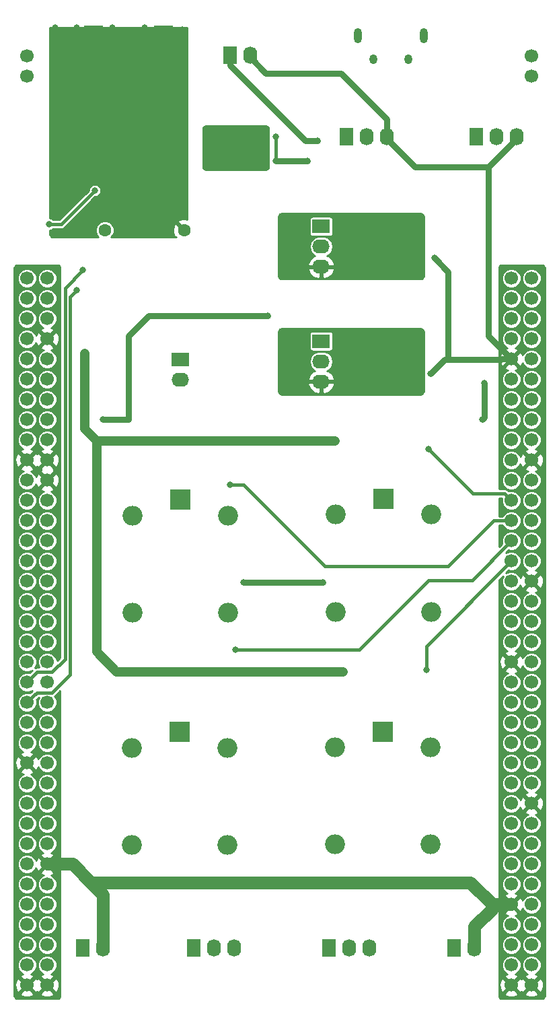
<source format=gbl>
G04 #@! TF.GenerationSoftware,KiCad,Pcbnew,5.0.0-rc2-dev-unknown-54f14b0~63~ubuntu16.04.1*
G04 #@! TF.CreationDate,2018-04-02T00:46:52+01:00*
G04 #@! TF.ProjectId,g5500-ethernet-controller,67353530302D65746865726E65742D63,rev?*
G04 #@! TF.SameCoordinates,Original*
G04 #@! TF.FileFunction,Copper,L2,Bot,Signal*
G04 #@! TF.FilePolarity,Positive*
%FSLAX46Y46*%
G04 Gerber Fmt 4.6, Leading zero omitted, Abs format (unit mm)*
G04 Created by KiCad (PCBNEW 5.0.0-rc2-dev-unknown-54f14b0~63~ubuntu16.04.1) date Mon Apr  2 00:46:52 2018*
%MOMM*%
%LPD*%
G01*
G04 APERTURE LIST*
%ADD10R,1.740000X2.200000*%
%ADD11O,1.740000X2.200000*%
%ADD12O,2.500000X2.500000*%
%ADD13R,2.500000X2.500000*%
%ADD14C,1.700000*%
%ADD15O,1.000000X1.250000*%
%ADD16O,1.000000X1.900000*%
%ADD17R,2.400000X5.000000*%
%ADD18R,2.200000X1.740000*%
%ADD19O,2.200000X1.740000*%
%ADD20C,1.600000*%
%ADD21C,0.800000*%
%ADD22C,0.400000*%
%ADD23C,0.800000*%
%ADD24C,1.600000*%
%ADD25C,1.200000*%
%ADD26C,0.254000*%
G04 APERTURE END LIST*
D10*
X81750000Y-144500000D03*
D11*
X84290000Y-144500000D03*
X86830000Y-144500000D03*
D12*
X85912963Y-119339017D03*
X85912963Y-131539017D03*
X73912963Y-131539017D03*
X73912963Y-119339017D03*
D13*
X79912963Y-117339017D03*
X80039300Y-88130960D03*
D12*
X74039300Y-90130960D03*
X74039300Y-102330960D03*
X86039300Y-102330960D03*
X86039300Y-90130960D03*
D13*
X105585681Y-88010085D03*
D12*
X99585681Y-90010085D03*
X99585681Y-102210085D03*
X111585681Y-102210085D03*
X111585681Y-90010085D03*
X111500000Y-119300000D03*
X111500000Y-131500000D03*
X99500000Y-131500000D03*
X99500000Y-119300000D03*
D13*
X105500000Y-117300000D03*
D14*
X60725001Y-60287500D03*
X63265001Y-60287500D03*
X60725001Y-62827500D03*
X63265001Y-62827500D03*
X60725001Y-65367500D03*
X63265001Y-65367500D03*
X60725001Y-67907500D03*
X63265001Y-67907500D03*
X60725001Y-70447500D03*
X63265001Y-70447500D03*
X60725001Y-72987500D03*
X63265001Y-72987500D03*
X60725001Y-75527500D03*
X63265001Y-75527500D03*
X60725001Y-78067500D03*
X63265001Y-78067500D03*
X60725001Y-80607500D03*
X63265001Y-80607500D03*
X60725001Y-83147500D03*
X63265001Y-83147500D03*
X60725001Y-85687500D03*
X63265001Y-85687500D03*
X60725001Y-88227500D03*
X63265001Y-88227500D03*
X60725001Y-90767500D03*
X63265001Y-90767500D03*
X60725001Y-93307500D03*
X63265001Y-93307500D03*
X60725001Y-95847500D03*
X63265001Y-95847500D03*
X60725001Y-98387500D03*
X63265001Y-98387500D03*
X60725001Y-100927500D03*
X63265001Y-100927500D03*
X60725001Y-103467500D03*
X63265001Y-103467500D03*
X60725001Y-106007500D03*
X63265001Y-106007500D03*
X60725001Y-108547500D03*
X63265001Y-108547500D03*
X60725001Y-111087500D03*
X63265001Y-111087500D03*
X60725001Y-113627500D03*
X63265001Y-113627500D03*
X60725001Y-116167500D03*
X63265001Y-116167500D03*
X60725001Y-118707500D03*
X63265001Y-118707500D03*
X60725001Y-121247500D03*
X63265001Y-121247500D03*
X60725001Y-123787500D03*
X63265001Y-123787500D03*
X60725001Y-126327500D03*
X63265001Y-126327500D03*
X60725001Y-128867500D03*
X63265001Y-128867500D03*
X60725001Y-131407500D03*
X63265001Y-131407500D03*
X60725001Y-133947500D03*
X63265001Y-133947500D03*
X60725001Y-136487500D03*
X63265001Y-136487500D03*
X60725001Y-139027500D03*
X63265001Y-139027500D03*
X60725001Y-141567500D03*
X63265001Y-141567500D03*
X60725001Y-144107500D03*
X63265001Y-144107500D03*
X60725001Y-146647500D03*
X63265001Y-146647500D03*
X60725001Y-149187500D03*
X63265001Y-149187500D03*
X121685001Y-60287500D03*
X124225001Y-60287500D03*
X121685001Y-62827500D03*
X124225001Y-62827500D03*
X121685001Y-65367500D03*
X124225001Y-65367500D03*
X121685001Y-67907500D03*
X124225001Y-67907500D03*
X121685001Y-70447500D03*
X124225001Y-70447500D03*
X121685001Y-72987500D03*
X124225001Y-72987500D03*
X121685001Y-75527500D03*
X124225001Y-75527500D03*
X121685001Y-78067500D03*
X124225001Y-78067500D03*
X121685001Y-80607500D03*
X124225001Y-80607500D03*
X121685001Y-83147500D03*
X124225001Y-83147500D03*
X121685001Y-85687500D03*
X124225001Y-85687500D03*
X121685001Y-88227500D03*
X124225001Y-88227500D03*
X121685001Y-90767500D03*
X124225001Y-90767500D03*
X121685001Y-93307500D03*
X124225001Y-93307500D03*
X121685001Y-95847500D03*
X124225001Y-95847500D03*
X121685001Y-98387500D03*
X124225001Y-98387500D03*
X121685001Y-100927500D03*
X124225001Y-100927500D03*
X121685001Y-103467500D03*
X124225001Y-103467500D03*
X121685001Y-106007500D03*
X124225001Y-106007500D03*
X121685001Y-108547500D03*
X124225001Y-108547500D03*
X121685001Y-111087500D03*
X124225001Y-111087500D03*
X121685001Y-113627500D03*
X124225001Y-113627500D03*
X121685001Y-116167500D03*
X124225001Y-116167500D03*
X121685001Y-118707500D03*
X124225001Y-118707500D03*
X121685001Y-121247500D03*
X124225001Y-121247500D03*
X121685001Y-123787500D03*
X124225001Y-123787500D03*
X121685001Y-126327500D03*
X124225001Y-126327500D03*
X121685001Y-128867500D03*
X124225001Y-128867500D03*
X121685001Y-131407500D03*
X124225001Y-131407500D03*
X121685001Y-133947500D03*
X124225001Y-133947500D03*
X121685001Y-136487500D03*
X124225001Y-136487500D03*
X121685001Y-139027500D03*
X124225001Y-139027500D03*
X121685001Y-141567500D03*
X124225001Y-141567500D03*
X121685001Y-144107500D03*
X124225001Y-144107500D03*
X121685001Y-146647500D03*
X124225001Y-146647500D03*
X121685001Y-149187500D03*
X124225001Y-149187500D03*
X60725001Y-32347500D03*
X60725001Y-34887500D03*
X124225001Y-32347500D03*
X124225001Y-34887500D03*
D15*
X104275000Y-32750000D03*
X108725000Y-32750000D03*
D16*
X102325000Y-29750000D03*
X110675000Y-29750000D03*
D17*
X77875000Y-31000000D03*
X69125000Y-31000000D03*
D18*
X97750000Y-53750000D03*
D19*
X97750000Y-56290000D03*
X97750000Y-58830000D03*
X97750000Y-73290000D03*
X97750000Y-70750000D03*
D18*
X97750000Y-68210000D03*
X80000000Y-70500000D03*
D19*
X80000000Y-73040000D03*
D11*
X103830000Y-144500000D03*
X101290000Y-144500000D03*
D10*
X98750000Y-144500000D03*
D20*
X70500000Y-54250000D03*
X80500000Y-54250000D03*
D10*
X86250000Y-32250000D03*
D11*
X88790000Y-32250000D03*
D10*
X100960000Y-42500000D03*
D11*
X103500000Y-42500000D03*
X106040000Y-42500000D03*
X122330000Y-42500000D03*
X119790000Y-42500000D03*
D10*
X117250000Y-42500000D03*
X114500000Y-144500000D03*
D11*
X117040000Y-144500000D03*
D10*
X67750000Y-144500000D03*
D11*
X70290000Y-144500000D03*
D21*
X92000000Y-42500000D03*
X96000000Y-45550000D03*
X92000000Y-45500000D03*
X102500000Y-72250000D03*
X107500000Y-72250000D03*
X102500000Y-52750000D03*
X85000000Y-46250000D03*
X65750000Y-39500000D03*
X67750000Y-39500000D03*
X70000000Y-39500000D03*
X64000000Y-49750000D03*
X64000000Y-52000000D03*
X80250000Y-40000000D03*
X80250000Y-38250000D03*
X80250000Y-36250000D03*
X64250000Y-43500000D03*
X64250000Y-41750000D03*
X64250000Y-39750000D03*
X64250000Y-37750000D03*
X64250000Y-35750000D03*
X79250000Y-46500000D03*
X64250000Y-34000000D03*
X64250000Y-32250000D03*
X64250000Y-30500000D03*
X64250000Y-28750000D03*
X102500000Y-57750000D03*
X107500000Y-57750000D03*
X102500000Y-59750000D03*
X110000000Y-54750000D03*
X110000000Y-69250000D03*
X94500000Y-67000000D03*
X94500000Y-74500000D03*
X94500000Y-69500000D03*
X94500000Y-72000000D03*
X102500000Y-74250000D03*
X105000000Y-74250000D03*
X107500000Y-74250000D03*
X110000000Y-74250000D03*
X110000000Y-67250000D03*
X107250000Y-67250000D03*
X105000000Y-67250000D03*
X102500000Y-67250000D03*
X94250000Y-57500000D03*
X94250000Y-55000000D03*
X94250000Y-52500000D03*
X105000000Y-52750000D03*
X107500000Y-52750000D03*
X110000000Y-52750000D03*
X110000000Y-59750000D03*
X107500000Y-59750000D03*
X105000000Y-59750000D03*
X94250000Y-60000000D03*
X69750000Y-52500000D03*
X69750000Y-50500000D03*
X112000000Y-57750000D03*
X111500000Y-72250000D03*
X75500000Y-39500000D03*
X73250000Y-39500000D03*
X68750000Y-34250000D03*
X68750000Y-35750000D03*
X67000000Y-34000000D03*
X67000000Y-32250000D03*
X67000000Y-30500000D03*
X67000000Y-28750000D03*
X66000000Y-49250000D03*
X64500000Y-47500000D03*
X64500000Y-46500000D03*
X65000000Y-45000000D03*
X66500000Y-45000000D03*
X86750000Y-46000000D03*
X88000000Y-46000000D03*
X90750000Y-42500000D03*
X88750000Y-41500000D03*
X84500000Y-41500000D03*
X83500000Y-41500000D03*
X80250000Y-34250000D03*
X80250000Y-32500000D03*
X80250000Y-30750000D03*
X80250000Y-29000000D03*
X75000000Y-43750000D03*
X80500000Y-41750000D03*
X79000000Y-41750000D03*
X77500000Y-41750000D03*
X76000000Y-41750000D03*
X72250000Y-54250000D03*
X80500000Y-46500000D03*
X77750000Y-46500000D03*
X76250000Y-46500000D03*
X75750000Y-48750000D03*
X74000000Y-48750000D03*
X72500000Y-48750000D03*
X78000000Y-54500000D03*
X80500000Y-52000000D03*
X71500000Y-28750000D03*
X71500000Y-30250000D03*
X71500000Y-31750000D03*
X71500000Y-33500000D03*
X75500000Y-30250000D03*
X75500000Y-31750000D03*
X75500000Y-33250000D03*
X75500000Y-28750000D03*
X72500000Y-35500000D03*
X74750000Y-34250000D03*
X74750000Y-35500000D03*
X76000000Y-38000000D03*
X76000000Y-37000000D03*
X74250000Y-39500000D03*
X72000000Y-39500000D03*
X99500000Y-80750000D03*
X75250000Y-80750000D03*
X74250000Y-109750000D03*
X100500000Y-109750000D03*
X68000000Y-69750000D03*
X68000000Y-71250000D03*
X91000000Y-65000000D03*
X70250000Y-78000000D03*
X86250000Y-86250000D03*
X87000000Y-107000008D03*
X111250000Y-81750000D03*
X111000000Y-109500018D03*
X63500000Y-53500000D03*
X69250000Y-49250000D03*
X98000000Y-98500000D03*
X88000000Y-98500000D03*
X67750000Y-59250000D03*
X67000000Y-61750000D03*
X118000000Y-78000000D03*
X118250000Y-73500000D03*
X97250000Y-43000000D03*
D22*
X92000000Y-42500000D02*
X92000000Y-45500000D01*
D23*
X92000000Y-45500000D02*
X95950000Y-45500000D01*
X95950000Y-45500000D02*
X96000000Y-45550000D01*
D24*
X117040000Y-144500000D02*
X117040000Y-141800000D01*
X117040000Y-141800000D02*
X119277500Y-139562500D01*
X119277500Y-139562500D02*
X119277500Y-139027500D01*
X68750000Y-136250000D02*
X70290000Y-137790000D01*
X70290000Y-137790000D02*
X70290000Y-144500000D01*
D23*
X118810000Y-46250000D02*
X118810000Y-67572499D01*
X118810000Y-67572499D02*
X121685001Y-70447500D01*
X120430420Y-70500000D02*
X113750000Y-70500000D01*
X113750000Y-70500000D02*
X113250000Y-70500000D01*
X113250000Y-70500000D02*
X111500000Y-72250000D01*
X109560000Y-46250000D02*
X118810000Y-46250000D01*
X118810000Y-46250000D02*
X122330000Y-42730000D01*
X122330000Y-42730000D02*
X122330000Y-42500000D01*
X106040000Y-42500000D02*
X106040000Y-42730000D01*
X106040000Y-42730000D02*
X109560000Y-46250000D01*
X100250000Y-34500000D02*
X106040000Y-40290000D01*
X106040000Y-40290000D02*
X106040000Y-42500000D01*
X90810000Y-34500000D02*
X100250000Y-34500000D01*
X88790000Y-32250000D02*
X88790000Y-32480000D01*
X88790000Y-32480000D02*
X90810000Y-34500000D01*
X113750000Y-59500000D02*
X112000000Y-57750000D01*
X113750000Y-70500000D02*
X113750000Y-59500000D01*
X121685001Y-70447500D02*
X120482920Y-70447500D01*
X120482920Y-70447500D02*
X120430420Y-70500000D01*
D24*
X66447500Y-133947500D02*
X68750000Y-136250000D01*
X63265001Y-133947500D02*
X66447500Y-133947500D01*
X68750000Y-136250000D02*
X116500000Y-136250000D01*
X116500000Y-136250000D02*
X119277500Y-139027500D01*
X119277500Y-139027500D02*
X121685001Y-139027500D01*
D25*
X82000000Y-80750000D02*
X99500000Y-80750000D01*
X69500000Y-80750000D02*
X75250000Y-80750000D01*
X75250000Y-80750000D02*
X82000000Y-80750000D01*
X74250000Y-109750000D02*
X81000000Y-109750000D01*
X81000000Y-109750000D02*
X100500000Y-109750000D01*
X72000000Y-109750000D02*
X74250000Y-109750000D01*
X69500000Y-107250000D02*
X72000000Y-109750000D01*
X69500000Y-80750000D02*
X69500000Y-107250000D01*
X68000000Y-79250000D02*
X69500000Y-80750000D01*
X68000000Y-77447070D02*
X68000000Y-79250000D01*
X68000000Y-71250000D02*
X68000000Y-77447070D01*
X68000000Y-69750000D02*
X68000000Y-71250000D01*
D22*
X121052500Y-70447500D02*
X121685001Y-70447500D01*
D23*
X76000000Y-65000000D02*
X91000000Y-65000000D01*
X73500000Y-67500000D02*
X76000000Y-65000000D01*
X70250000Y-78000000D02*
X73500000Y-78000000D01*
X73500000Y-78000000D02*
X73500000Y-67500000D01*
D22*
X88000000Y-86250000D02*
X86250000Y-86250000D01*
X98250000Y-96500000D02*
X88000000Y-86250000D01*
X113750000Y-96500000D02*
X98250000Y-96500000D01*
X119482500Y-90767500D02*
X113750000Y-96500000D01*
X121685001Y-90767500D02*
X119482500Y-90767500D01*
X116742501Y-98250000D02*
X111250000Y-98250000D01*
X111250000Y-98250000D02*
X102499992Y-107000008D01*
X87565685Y-107000008D02*
X87000000Y-107000008D01*
X102499992Y-107000008D02*
X87565685Y-107000008D01*
X121685001Y-93307500D02*
X116742501Y-98250000D01*
X116877501Y-87377501D02*
X111250000Y-81750000D01*
X121685001Y-88227500D02*
X120835002Y-87377501D01*
X120835002Y-87377501D02*
X116877501Y-87377501D01*
X111000000Y-106532501D02*
X111000000Y-109500018D01*
X121685001Y-95847500D02*
X111000000Y-106532501D01*
X65000000Y-53500000D02*
X63500000Y-53500000D01*
X69250000Y-49250000D02*
X65000000Y-53500000D01*
D23*
X88000000Y-98500000D02*
X98000000Y-98500000D01*
D22*
X65500000Y-61500000D02*
X67750000Y-59250000D01*
X65500000Y-64250000D02*
X65500000Y-61500000D01*
X62015000Y-109797501D02*
X63865002Y-109797501D01*
X60725001Y-111087500D02*
X62015000Y-109797501D01*
X63865002Y-109797501D02*
X65500000Y-108162503D01*
X65500000Y-108162503D02*
X65500000Y-64250000D01*
X66100010Y-62649990D02*
X67000000Y-61750000D01*
X66100010Y-64649990D02*
X66100010Y-62649990D01*
X63865002Y-112377499D02*
X61975002Y-112377499D01*
X66100010Y-110142491D02*
X63865002Y-112377499D01*
X66100010Y-64649990D02*
X66100010Y-110142491D01*
X61975002Y-112377499D02*
X61575000Y-112777501D01*
X61575000Y-112777501D02*
X60725001Y-113627500D01*
D23*
X118250000Y-77750000D02*
X118000000Y-78000000D01*
X118250000Y-73500000D02*
X118250000Y-77750000D01*
X95750000Y-43000000D02*
X97250000Y-43000000D01*
X86250000Y-33500000D02*
X95750000Y-43000000D01*
X86250000Y-32250000D02*
X86250000Y-33500000D01*
X86250000Y-32250000D02*
X86250000Y-32480000D01*
D26*
G36*
X80873000Y-28766721D02*
X80873000Y-52859188D01*
X80716777Y-52803035D01*
X80146546Y-52830222D01*
X79745995Y-52996136D01*
X79671861Y-53242255D01*
X80500000Y-54070395D01*
X80514143Y-54056253D01*
X80693748Y-54235858D01*
X80679605Y-54250000D01*
X80693748Y-54264143D01*
X80514143Y-54443748D01*
X80500000Y-54429605D01*
X80485858Y-54443748D01*
X80306252Y-54264142D01*
X80320395Y-54250000D01*
X79492255Y-53421861D01*
X79246136Y-53495995D01*
X79053035Y-54033223D01*
X79080222Y-54603454D01*
X79246136Y-55004005D01*
X79492253Y-55078139D01*
X79447392Y-55123000D01*
X71297186Y-55123000D01*
X71501203Y-54918983D01*
X71681000Y-54484915D01*
X71681000Y-54015085D01*
X71501203Y-53581017D01*
X71168983Y-53248797D01*
X70734915Y-53069000D01*
X70265085Y-53069000D01*
X69831017Y-53248797D01*
X69498797Y-53581017D01*
X69319000Y-54015085D01*
X69319000Y-54484915D01*
X69498797Y-54918983D01*
X69702814Y-55123000D01*
X64016721Y-55123000D01*
X63815741Y-55069148D01*
X63680852Y-54934259D01*
X63627000Y-54733279D01*
X63627000Y-54281000D01*
X63655351Y-54281000D01*
X63942401Y-54162100D01*
X64023501Y-54081000D01*
X64942782Y-54081000D01*
X65000000Y-54092381D01*
X65057218Y-54081000D01*
X65057222Y-54081000D01*
X65226695Y-54047290D01*
X65418877Y-53918877D01*
X65451292Y-53870365D01*
X69290658Y-50031000D01*
X69405351Y-50031000D01*
X69692401Y-49912100D01*
X69912100Y-49692401D01*
X70031000Y-49405351D01*
X70031000Y-49094649D01*
X69912100Y-48807599D01*
X69692401Y-48587900D01*
X69405351Y-48469000D01*
X69094649Y-48469000D01*
X68807599Y-48587900D01*
X68587900Y-48807599D01*
X68469000Y-49094649D01*
X68469000Y-49209342D01*
X64759343Y-52919000D01*
X64023501Y-52919000D01*
X63942401Y-52837900D01*
X63655351Y-52719000D01*
X63627000Y-52719000D01*
X63627000Y-28766721D01*
X63636571Y-28731000D01*
X80863429Y-28731000D01*
X80873000Y-28766721D01*
X80873000Y-28766721D01*
G37*
X80873000Y-28766721D02*
X80873000Y-52859188D01*
X80716777Y-52803035D01*
X80146546Y-52830222D01*
X79745995Y-52996136D01*
X79671861Y-53242255D01*
X80500000Y-54070395D01*
X80514143Y-54056253D01*
X80693748Y-54235858D01*
X80679605Y-54250000D01*
X80693748Y-54264143D01*
X80514143Y-54443748D01*
X80500000Y-54429605D01*
X80485858Y-54443748D01*
X80306252Y-54264142D01*
X80320395Y-54250000D01*
X79492255Y-53421861D01*
X79246136Y-53495995D01*
X79053035Y-54033223D01*
X79080222Y-54603454D01*
X79246136Y-55004005D01*
X79492253Y-55078139D01*
X79447392Y-55123000D01*
X71297186Y-55123000D01*
X71501203Y-54918983D01*
X71681000Y-54484915D01*
X71681000Y-54015085D01*
X71501203Y-53581017D01*
X71168983Y-53248797D01*
X70734915Y-53069000D01*
X70265085Y-53069000D01*
X69831017Y-53248797D01*
X69498797Y-53581017D01*
X69319000Y-54015085D01*
X69319000Y-54484915D01*
X69498797Y-54918983D01*
X69702814Y-55123000D01*
X64016721Y-55123000D01*
X63815741Y-55069148D01*
X63680852Y-54934259D01*
X63627000Y-54733279D01*
X63627000Y-54281000D01*
X63655351Y-54281000D01*
X63942401Y-54162100D01*
X64023501Y-54081000D01*
X64942782Y-54081000D01*
X65000000Y-54092381D01*
X65057218Y-54081000D01*
X65057222Y-54081000D01*
X65226695Y-54047290D01*
X65418877Y-53918877D01*
X65451292Y-53870365D01*
X69290658Y-50031000D01*
X69405351Y-50031000D01*
X69692401Y-49912100D01*
X69912100Y-49692401D01*
X70031000Y-49405351D01*
X70031000Y-49094649D01*
X69912100Y-48807599D01*
X69692401Y-48587900D01*
X69405351Y-48469000D01*
X69094649Y-48469000D01*
X68807599Y-48587900D01*
X68587900Y-48807599D01*
X68469000Y-49094649D01*
X68469000Y-49209342D01*
X64759343Y-52919000D01*
X64023501Y-52919000D01*
X63942401Y-52837900D01*
X63655351Y-52719000D01*
X63627000Y-52719000D01*
X63627000Y-28766721D01*
X63636571Y-28731000D01*
X80863429Y-28731000D01*
X80873000Y-28766721D01*
G36*
X90934259Y-41180852D02*
X91069148Y-41315741D01*
X91123000Y-41516721D01*
X91123000Y-46233279D01*
X91069148Y-46434259D01*
X90934259Y-46569148D01*
X90733279Y-46623000D01*
X83266721Y-46623000D01*
X83065741Y-46569148D01*
X82930852Y-46434259D01*
X82877000Y-46233279D01*
X82877000Y-41516721D01*
X82930852Y-41315741D01*
X83065741Y-41180852D01*
X83266721Y-41127000D01*
X90733279Y-41127000D01*
X90934259Y-41180852D01*
X90934259Y-41180852D01*
G37*
X90934259Y-41180852D02*
X91069148Y-41315741D01*
X91123000Y-41516721D01*
X91123000Y-46233279D01*
X91069148Y-46434259D01*
X90934259Y-46569148D01*
X90733279Y-46623000D01*
X83266721Y-46623000D01*
X83065741Y-46569148D01*
X82930852Y-46434259D01*
X82877000Y-46233279D01*
X82877000Y-41516721D01*
X82930852Y-41315741D01*
X83065741Y-41180852D01*
X83266721Y-41127000D01*
X90733279Y-41127000D01*
X90934259Y-41180852D01*
G36*
X125684259Y-58680852D02*
X125819148Y-58815741D01*
X125873000Y-59016721D01*
X125873000Y-150483279D01*
X125819148Y-150684259D01*
X125684259Y-150819148D01*
X125483279Y-150873000D01*
X120516721Y-150873000D01*
X120315741Y-150819148D01*
X120180852Y-150684259D01*
X120127000Y-150483279D01*
X120127000Y-150231458D01*
X120820648Y-150231458D01*
X120900921Y-150482759D01*
X121456280Y-150684218D01*
X122046459Y-150657815D01*
X122469081Y-150482759D01*
X122549354Y-150231458D01*
X123360648Y-150231458D01*
X123440921Y-150482759D01*
X123996280Y-150684218D01*
X124586459Y-150657815D01*
X125009081Y-150482759D01*
X125089354Y-150231458D01*
X124225001Y-149367105D01*
X123360648Y-150231458D01*
X122549354Y-150231458D01*
X121685001Y-149367105D01*
X120820648Y-150231458D01*
X120127000Y-150231458D01*
X120127000Y-148958779D01*
X120188283Y-148958779D01*
X120214686Y-149548958D01*
X120389742Y-149971580D01*
X120641043Y-150051853D01*
X121505396Y-149187500D01*
X121864606Y-149187500D01*
X122728959Y-150051853D01*
X122955001Y-149979648D01*
X123181043Y-150051853D01*
X124045396Y-149187500D01*
X124404606Y-149187500D01*
X125268959Y-150051853D01*
X125520260Y-149971580D01*
X125721719Y-149416221D01*
X125695316Y-148826042D01*
X125520260Y-148403420D01*
X125268959Y-148323147D01*
X124404606Y-149187500D01*
X124045396Y-149187500D01*
X123181043Y-148323147D01*
X122955001Y-148395352D01*
X122728959Y-148323147D01*
X121864606Y-149187500D01*
X121505396Y-149187500D01*
X120641043Y-148323147D01*
X120389742Y-148403420D01*
X120188283Y-148958779D01*
X120127000Y-148958779D01*
X120127000Y-146402639D01*
X120454001Y-146402639D01*
X120454001Y-146892361D01*
X120641409Y-147344806D01*
X120987695Y-147691092D01*
X121187117Y-147773695D01*
X120900921Y-147892241D01*
X120820648Y-148143542D01*
X121685001Y-149007895D01*
X122549354Y-148143542D01*
X122469081Y-147892241D01*
X122163930Y-147781546D01*
X122382307Y-147691092D01*
X122728593Y-147344806D01*
X122916001Y-146892361D01*
X122916001Y-146402639D01*
X122994001Y-146402639D01*
X122994001Y-146892361D01*
X123181409Y-147344806D01*
X123527695Y-147691092D01*
X123727117Y-147773695D01*
X123440921Y-147892241D01*
X123360648Y-148143542D01*
X124225001Y-149007895D01*
X125089354Y-148143542D01*
X125009081Y-147892241D01*
X124703930Y-147781546D01*
X124922307Y-147691092D01*
X125268593Y-147344806D01*
X125456001Y-146892361D01*
X125456001Y-146402639D01*
X125268593Y-145950194D01*
X124922307Y-145603908D01*
X124469862Y-145416500D01*
X123980140Y-145416500D01*
X123527695Y-145603908D01*
X123181409Y-145950194D01*
X122994001Y-146402639D01*
X122916001Y-146402639D01*
X122728593Y-145950194D01*
X122382307Y-145603908D01*
X121929862Y-145416500D01*
X121440140Y-145416500D01*
X120987695Y-145603908D01*
X120641409Y-145950194D01*
X120454001Y-146402639D01*
X120127000Y-146402639D01*
X120127000Y-143862639D01*
X120454001Y-143862639D01*
X120454001Y-144352361D01*
X120641409Y-144804806D01*
X120987695Y-145151092D01*
X121440140Y-145338500D01*
X121929862Y-145338500D01*
X122382307Y-145151092D01*
X122728593Y-144804806D01*
X122916001Y-144352361D01*
X122916001Y-143862639D01*
X122994001Y-143862639D01*
X122994001Y-144352361D01*
X123181409Y-144804806D01*
X123527695Y-145151092D01*
X123980140Y-145338500D01*
X124469862Y-145338500D01*
X124922307Y-145151092D01*
X125268593Y-144804806D01*
X125456001Y-144352361D01*
X125456001Y-143862639D01*
X125268593Y-143410194D01*
X124922307Y-143063908D01*
X124469862Y-142876500D01*
X123980140Y-142876500D01*
X123527695Y-143063908D01*
X123181409Y-143410194D01*
X122994001Y-143862639D01*
X122916001Y-143862639D01*
X122728593Y-143410194D01*
X122382307Y-143063908D01*
X121929862Y-142876500D01*
X121440140Y-142876500D01*
X120987695Y-143063908D01*
X120641409Y-143410194D01*
X120454001Y-143862639D01*
X120127000Y-143862639D01*
X120127000Y-141322639D01*
X120454001Y-141322639D01*
X120454001Y-141812361D01*
X120641409Y-142264806D01*
X120987695Y-142611092D01*
X121440140Y-142798500D01*
X121929862Y-142798500D01*
X122382307Y-142611092D01*
X122728593Y-142264806D01*
X122916001Y-141812361D01*
X122916001Y-141322639D01*
X122994001Y-141322639D01*
X122994001Y-141812361D01*
X123181409Y-142264806D01*
X123527695Y-142611092D01*
X123980140Y-142798500D01*
X124469862Y-142798500D01*
X124922307Y-142611092D01*
X125268593Y-142264806D01*
X125456001Y-141812361D01*
X125456001Y-141322639D01*
X125268593Y-140870194D01*
X124922307Y-140523908D01*
X124469862Y-140336500D01*
X123980140Y-140336500D01*
X123527695Y-140523908D01*
X123181409Y-140870194D01*
X122994001Y-141322639D01*
X122916001Y-141322639D01*
X122728593Y-140870194D01*
X122382307Y-140523908D01*
X122182885Y-140441305D01*
X122469081Y-140322759D01*
X122549354Y-140071458D01*
X121685001Y-139207105D01*
X120820648Y-140071458D01*
X120900921Y-140322759D01*
X121206072Y-140433454D01*
X120987695Y-140523908D01*
X120641409Y-140870194D01*
X120454001Y-141322639D01*
X120127000Y-141322639D01*
X120127000Y-138798779D01*
X120188283Y-138798779D01*
X120214686Y-139388958D01*
X120389742Y-139811580D01*
X120641043Y-139891853D01*
X121505396Y-139027500D01*
X121864606Y-139027500D01*
X122728959Y-139891853D01*
X122980260Y-139811580D01*
X123090955Y-139506429D01*
X123181409Y-139724806D01*
X123527695Y-140071092D01*
X123980140Y-140258500D01*
X124469862Y-140258500D01*
X124922307Y-140071092D01*
X125268593Y-139724806D01*
X125456001Y-139272361D01*
X125456001Y-138782639D01*
X125268593Y-138330194D01*
X124922307Y-137983908D01*
X124469862Y-137796500D01*
X123980140Y-137796500D01*
X123527695Y-137983908D01*
X123181409Y-138330194D01*
X123098806Y-138529616D01*
X122980260Y-138243420D01*
X122728959Y-138163147D01*
X121864606Y-139027500D01*
X121505396Y-139027500D01*
X120641043Y-138163147D01*
X120389742Y-138243420D01*
X120188283Y-138798779D01*
X120127000Y-138798779D01*
X120127000Y-136242639D01*
X120454001Y-136242639D01*
X120454001Y-136732361D01*
X120641409Y-137184806D01*
X120987695Y-137531092D01*
X121187117Y-137613695D01*
X120900921Y-137732241D01*
X120820648Y-137983542D01*
X121685001Y-138847895D01*
X122549354Y-137983542D01*
X122469081Y-137732241D01*
X122163930Y-137621546D01*
X122382307Y-137531092D01*
X122728593Y-137184806D01*
X122916001Y-136732361D01*
X122916001Y-136242639D01*
X122994001Y-136242639D01*
X122994001Y-136732361D01*
X123181409Y-137184806D01*
X123527695Y-137531092D01*
X123980140Y-137718500D01*
X124469862Y-137718500D01*
X124922307Y-137531092D01*
X125268593Y-137184806D01*
X125456001Y-136732361D01*
X125456001Y-136242639D01*
X125268593Y-135790194D01*
X124922307Y-135443908D01*
X124469862Y-135256500D01*
X123980140Y-135256500D01*
X123527695Y-135443908D01*
X123181409Y-135790194D01*
X122994001Y-136242639D01*
X122916001Y-136242639D01*
X122728593Y-135790194D01*
X122382307Y-135443908D01*
X121929862Y-135256500D01*
X121440140Y-135256500D01*
X120987695Y-135443908D01*
X120641409Y-135790194D01*
X120454001Y-136242639D01*
X120127000Y-136242639D01*
X120127000Y-133702639D01*
X120454001Y-133702639D01*
X120454001Y-134192361D01*
X120641409Y-134644806D01*
X120987695Y-134991092D01*
X121440140Y-135178500D01*
X121929862Y-135178500D01*
X122382307Y-134991092D01*
X122728593Y-134644806D01*
X122916001Y-134192361D01*
X122916001Y-133702639D01*
X122994001Y-133702639D01*
X122994001Y-134192361D01*
X123181409Y-134644806D01*
X123527695Y-134991092D01*
X123980140Y-135178500D01*
X124469862Y-135178500D01*
X124922307Y-134991092D01*
X125268593Y-134644806D01*
X125456001Y-134192361D01*
X125456001Y-133702639D01*
X125268593Y-133250194D01*
X124922307Y-132903908D01*
X124469862Y-132716500D01*
X123980140Y-132716500D01*
X123527695Y-132903908D01*
X123181409Y-133250194D01*
X122994001Y-133702639D01*
X122916001Y-133702639D01*
X122728593Y-133250194D01*
X122382307Y-132903908D01*
X121929862Y-132716500D01*
X121440140Y-132716500D01*
X120987695Y-132903908D01*
X120641409Y-133250194D01*
X120454001Y-133702639D01*
X120127000Y-133702639D01*
X120127000Y-131162639D01*
X120454001Y-131162639D01*
X120454001Y-131652361D01*
X120641409Y-132104806D01*
X120987695Y-132451092D01*
X121440140Y-132638500D01*
X121929862Y-132638500D01*
X122382307Y-132451092D01*
X122728593Y-132104806D01*
X122916001Y-131652361D01*
X122916001Y-131162639D01*
X122994001Y-131162639D01*
X122994001Y-131652361D01*
X123181409Y-132104806D01*
X123527695Y-132451092D01*
X123980140Y-132638500D01*
X124469862Y-132638500D01*
X124922307Y-132451092D01*
X125268593Y-132104806D01*
X125456001Y-131652361D01*
X125456001Y-131162639D01*
X125268593Y-130710194D01*
X124922307Y-130363908D01*
X124469862Y-130176500D01*
X123980140Y-130176500D01*
X123527695Y-130363908D01*
X123181409Y-130710194D01*
X122994001Y-131162639D01*
X122916001Y-131162639D01*
X122728593Y-130710194D01*
X122382307Y-130363908D01*
X121929862Y-130176500D01*
X121440140Y-130176500D01*
X120987695Y-130363908D01*
X120641409Y-130710194D01*
X120454001Y-131162639D01*
X120127000Y-131162639D01*
X120127000Y-128622639D01*
X120454001Y-128622639D01*
X120454001Y-129112361D01*
X120641409Y-129564806D01*
X120987695Y-129911092D01*
X121440140Y-130098500D01*
X121929862Y-130098500D01*
X122382307Y-129911092D01*
X122728593Y-129564806D01*
X122916001Y-129112361D01*
X122916001Y-128622639D01*
X122994001Y-128622639D01*
X122994001Y-129112361D01*
X123181409Y-129564806D01*
X123527695Y-129911092D01*
X123980140Y-130098500D01*
X124469862Y-130098500D01*
X124922307Y-129911092D01*
X125268593Y-129564806D01*
X125456001Y-129112361D01*
X125456001Y-128622639D01*
X125268593Y-128170194D01*
X124922307Y-127823908D01*
X124722885Y-127741305D01*
X125009081Y-127622759D01*
X125089354Y-127371458D01*
X124225001Y-126507105D01*
X123360648Y-127371458D01*
X123440921Y-127622759D01*
X123746072Y-127733454D01*
X123527695Y-127823908D01*
X123181409Y-128170194D01*
X122994001Y-128622639D01*
X122916001Y-128622639D01*
X122728593Y-128170194D01*
X122382307Y-127823908D01*
X121929862Y-127636500D01*
X121440140Y-127636500D01*
X120987695Y-127823908D01*
X120641409Y-128170194D01*
X120454001Y-128622639D01*
X120127000Y-128622639D01*
X120127000Y-126082639D01*
X120454001Y-126082639D01*
X120454001Y-126572361D01*
X120641409Y-127024806D01*
X120987695Y-127371092D01*
X121440140Y-127558500D01*
X121929862Y-127558500D01*
X122382307Y-127371092D01*
X122728593Y-127024806D01*
X122811196Y-126825384D01*
X122929742Y-127111580D01*
X123181043Y-127191853D01*
X124045396Y-126327500D01*
X124404606Y-126327500D01*
X125268959Y-127191853D01*
X125520260Y-127111580D01*
X125721719Y-126556221D01*
X125695316Y-125966042D01*
X125520260Y-125543420D01*
X125268959Y-125463147D01*
X124404606Y-126327500D01*
X124045396Y-126327500D01*
X123181043Y-125463147D01*
X122929742Y-125543420D01*
X122819047Y-125848571D01*
X122728593Y-125630194D01*
X122382307Y-125283908D01*
X121929862Y-125096500D01*
X121440140Y-125096500D01*
X120987695Y-125283908D01*
X120641409Y-125630194D01*
X120454001Y-126082639D01*
X120127000Y-126082639D01*
X120127000Y-123542639D01*
X120454001Y-123542639D01*
X120454001Y-124032361D01*
X120641409Y-124484806D01*
X120987695Y-124831092D01*
X121440140Y-125018500D01*
X121929862Y-125018500D01*
X122382307Y-124831092D01*
X122728593Y-124484806D01*
X122916001Y-124032361D01*
X122916001Y-123542639D01*
X122994001Y-123542639D01*
X122994001Y-124032361D01*
X123181409Y-124484806D01*
X123527695Y-124831092D01*
X123727117Y-124913695D01*
X123440921Y-125032241D01*
X123360648Y-125283542D01*
X124225001Y-126147895D01*
X125089354Y-125283542D01*
X125009081Y-125032241D01*
X124703930Y-124921546D01*
X124922307Y-124831092D01*
X125268593Y-124484806D01*
X125456001Y-124032361D01*
X125456001Y-123542639D01*
X125268593Y-123090194D01*
X124922307Y-122743908D01*
X124469862Y-122556500D01*
X123980140Y-122556500D01*
X123527695Y-122743908D01*
X123181409Y-123090194D01*
X122994001Y-123542639D01*
X122916001Y-123542639D01*
X122728593Y-123090194D01*
X122382307Y-122743908D01*
X121929862Y-122556500D01*
X121440140Y-122556500D01*
X120987695Y-122743908D01*
X120641409Y-123090194D01*
X120454001Y-123542639D01*
X120127000Y-123542639D01*
X120127000Y-121002639D01*
X120454001Y-121002639D01*
X120454001Y-121492361D01*
X120641409Y-121944806D01*
X120987695Y-122291092D01*
X121440140Y-122478500D01*
X121929862Y-122478500D01*
X122382307Y-122291092D01*
X122728593Y-121944806D01*
X122916001Y-121492361D01*
X122916001Y-121002639D01*
X122994001Y-121002639D01*
X122994001Y-121492361D01*
X123181409Y-121944806D01*
X123527695Y-122291092D01*
X123980140Y-122478500D01*
X124469862Y-122478500D01*
X124922307Y-122291092D01*
X125268593Y-121944806D01*
X125456001Y-121492361D01*
X125456001Y-121002639D01*
X125268593Y-120550194D01*
X124922307Y-120203908D01*
X124469862Y-120016500D01*
X123980140Y-120016500D01*
X123527695Y-120203908D01*
X123181409Y-120550194D01*
X122994001Y-121002639D01*
X122916001Y-121002639D01*
X122728593Y-120550194D01*
X122382307Y-120203908D01*
X121929862Y-120016500D01*
X121440140Y-120016500D01*
X120987695Y-120203908D01*
X120641409Y-120550194D01*
X120454001Y-121002639D01*
X120127000Y-121002639D01*
X120127000Y-118462639D01*
X120454001Y-118462639D01*
X120454001Y-118952361D01*
X120641409Y-119404806D01*
X120987695Y-119751092D01*
X121440140Y-119938500D01*
X121929862Y-119938500D01*
X122382307Y-119751092D01*
X122728593Y-119404806D01*
X122916001Y-118952361D01*
X122916001Y-118462639D01*
X122994001Y-118462639D01*
X122994001Y-118952361D01*
X123181409Y-119404806D01*
X123527695Y-119751092D01*
X123980140Y-119938500D01*
X124469862Y-119938500D01*
X124922307Y-119751092D01*
X125268593Y-119404806D01*
X125456001Y-118952361D01*
X125456001Y-118462639D01*
X125268593Y-118010194D01*
X124922307Y-117663908D01*
X124469862Y-117476500D01*
X123980140Y-117476500D01*
X123527695Y-117663908D01*
X123181409Y-118010194D01*
X122994001Y-118462639D01*
X122916001Y-118462639D01*
X122728593Y-118010194D01*
X122382307Y-117663908D01*
X121929862Y-117476500D01*
X121440140Y-117476500D01*
X120987695Y-117663908D01*
X120641409Y-118010194D01*
X120454001Y-118462639D01*
X120127000Y-118462639D01*
X120127000Y-115922639D01*
X120454001Y-115922639D01*
X120454001Y-116412361D01*
X120641409Y-116864806D01*
X120987695Y-117211092D01*
X121440140Y-117398500D01*
X121929862Y-117398500D01*
X122382307Y-117211092D01*
X122728593Y-116864806D01*
X122916001Y-116412361D01*
X122916001Y-115922639D01*
X122994001Y-115922639D01*
X122994001Y-116412361D01*
X123181409Y-116864806D01*
X123527695Y-117211092D01*
X123980140Y-117398500D01*
X124469862Y-117398500D01*
X124922307Y-117211092D01*
X125268593Y-116864806D01*
X125456001Y-116412361D01*
X125456001Y-115922639D01*
X125268593Y-115470194D01*
X124922307Y-115123908D01*
X124469862Y-114936500D01*
X123980140Y-114936500D01*
X123527695Y-115123908D01*
X123181409Y-115470194D01*
X122994001Y-115922639D01*
X122916001Y-115922639D01*
X122728593Y-115470194D01*
X122382307Y-115123908D01*
X121929862Y-114936500D01*
X121440140Y-114936500D01*
X120987695Y-115123908D01*
X120641409Y-115470194D01*
X120454001Y-115922639D01*
X120127000Y-115922639D01*
X120127000Y-113382639D01*
X120454001Y-113382639D01*
X120454001Y-113872361D01*
X120641409Y-114324806D01*
X120987695Y-114671092D01*
X121440140Y-114858500D01*
X121929862Y-114858500D01*
X122382307Y-114671092D01*
X122728593Y-114324806D01*
X122916001Y-113872361D01*
X122916001Y-113382639D01*
X122994001Y-113382639D01*
X122994001Y-113872361D01*
X123181409Y-114324806D01*
X123527695Y-114671092D01*
X123980140Y-114858500D01*
X124469862Y-114858500D01*
X124922307Y-114671092D01*
X125268593Y-114324806D01*
X125456001Y-113872361D01*
X125456001Y-113382639D01*
X125268593Y-112930194D01*
X124922307Y-112583908D01*
X124469862Y-112396500D01*
X123980140Y-112396500D01*
X123527695Y-112583908D01*
X123181409Y-112930194D01*
X122994001Y-113382639D01*
X122916001Y-113382639D01*
X122728593Y-112930194D01*
X122382307Y-112583908D01*
X121929862Y-112396500D01*
X121440140Y-112396500D01*
X120987695Y-112583908D01*
X120641409Y-112930194D01*
X120454001Y-113382639D01*
X120127000Y-113382639D01*
X120127000Y-110842639D01*
X120454001Y-110842639D01*
X120454001Y-111332361D01*
X120641409Y-111784806D01*
X120987695Y-112131092D01*
X121440140Y-112318500D01*
X121929862Y-112318500D01*
X122382307Y-112131092D01*
X122728593Y-111784806D01*
X122916001Y-111332361D01*
X122916001Y-110842639D01*
X122994001Y-110842639D01*
X122994001Y-111332361D01*
X123181409Y-111784806D01*
X123527695Y-112131092D01*
X123980140Y-112318500D01*
X124469862Y-112318500D01*
X124922307Y-112131092D01*
X125268593Y-111784806D01*
X125456001Y-111332361D01*
X125456001Y-110842639D01*
X125268593Y-110390194D01*
X124922307Y-110043908D01*
X124469862Y-109856500D01*
X123980140Y-109856500D01*
X123527695Y-110043908D01*
X123181409Y-110390194D01*
X122994001Y-110842639D01*
X122916001Y-110842639D01*
X122728593Y-110390194D01*
X122382307Y-110043908D01*
X122182885Y-109961305D01*
X122469081Y-109842759D01*
X122549354Y-109591458D01*
X121685001Y-108727105D01*
X120820648Y-109591458D01*
X120900921Y-109842759D01*
X121206072Y-109953454D01*
X120987695Y-110043908D01*
X120641409Y-110390194D01*
X120454001Y-110842639D01*
X120127000Y-110842639D01*
X120127000Y-108318779D01*
X120188283Y-108318779D01*
X120214686Y-108908958D01*
X120389742Y-109331580D01*
X120641043Y-109411853D01*
X121505396Y-108547500D01*
X121864606Y-108547500D01*
X122728959Y-109411853D01*
X122980260Y-109331580D01*
X123090955Y-109026429D01*
X123181409Y-109244806D01*
X123527695Y-109591092D01*
X123980140Y-109778500D01*
X124469862Y-109778500D01*
X124922307Y-109591092D01*
X125268593Y-109244806D01*
X125456001Y-108792361D01*
X125456001Y-108302639D01*
X125268593Y-107850194D01*
X124922307Y-107503908D01*
X124469862Y-107316500D01*
X123980140Y-107316500D01*
X123527695Y-107503908D01*
X123181409Y-107850194D01*
X123098806Y-108049616D01*
X122980260Y-107763420D01*
X122728959Y-107683147D01*
X121864606Y-108547500D01*
X121505396Y-108547500D01*
X120641043Y-107683147D01*
X120389742Y-107763420D01*
X120188283Y-108318779D01*
X120127000Y-108318779D01*
X120127000Y-105762639D01*
X120454001Y-105762639D01*
X120454001Y-106252361D01*
X120641409Y-106704806D01*
X120987695Y-107051092D01*
X121187117Y-107133695D01*
X120900921Y-107252241D01*
X120820648Y-107503542D01*
X121685001Y-108367895D01*
X122549354Y-107503542D01*
X122469081Y-107252241D01*
X122163930Y-107141546D01*
X122382307Y-107051092D01*
X122728593Y-106704806D01*
X122916001Y-106252361D01*
X122916001Y-105762639D01*
X122994001Y-105762639D01*
X122994001Y-106252361D01*
X123181409Y-106704806D01*
X123527695Y-107051092D01*
X123980140Y-107238500D01*
X124469862Y-107238500D01*
X124922307Y-107051092D01*
X125268593Y-106704806D01*
X125456001Y-106252361D01*
X125456001Y-105762639D01*
X125268593Y-105310194D01*
X124922307Y-104963908D01*
X124469862Y-104776500D01*
X123980140Y-104776500D01*
X123527695Y-104963908D01*
X123181409Y-105310194D01*
X122994001Y-105762639D01*
X122916001Y-105762639D01*
X122728593Y-105310194D01*
X122382307Y-104963908D01*
X121929862Y-104776500D01*
X121440140Y-104776500D01*
X120987695Y-104963908D01*
X120641409Y-105310194D01*
X120454001Y-105762639D01*
X120127000Y-105762639D01*
X120127000Y-103222639D01*
X120454001Y-103222639D01*
X120454001Y-103712361D01*
X120641409Y-104164806D01*
X120987695Y-104511092D01*
X121440140Y-104698500D01*
X121929862Y-104698500D01*
X122382307Y-104511092D01*
X122728593Y-104164806D01*
X122916001Y-103712361D01*
X122916001Y-103222639D01*
X122994001Y-103222639D01*
X122994001Y-103712361D01*
X123181409Y-104164806D01*
X123527695Y-104511092D01*
X123980140Y-104698500D01*
X124469862Y-104698500D01*
X124922307Y-104511092D01*
X125268593Y-104164806D01*
X125456001Y-103712361D01*
X125456001Y-103222639D01*
X125268593Y-102770194D01*
X124922307Y-102423908D01*
X124469862Y-102236500D01*
X123980140Y-102236500D01*
X123527695Y-102423908D01*
X123181409Y-102770194D01*
X122994001Y-103222639D01*
X122916001Y-103222639D01*
X122728593Y-102770194D01*
X122382307Y-102423908D01*
X121929862Y-102236500D01*
X121440140Y-102236500D01*
X120987695Y-102423908D01*
X120641409Y-102770194D01*
X120454001Y-103222639D01*
X120127000Y-103222639D01*
X120127000Y-100682639D01*
X120454001Y-100682639D01*
X120454001Y-101172361D01*
X120641409Y-101624806D01*
X120987695Y-101971092D01*
X121440140Y-102158500D01*
X121929862Y-102158500D01*
X122382307Y-101971092D01*
X122728593Y-101624806D01*
X122916001Y-101172361D01*
X122916001Y-100682639D01*
X122994001Y-100682639D01*
X122994001Y-101172361D01*
X123181409Y-101624806D01*
X123527695Y-101971092D01*
X123980140Y-102158500D01*
X124469862Y-102158500D01*
X124922307Y-101971092D01*
X125268593Y-101624806D01*
X125456001Y-101172361D01*
X125456001Y-100682639D01*
X125268593Y-100230194D01*
X124922307Y-99883908D01*
X124722885Y-99801305D01*
X125009081Y-99682759D01*
X125089354Y-99431458D01*
X124225001Y-98567105D01*
X123360648Y-99431458D01*
X123440921Y-99682759D01*
X123746072Y-99793454D01*
X123527695Y-99883908D01*
X123181409Y-100230194D01*
X122994001Y-100682639D01*
X122916001Y-100682639D01*
X122728593Y-100230194D01*
X122382307Y-99883908D01*
X121929862Y-99696500D01*
X121440140Y-99696500D01*
X120987695Y-99883908D01*
X120641409Y-100230194D01*
X120454001Y-100682639D01*
X120127000Y-100682639D01*
X120127000Y-98227159D01*
X120625460Y-97728699D01*
X120454001Y-98142639D01*
X120454001Y-98632361D01*
X120641409Y-99084806D01*
X120987695Y-99431092D01*
X121440140Y-99618500D01*
X121929862Y-99618500D01*
X122382307Y-99431092D01*
X122728593Y-99084806D01*
X122811196Y-98885384D01*
X122929742Y-99171580D01*
X123181043Y-99251853D01*
X124045396Y-98387500D01*
X124404606Y-98387500D01*
X125268959Y-99251853D01*
X125520260Y-99171580D01*
X125721719Y-98616221D01*
X125695316Y-98026042D01*
X125520260Y-97603420D01*
X125268959Y-97523147D01*
X124404606Y-98387500D01*
X124045396Y-98387500D01*
X123181043Y-97523147D01*
X122929742Y-97603420D01*
X122819047Y-97908571D01*
X122728593Y-97690194D01*
X122382307Y-97343908D01*
X121929862Y-97156500D01*
X121440140Y-97156500D01*
X121026200Y-97327959D01*
X121323834Y-97030325D01*
X121440140Y-97078500D01*
X121929862Y-97078500D01*
X122382307Y-96891092D01*
X122728593Y-96544806D01*
X122916001Y-96092361D01*
X122916001Y-95602639D01*
X122994001Y-95602639D01*
X122994001Y-96092361D01*
X123181409Y-96544806D01*
X123527695Y-96891092D01*
X123727117Y-96973695D01*
X123440921Y-97092241D01*
X123360648Y-97343542D01*
X124225001Y-98207895D01*
X125089354Y-97343542D01*
X125009081Y-97092241D01*
X124703930Y-96981546D01*
X124922307Y-96891092D01*
X125268593Y-96544806D01*
X125456001Y-96092361D01*
X125456001Y-95602639D01*
X125268593Y-95150194D01*
X124922307Y-94803908D01*
X124469862Y-94616500D01*
X123980140Y-94616500D01*
X123527695Y-94803908D01*
X123181409Y-95150194D01*
X122994001Y-95602639D01*
X122916001Y-95602639D01*
X122728593Y-95150194D01*
X122382307Y-94803908D01*
X121929862Y-94616500D01*
X121440140Y-94616500D01*
X121026200Y-94787959D01*
X121323834Y-94490325D01*
X121440140Y-94538500D01*
X121929862Y-94538500D01*
X122382307Y-94351092D01*
X122728593Y-94004806D01*
X122916001Y-93552361D01*
X122916001Y-93062639D01*
X122994001Y-93062639D01*
X122994001Y-93552361D01*
X123181409Y-94004806D01*
X123527695Y-94351092D01*
X123980140Y-94538500D01*
X124469862Y-94538500D01*
X124922307Y-94351092D01*
X125268593Y-94004806D01*
X125456001Y-93552361D01*
X125456001Y-93062639D01*
X125268593Y-92610194D01*
X124922307Y-92263908D01*
X124469862Y-92076500D01*
X123980140Y-92076500D01*
X123527695Y-92263908D01*
X123181409Y-92610194D01*
X122994001Y-93062639D01*
X122916001Y-93062639D01*
X122728593Y-92610194D01*
X122382307Y-92263908D01*
X121929862Y-92076500D01*
X121440140Y-92076500D01*
X120987695Y-92263908D01*
X120641409Y-92610194D01*
X120454001Y-93062639D01*
X120454001Y-93552361D01*
X120502176Y-93668667D01*
X120127000Y-94043843D01*
X120127000Y-91348500D01*
X120593234Y-91348500D01*
X120641409Y-91464806D01*
X120987695Y-91811092D01*
X121440140Y-91998500D01*
X121929862Y-91998500D01*
X122382307Y-91811092D01*
X122728593Y-91464806D01*
X122916001Y-91012361D01*
X122916001Y-90522639D01*
X122994001Y-90522639D01*
X122994001Y-91012361D01*
X123181409Y-91464806D01*
X123527695Y-91811092D01*
X123980140Y-91998500D01*
X124469862Y-91998500D01*
X124922307Y-91811092D01*
X125268593Y-91464806D01*
X125456001Y-91012361D01*
X125456001Y-90522639D01*
X125268593Y-90070194D01*
X124922307Y-89723908D01*
X124469862Y-89536500D01*
X123980140Y-89536500D01*
X123527695Y-89723908D01*
X123181409Y-90070194D01*
X122994001Y-90522639D01*
X122916001Y-90522639D01*
X122728593Y-90070194D01*
X122382307Y-89723908D01*
X121929862Y-89536500D01*
X121440140Y-89536500D01*
X120987695Y-89723908D01*
X120641409Y-90070194D01*
X120593234Y-90186500D01*
X120127000Y-90186500D01*
X120127000Y-87958501D01*
X120463999Y-87958501D01*
X120454001Y-87982639D01*
X120454001Y-88472361D01*
X120641409Y-88924806D01*
X120987695Y-89271092D01*
X121440140Y-89458500D01*
X121929862Y-89458500D01*
X122382307Y-89271092D01*
X122728593Y-88924806D01*
X122916001Y-88472361D01*
X122916001Y-87982639D01*
X122994001Y-87982639D01*
X122994001Y-88472361D01*
X123181409Y-88924806D01*
X123527695Y-89271092D01*
X123980140Y-89458500D01*
X124469862Y-89458500D01*
X124922307Y-89271092D01*
X125268593Y-88924806D01*
X125456001Y-88472361D01*
X125456001Y-87982639D01*
X125268593Y-87530194D01*
X124922307Y-87183908D01*
X124469862Y-86996500D01*
X123980140Y-86996500D01*
X123527695Y-87183908D01*
X123181409Y-87530194D01*
X122994001Y-87982639D01*
X122916001Y-87982639D01*
X122728593Y-87530194D01*
X122382307Y-87183908D01*
X121929862Y-86996500D01*
X121440140Y-86996500D01*
X121323834Y-87044675D01*
X121286294Y-87007135D01*
X121253879Y-86958624D01*
X121061697Y-86830211D01*
X120892224Y-86796501D01*
X120892220Y-86796501D01*
X120835002Y-86785120D01*
X120777784Y-86796501D01*
X120127000Y-86796501D01*
X120127000Y-85442639D01*
X120454001Y-85442639D01*
X120454001Y-85932361D01*
X120641409Y-86384806D01*
X120987695Y-86731092D01*
X121440140Y-86918500D01*
X121929862Y-86918500D01*
X122382307Y-86731092D01*
X122728593Y-86384806D01*
X122916001Y-85932361D01*
X122916001Y-85442639D01*
X122994001Y-85442639D01*
X122994001Y-85932361D01*
X123181409Y-86384806D01*
X123527695Y-86731092D01*
X123980140Y-86918500D01*
X124469862Y-86918500D01*
X124922307Y-86731092D01*
X125268593Y-86384806D01*
X125456001Y-85932361D01*
X125456001Y-85442639D01*
X125268593Y-84990194D01*
X124922307Y-84643908D01*
X124722885Y-84561305D01*
X125009081Y-84442759D01*
X125089354Y-84191458D01*
X124225001Y-83327105D01*
X123360648Y-84191458D01*
X123440921Y-84442759D01*
X123746072Y-84553454D01*
X123527695Y-84643908D01*
X123181409Y-84990194D01*
X122994001Y-85442639D01*
X122916001Y-85442639D01*
X122728593Y-84990194D01*
X122382307Y-84643908D01*
X121929862Y-84456500D01*
X121440140Y-84456500D01*
X120987695Y-84643908D01*
X120641409Y-84990194D01*
X120454001Y-85442639D01*
X120127000Y-85442639D01*
X120127000Y-82902639D01*
X120454001Y-82902639D01*
X120454001Y-83392361D01*
X120641409Y-83844806D01*
X120987695Y-84191092D01*
X121440140Y-84378500D01*
X121929862Y-84378500D01*
X122382307Y-84191092D01*
X122728593Y-83844806D01*
X122811196Y-83645384D01*
X122929742Y-83931580D01*
X123181043Y-84011853D01*
X124045396Y-83147500D01*
X124404606Y-83147500D01*
X125268959Y-84011853D01*
X125520260Y-83931580D01*
X125721719Y-83376221D01*
X125695316Y-82786042D01*
X125520260Y-82363420D01*
X125268959Y-82283147D01*
X124404606Y-83147500D01*
X124045396Y-83147500D01*
X123181043Y-82283147D01*
X122929742Y-82363420D01*
X122819047Y-82668571D01*
X122728593Y-82450194D01*
X122382307Y-82103908D01*
X121929862Y-81916500D01*
X121440140Y-81916500D01*
X120987695Y-82103908D01*
X120641409Y-82450194D01*
X120454001Y-82902639D01*
X120127000Y-82902639D01*
X120127000Y-80362639D01*
X120454001Y-80362639D01*
X120454001Y-80852361D01*
X120641409Y-81304806D01*
X120987695Y-81651092D01*
X121440140Y-81838500D01*
X121929862Y-81838500D01*
X122382307Y-81651092D01*
X122728593Y-81304806D01*
X122916001Y-80852361D01*
X122916001Y-80362639D01*
X122994001Y-80362639D01*
X122994001Y-80852361D01*
X123181409Y-81304806D01*
X123527695Y-81651092D01*
X123727117Y-81733695D01*
X123440921Y-81852241D01*
X123360648Y-82103542D01*
X124225001Y-82967895D01*
X125089354Y-82103542D01*
X125009081Y-81852241D01*
X124703930Y-81741546D01*
X124922307Y-81651092D01*
X125268593Y-81304806D01*
X125456001Y-80852361D01*
X125456001Y-80362639D01*
X125268593Y-79910194D01*
X124922307Y-79563908D01*
X124469862Y-79376500D01*
X123980140Y-79376500D01*
X123527695Y-79563908D01*
X123181409Y-79910194D01*
X122994001Y-80362639D01*
X122916001Y-80362639D01*
X122728593Y-79910194D01*
X122382307Y-79563908D01*
X121929862Y-79376500D01*
X121440140Y-79376500D01*
X120987695Y-79563908D01*
X120641409Y-79910194D01*
X120454001Y-80362639D01*
X120127000Y-80362639D01*
X120127000Y-77822639D01*
X120454001Y-77822639D01*
X120454001Y-78312361D01*
X120641409Y-78764806D01*
X120987695Y-79111092D01*
X121440140Y-79298500D01*
X121929862Y-79298500D01*
X122382307Y-79111092D01*
X122728593Y-78764806D01*
X122916001Y-78312361D01*
X122916001Y-77822639D01*
X122994001Y-77822639D01*
X122994001Y-78312361D01*
X123181409Y-78764806D01*
X123527695Y-79111092D01*
X123980140Y-79298500D01*
X124469862Y-79298500D01*
X124922307Y-79111092D01*
X125268593Y-78764806D01*
X125456001Y-78312361D01*
X125456001Y-77822639D01*
X125268593Y-77370194D01*
X124922307Y-77023908D01*
X124469862Y-76836500D01*
X123980140Y-76836500D01*
X123527695Y-77023908D01*
X123181409Y-77370194D01*
X122994001Y-77822639D01*
X122916001Y-77822639D01*
X122728593Y-77370194D01*
X122382307Y-77023908D01*
X121929862Y-76836500D01*
X121440140Y-76836500D01*
X120987695Y-77023908D01*
X120641409Y-77370194D01*
X120454001Y-77822639D01*
X120127000Y-77822639D01*
X120127000Y-75282639D01*
X120454001Y-75282639D01*
X120454001Y-75772361D01*
X120641409Y-76224806D01*
X120987695Y-76571092D01*
X121440140Y-76758500D01*
X121929862Y-76758500D01*
X122382307Y-76571092D01*
X122728593Y-76224806D01*
X122916001Y-75772361D01*
X122916001Y-75282639D01*
X122994001Y-75282639D01*
X122994001Y-75772361D01*
X123181409Y-76224806D01*
X123527695Y-76571092D01*
X123980140Y-76758500D01*
X124469862Y-76758500D01*
X124922307Y-76571092D01*
X125268593Y-76224806D01*
X125456001Y-75772361D01*
X125456001Y-75282639D01*
X125268593Y-74830194D01*
X124922307Y-74483908D01*
X124469862Y-74296500D01*
X123980140Y-74296500D01*
X123527695Y-74483908D01*
X123181409Y-74830194D01*
X122994001Y-75282639D01*
X122916001Y-75282639D01*
X122728593Y-74830194D01*
X122382307Y-74483908D01*
X121929862Y-74296500D01*
X121440140Y-74296500D01*
X120987695Y-74483908D01*
X120641409Y-74830194D01*
X120454001Y-75282639D01*
X120127000Y-75282639D01*
X120127000Y-72742639D01*
X120454001Y-72742639D01*
X120454001Y-73232361D01*
X120641409Y-73684806D01*
X120987695Y-74031092D01*
X121440140Y-74218500D01*
X121929862Y-74218500D01*
X122382307Y-74031092D01*
X122728593Y-73684806D01*
X122916001Y-73232361D01*
X122916001Y-72742639D01*
X122994001Y-72742639D01*
X122994001Y-73232361D01*
X123181409Y-73684806D01*
X123527695Y-74031092D01*
X123980140Y-74218500D01*
X124469862Y-74218500D01*
X124922307Y-74031092D01*
X125268593Y-73684806D01*
X125456001Y-73232361D01*
X125456001Y-72742639D01*
X125268593Y-72290194D01*
X124922307Y-71943908D01*
X124469862Y-71756500D01*
X123980140Y-71756500D01*
X123527695Y-71943908D01*
X123181409Y-72290194D01*
X122994001Y-72742639D01*
X122916001Y-72742639D01*
X122728593Y-72290194D01*
X122382307Y-71943908D01*
X122182885Y-71861305D01*
X122469081Y-71742759D01*
X122549354Y-71491458D01*
X121685001Y-70627105D01*
X120820648Y-71491458D01*
X120900921Y-71742759D01*
X121206072Y-71853454D01*
X120987695Y-71943908D01*
X120641409Y-72290194D01*
X120454001Y-72742639D01*
X120127000Y-72742639D01*
X120127000Y-70218779D01*
X120188283Y-70218779D01*
X120214686Y-70808958D01*
X120389742Y-71231580D01*
X120641043Y-71311853D01*
X121505396Y-70447500D01*
X121864606Y-70447500D01*
X122728959Y-71311853D01*
X122980260Y-71231580D01*
X123090955Y-70926429D01*
X123181409Y-71144806D01*
X123527695Y-71491092D01*
X123980140Y-71678500D01*
X124469862Y-71678500D01*
X124922307Y-71491092D01*
X125268593Y-71144806D01*
X125456001Y-70692361D01*
X125456001Y-70202639D01*
X125268593Y-69750194D01*
X124922307Y-69403908D01*
X124469862Y-69216500D01*
X123980140Y-69216500D01*
X123527695Y-69403908D01*
X123181409Y-69750194D01*
X123098806Y-69949616D01*
X122980260Y-69663420D01*
X122728959Y-69583147D01*
X121864606Y-70447500D01*
X121505396Y-70447500D01*
X120641043Y-69583147D01*
X120389742Y-69663420D01*
X120188283Y-70218779D01*
X120127000Y-70218779D01*
X120127000Y-67662639D01*
X120454001Y-67662639D01*
X120454001Y-68152361D01*
X120641409Y-68604806D01*
X120987695Y-68951092D01*
X121187117Y-69033695D01*
X120900921Y-69152241D01*
X120820648Y-69403542D01*
X121685001Y-70267895D01*
X122549354Y-69403542D01*
X122469081Y-69152241D01*
X122163930Y-69041546D01*
X122382307Y-68951092D01*
X122728593Y-68604806D01*
X122916001Y-68152361D01*
X122916001Y-67662639D01*
X122994001Y-67662639D01*
X122994001Y-68152361D01*
X123181409Y-68604806D01*
X123527695Y-68951092D01*
X123980140Y-69138500D01*
X124469862Y-69138500D01*
X124922307Y-68951092D01*
X125268593Y-68604806D01*
X125456001Y-68152361D01*
X125456001Y-67662639D01*
X125268593Y-67210194D01*
X124922307Y-66863908D01*
X124469862Y-66676500D01*
X123980140Y-66676500D01*
X123527695Y-66863908D01*
X123181409Y-67210194D01*
X122994001Y-67662639D01*
X122916001Y-67662639D01*
X122728593Y-67210194D01*
X122382307Y-66863908D01*
X121929862Y-66676500D01*
X121440140Y-66676500D01*
X120987695Y-66863908D01*
X120641409Y-67210194D01*
X120454001Y-67662639D01*
X120127000Y-67662639D01*
X120127000Y-65122639D01*
X120454001Y-65122639D01*
X120454001Y-65612361D01*
X120641409Y-66064806D01*
X120987695Y-66411092D01*
X121440140Y-66598500D01*
X121929862Y-66598500D01*
X122382307Y-66411092D01*
X122728593Y-66064806D01*
X122916001Y-65612361D01*
X122916001Y-65122639D01*
X122994001Y-65122639D01*
X122994001Y-65612361D01*
X123181409Y-66064806D01*
X123527695Y-66411092D01*
X123980140Y-66598500D01*
X124469862Y-66598500D01*
X124922307Y-66411092D01*
X125268593Y-66064806D01*
X125456001Y-65612361D01*
X125456001Y-65122639D01*
X125268593Y-64670194D01*
X124922307Y-64323908D01*
X124469862Y-64136500D01*
X123980140Y-64136500D01*
X123527695Y-64323908D01*
X123181409Y-64670194D01*
X122994001Y-65122639D01*
X122916001Y-65122639D01*
X122728593Y-64670194D01*
X122382307Y-64323908D01*
X121929862Y-64136500D01*
X121440140Y-64136500D01*
X120987695Y-64323908D01*
X120641409Y-64670194D01*
X120454001Y-65122639D01*
X120127000Y-65122639D01*
X120127000Y-62582639D01*
X120454001Y-62582639D01*
X120454001Y-63072361D01*
X120641409Y-63524806D01*
X120987695Y-63871092D01*
X121440140Y-64058500D01*
X121929862Y-64058500D01*
X122382307Y-63871092D01*
X122728593Y-63524806D01*
X122916001Y-63072361D01*
X122916001Y-62582639D01*
X122994001Y-62582639D01*
X122994001Y-63072361D01*
X123181409Y-63524806D01*
X123527695Y-63871092D01*
X123980140Y-64058500D01*
X124469862Y-64058500D01*
X124922307Y-63871092D01*
X125268593Y-63524806D01*
X125456001Y-63072361D01*
X125456001Y-62582639D01*
X125268593Y-62130194D01*
X124922307Y-61783908D01*
X124469862Y-61596500D01*
X123980140Y-61596500D01*
X123527695Y-61783908D01*
X123181409Y-62130194D01*
X122994001Y-62582639D01*
X122916001Y-62582639D01*
X122728593Y-62130194D01*
X122382307Y-61783908D01*
X121929862Y-61596500D01*
X121440140Y-61596500D01*
X120987695Y-61783908D01*
X120641409Y-62130194D01*
X120454001Y-62582639D01*
X120127000Y-62582639D01*
X120127000Y-60042639D01*
X120454001Y-60042639D01*
X120454001Y-60532361D01*
X120641409Y-60984806D01*
X120987695Y-61331092D01*
X121440140Y-61518500D01*
X121929862Y-61518500D01*
X122382307Y-61331092D01*
X122728593Y-60984806D01*
X122916001Y-60532361D01*
X122916001Y-60042639D01*
X122994001Y-60042639D01*
X122994001Y-60532361D01*
X123181409Y-60984806D01*
X123527695Y-61331092D01*
X123980140Y-61518500D01*
X124469862Y-61518500D01*
X124922307Y-61331092D01*
X125268593Y-60984806D01*
X125456001Y-60532361D01*
X125456001Y-60042639D01*
X125268593Y-59590194D01*
X124922307Y-59243908D01*
X124469862Y-59056500D01*
X123980140Y-59056500D01*
X123527695Y-59243908D01*
X123181409Y-59590194D01*
X122994001Y-60042639D01*
X122916001Y-60042639D01*
X122728593Y-59590194D01*
X122382307Y-59243908D01*
X121929862Y-59056500D01*
X121440140Y-59056500D01*
X120987695Y-59243908D01*
X120641409Y-59590194D01*
X120454001Y-60042639D01*
X120127000Y-60042639D01*
X120127000Y-59016721D01*
X120180852Y-58815741D01*
X120315741Y-58680852D01*
X120516721Y-58627000D01*
X125483279Y-58627000D01*
X125684259Y-58680852D01*
X125684259Y-58680852D01*
G37*
X125684259Y-58680852D02*
X125819148Y-58815741D01*
X125873000Y-59016721D01*
X125873000Y-150483279D01*
X125819148Y-150684259D01*
X125684259Y-150819148D01*
X125483279Y-150873000D01*
X120516721Y-150873000D01*
X120315741Y-150819148D01*
X120180852Y-150684259D01*
X120127000Y-150483279D01*
X120127000Y-150231458D01*
X120820648Y-150231458D01*
X120900921Y-150482759D01*
X121456280Y-150684218D01*
X122046459Y-150657815D01*
X122469081Y-150482759D01*
X122549354Y-150231458D01*
X123360648Y-150231458D01*
X123440921Y-150482759D01*
X123996280Y-150684218D01*
X124586459Y-150657815D01*
X125009081Y-150482759D01*
X125089354Y-150231458D01*
X124225001Y-149367105D01*
X123360648Y-150231458D01*
X122549354Y-150231458D01*
X121685001Y-149367105D01*
X120820648Y-150231458D01*
X120127000Y-150231458D01*
X120127000Y-148958779D01*
X120188283Y-148958779D01*
X120214686Y-149548958D01*
X120389742Y-149971580D01*
X120641043Y-150051853D01*
X121505396Y-149187500D01*
X121864606Y-149187500D01*
X122728959Y-150051853D01*
X122955001Y-149979648D01*
X123181043Y-150051853D01*
X124045396Y-149187500D01*
X124404606Y-149187500D01*
X125268959Y-150051853D01*
X125520260Y-149971580D01*
X125721719Y-149416221D01*
X125695316Y-148826042D01*
X125520260Y-148403420D01*
X125268959Y-148323147D01*
X124404606Y-149187500D01*
X124045396Y-149187500D01*
X123181043Y-148323147D01*
X122955001Y-148395352D01*
X122728959Y-148323147D01*
X121864606Y-149187500D01*
X121505396Y-149187500D01*
X120641043Y-148323147D01*
X120389742Y-148403420D01*
X120188283Y-148958779D01*
X120127000Y-148958779D01*
X120127000Y-146402639D01*
X120454001Y-146402639D01*
X120454001Y-146892361D01*
X120641409Y-147344806D01*
X120987695Y-147691092D01*
X121187117Y-147773695D01*
X120900921Y-147892241D01*
X120820648Y-148143542D01*
X121685001Y-149007895D01*
X122549354Y-148143542D01*
X122469081Y-147892241D01*
X122163930Y-147781546D01*
X122382307Y-147691092D01*
X122728593Y-147344806D01*
X122916001Y-146892361D01*
X122916001Y-146402639D01*
X122994001Y-146402639D01*
X122994001Y-146892361D01*
X123181409Y-147344806D01*
X123527695Y-147691092D01*
X123727117Y-147773695D01*
X123440921Y-147892241D01*
X123360648Y-148143542D01*
X124225001Y-149007895D01*
X125089354Y-148143542D01*
X125009081Y-147892241D01*
X124703930Y-147781546D01*
X124922307Y-147691092D01*
X125268593Y-147344806D01*
X125456001Y-146892361D01*
X125456001Y-146402639D01*
X125268593Y-145950194D01*
X124922307Y-145603908D01*
X124469862Y-145416500D01*
X123980140Y-145416500D01*
X123527695Y-145603908D01*
X123181409Y-145950194D01*
X122994001Y-146402639D01*
X122916001Y-146402639D01*
X122728593Y-145950194D01*
X122382307Y-145603908D01*
X121929862Y-145416500D01*
X121440140Y-145416500D01*
X120987695Y-145603908D01*
X120641409Y-145950194D01*
X120454001Y-146402639D01*
X120127000Y-146402639D01*
X120127000Y-143862639D01*
X120454001Y-143862639D01*
X120454001Y-144352361D01*
X120641409Y-144804806D01*
X120987695Y-145151092D01*
X121440140Y-145338500D01*
X121929862Y-145338500D01*
X122382307Y-145151092D01*
X122728593Y-144804806D01*
X122916001Y-144352361D01*
X122916001Y-143862639D01*
X122994001Y-143862639D01*
X122994001Y-144352361D01*
X123181409Y-144804806D01*
X123527695Y-145151092D01*
X123980140Y-145338500D01*
X124469862Y-145338500D01*
X124922307Y-145151092D01*
X125268593Y-144804806D01*
X125456001Y-144352361D01*
X125456001Y-143862639D01*
X125268593Y-143410194D01*
X124922307Y-143063908D01*
X124469862Y-142876500D01*
X123980140Y-142876500D01*
X123527695Y-143063908D01*
X123181409Y-143410194D01*
X122994001Y-143862639D01*
X122916001Y-143862639D01*
X122728593Y-143410194D01*
X122382307Y-143063908D01*
X121929862Y-142876500D01*
X121440140Y-142876500D01*
X120987695Y-143063908D01*
X120641409Y-143410194D01*
X120454001Y-143862639D01*
X120127000Y-143862639D01*
X120127000Y-141322639D01*
X120454001Y-141322639D01*
X120454001Y-141812361D01*
X120641409Y-142264806D01*
X120987695Y-142611092D01*
X121440140Y-142798500D01*
X121929862Y-142798500D01*
X122382307Y-142611092D01*
X122728593Y-142264806D01*
X122916001Y-141812361D01*
X122916001Y-141322639D01*
X122994001Y-141322639D01*
X122994001Y-141812361D01*
X123181409Y-142264806D01*
X123527695Y-142611092D01*
X123980140Y-142798500D01*
X124469862Y-142798500D01*
X124922307Y-142611092D01*
X125268593Y-142264806D01*
X125456001Y-141812361D01*
X125456001Y-141322639D01*
X125268593Y-140870194D01*
X124922307Y-140523908D01*
X124469862Y-140336500D01*
X123980140Y-140336500D01*
X123527695Y-140523908D01*
X123181409Y-140870194D01*
X122994001Y-141322639D01*
X122916001Y-141322639D01*
X122728593Y-140870194D01*
X122382307Y-140523908D01*
X122182885Y-140441305D01*
X122469081Y-140322759D01*
X122549354Y-140071458D01*
X121685001Y-139207105D01*
X120820648Y-140071458D01*
X120900921Y-140322759D01*
X121206072Y-140433454D01*
X120987695Y-140523908D01*
X120641409Y-140870194D01*
X120454001Y-141322639D01*
X120127000Y-141322639D01*
X120127000Y-138798779D01*
X120188283Y-138798779D01*
X120214686Y-139388958D01*
X120389742Y-139811580D01*
X120641043Y-139891853D01*
X121505396Y-139027500D01*
X121864606Y-139027500D01*
X122728959Y-139891853D01*
X122980260Y-139811580D01*
X123090955Y-139506429D01*
X123181409Y-139724806D01*
X123527695Y-140071092D01*
X123980140Y-140258500D01*
X124469862Y-140258500D01*
X124922307Y-140071092D01*
X125268593Y-139724806D01*
X125456001Y-139272361D01*
X125456001Y-138782639D01*
X125268593Y-138330194D01*
X124922307Y-137983908D01*
X124469862Y-137796500D01*
X123980140Y-137796500D01*
X123527695Y-137983908D01*
X123181409Y-138330194D01*
X123098806Y-138529616D01*
X122980260Y-138243420D01*
X122728959Y-138163147D01*
X121864606Y-139027500D01*
X121505396Y-139027500D01*
X120641043Y-138163147D01*
X120389742Y-138243420D01*
X120188283Y-138798779D01*
X120127000Y-138798779D01*
X120127000Y-136242639D01*
X120454001Y-136242639D01*
X120454001Y-136732361D01*
X120641409Y-137184806D01*
X120987695Y-137531092D01*
X121187117Y-137613695D01*
X120900921Y-137732241D01*
X120820648Y-137983542D01*
X121685001Y-138847895D01*
X122549354Y-137983542D01*
X122469081Y-137732241D01*
X122163930Y-137621546D01*
X122382307Y-137531092D01*
X122728593Y-137184806D01*
X122916001Y-136732361D01*
X122916001Y-136242639D01*
X122994001Y-136242639D01*
X122994001Y-136732361D01*
X123181409Y-137184806D01*
X123527695Y-137531092D01*
X123980140Y-137718500D01*
X124469862Y-137718500D01*
X124922307Y-137531092D01*
X125268593Y-137184806D01*
X125456001Y-136732361D01*
X125456001Y-136242639D01*
X125268593Y-135790194D01*
X124922307Y-135443908D01*
X124469862Y-135256500D01*
X123980140Y-135256500D01*
X123527695Y-135443908D01*
X123181409Y-135790194D01*
X122994001Y-136242639D01*
X122916001Y-136242639D01*
X122728593Y-135790194D01*
X122382307Y-135443908D01*
X121929862Y-135256500D01*
X121440140Y-135256500D01*
X120987695Y-135443908D01*
X120641409Y-135790194D01*
X120454001Y-136242639D01*
X120127000Y-136242639D01*
X120127000Y-133702639D01*
X120454001Y-133702639D01*
X120454001Y-134192361D01*
X120641409Y-134644806D01*
X120987695Y-134991092D01*
X121440140Y-135178500D01*
X121929862Y-135178500D01*
X122382307Y-134991092D01*
X122728593Y-134644806D01*
X122916001Y-134192361D01*
X122916001Y-133702639D01*
X122994001Y-133702639D01*
X122994001Y-134192361D01*
X123181409Y-134644806D01*
X123527695Y-134991092D01*
X123980140Y-135178500D01*
X124469862Y-135178500D01*
X124922307Y-134991092D01*
X125268593Y-134644806D01*
X125456001Y-134192361D01*
X125456001Y-133702639D01*
X125268593Y-133250194D01*
X124922307Y-132903908D01*
X124469862Y-132716500D01*
X123980140Y-132716500D01*
X123527695Y-132903908D01*
X123181409Y-133250194D01*
X122994001Y-133702639D01*
X122916001Y-133702639D01*
X122728593Y-133250194D01*
X122382307Y-132903908D01*
X121929862Y-132716500D01*
X121440140Y-132716500D01*
X120987695Y-132903908D01*
X120641409Y-133250194D01*
X120454001Y-133702639D01*
X120127000Y-133702639D01*
X120127000Y-131162639D01*
X120454001Y-131162639D01*
X120454001Y-131652361D01*
X120641409Y-132104806D01*
X120987695Y-132451092D01*
X121440140Y-132638500D01*
X121929862Y-132638500D01*
X122382307Y-132451092D01*
X122728593Y-132104806D01*
X122916001Y-131652361D01*
X122916001Y-131162639D01*
X122994001Y-131162639D01*
X122994001Y-131652361D01*
X123181409Y-132104806D01*
X123527695Y-132451092D01*
X123980140Y-132638500D01*
X124469862Y-132638500D01*
X124922307Y-132451092D01*
X125268593Y-132104806D01*
X125456001Y-131652361D01*
X125456001Y-131162639D01*
X125268593Y-130710194D01*
X124922307Y-130363908D01*
X124469862Y-130176500D01*
X123980140Y-130176500D01*
X123527695Y-130363908D01*
X123181409Y-130710194D01*
X122994001Y-131162639D01*
X122916001Y-131162639D01*
X122728593Y-130710194D01*
X122382307Y-130363908D01*
X121929862Y-130176500D01*
X121440140Y-130176500D01*
X120987695Y-130363908D01*
X120641409Y-130710194D01*
X120454001Y-131162639D01*
X120127000Y-131162639D01*
X120127000Y-128622639D01*
X120454001Y-128622639D01*
X120454001Y-129112361D01*
X120641409Y-129564806D01*
X120987695Y-129911092D01*
X121440140Y-130098500D01*
X121929862Y-130098500D01*
X122382307Y-129911092D01*
X122728593Y-129564806D01*
X122916001Y-129112361D01*
X122916001Y-128622639D01*
X122994001Y-128622639D01*
X122994001Y-129112361D01*
X123181409Y-129564806D01*
X123527695Y-129911092D01*
X123980140Y-130098500D01*
X124469862Y-130098500D01*
X124922307Y-129911092D01*
X125268593Y-129564806D01*
X125456001Y-129112361D01*
X125456001Y-128622639D01*
X125268593Y-128170194D01*
X124922307Y-127823908D01*
X124722885Y-127741305D01*
X125009081Y-127622759D01*
X125089354Y-127371458D01*
X124225001Y-126507105D01*
X123360648Y-127371458D01*
X123440921Y-127622759D01*
X123746072Y-127733454D01*
X123527695Y-127823908D01*
X123181409Y-128170194D01*
X122994001Y-128622639D01*
X122916001Y-128622639D01*
X122728593Y-128170194D01*
X122382307Y-127823908D01*
X121929862Y-127636500D01*
X121440140Y-127636500D01*
X120987695Y-127823908D01*
X120641409Y-128170194D01*
X120454001Y-128622639D01*
X120127000Y-128622639D01*
X120127000Y-126082639D01*
X120454001Y-126082639D01*
X120454001Y-126572361D01*
X120641409Y-127024806D01*
X120987695Y-127371092D01*
X121440140Y-127558500D01*
X121929862Y-127558500D01*
X122382307Y-127371092D01*
X122728593Y-127024806D01*
X122811196Y-126825384D01*
X122929742Y-127111580D01*
X123181043Y-127191853D01*
X124045396Y-126327500D01*
X124404606Y-126327500D01*
X125268959Y-127191853D01*
X125520260Y-127111580D01*
X125721719Y-126556221D01*
X125695316Y-125966042D01*
X125520260Y-125543420D01*
X125268959Y-125463147D01*
X124404606Y-126327500D01*
X124045396Y-126327500D01*
X123181043Y-125463147D01*
X122929742Y-125543420D01*
X122819047Y-125848571D01*
X122728593Y-125630194D01*
X122382307Y-125283908D01*
X121929862Y-125096500D01*
X121440140Y-125096500D01*
X120987695Y-125283908D01*
X120641409Y-125630194D01*
X120454001Y-126082639D01*
X120127000Y-126082639D01*
X120127000Y-123542639D01*
X120454001Y-123542639D01*
X120454001Y-124032361D01*
X120641409Y-124484806D01*
X120987695Y-124831092D01*
X121440140Y-125018500D01*
X121929862Y-125018500D01*
X122382307Y-124831092D01*
X122728593Y-124484806D01*
X122916001Y-124032361D01*
X122916001Y-123542639D01*
X122994001Y-123542639D01*
X122994001Y-124032361D01*
X123181409Y-124484806D01*
X123527695Y-124831092D01*
X123727117Y-124913695D01*
X123440921Y-125032241D01*
X123360648Y-125283542D01*
X124225001Y-126147895D01*
X125089354Y-125283542D01*
X125009081Y-125032241D01*
X124703930Y-124921546D01*
X124922307Y-124831092D01*
X125268593Y-124484806D01*
X125456001Y-124032361D01*
X125456001Y-123542639D01*
X125268593Y-123090194D01*
X124922307Y-122743908D01*
X124469862Y-122556500D01*
X123980140Y-122556500D01*
X123527695Y-122743908D01*
X123181409Y-123090194D01*
X122994001Y-123542639D01*
X122916001Y-123542639D01*
X122728593Y-123090194D01*
X122382307Y-122743908D01*
X121929862Y-122556500D01*
X121440140Y-122556500D01*
X120987695Y-122743908D01*
X120641409Y-123090194D01*
X120454001Y-123542639D01*
X120127000Y-123542639D01*
X120127000Y-121002639D01*
X120454001Y-121002639D01*
X120454001Y-121492361D01*
X120641409Y-121944806D01*
X120987695Y-122291092D01*
X121440140Y-122478500D01*
X121929862Y-122478500D01*
X122382307Y-122291092D01*
X122728593Y-121944806D01*
X122916001Y-121492361D01*
X122916001Y-121002639D01*
X122994001Y-121002639D01*
X122994001Y-121492361D01*
X123181409Y-121944806D01*
X123527695Y-122291092D01*
X123980140Y-122478500D01*
X124469862Y-122478500D01*
X124922307Y-122291092D01*
X125268593Y-121944806D01*
X125456001Y-121492361D01*
X125456001Y-121002639D01*
X125268593Y-120550194D01*
X124922307Y-120203908D01*
X124469862Y-120016500D01*
X123980140Y-120016500D01*
X123527695Y-120203908D01*
X123181409Y-120550194D01*
X122994001Y-121002639D01*
X122916001Y-121002639D01*
X122728593Y-120550194D01*
X122382307Y-120203908D01*
X121929862Y-120016500D01*
X121440140Y-120016500D01*
X120987695Y-120203908D01*
X120641409Y-120550194D01*
X120454001Y-121002639D01*
X120127000Y-121002639D01*
X120127000Y-118462639D01*
X120454001Y-118462639D01*
X120454001Y-118952361D01*
X120641409Y-119404806D01*
X120987695Y-119751092D01*
X121440140Y-119938500D01*
X121929862Y-119938500D01*
X122382307Y-119751092D01*
X122728593Y-119404806D01*
X122916001Y-118952361D01*
X122916001Y-118462639D01*
X122994001Y-118462639D01*
X122994001Y-118952361D01*
X123181409Y-119404806D01*
X123527695Y-119751092D01*
X123980140Y-119938500D01*
X124469862Y-119938500D01*
X124922307Y-119751092D01*
X125268593Y-119404806D01*
X125456001Y-118952361D01*
X125456001Y-118462639D01*
X125268593Y-118010194D01*
X124922307Y-117663908D01*
X124469862Y-117476500D01*
X123980140Y-117476500D01*
X123527695Y-117663908D01*
X123181409Y-118010194D01*
X122994001Y-118462639D01*
X122916001Y-118462639D01*
X122728593Y-118010194D01*
X122382307Y-117663908D01*
X121929862Y-117476500D01*
X121440140Y-117476500D01*
X120987695Y-117663908D01*
X120641409Y-118010194D01*
X120454001Y-118462639D01*
X120127000Y-118462639D01*
X120127000Y-115922639D01*
X120454001Y-115922639D01*
X120454001Y-116412361D01*
X120641409Y-116864806D01*
X120987695Y-117211092D01*
X121440140Y-117398500D01*
X121929862Y-117398500D01*
X122382307Y-117211092D01*
X122728593Y-116864806D01*
X122916001Y-116412361D01*
X122916001Y-115922639D01*
X122994001Y-115922639D01*
X122994001Y-116412361D01*
X123181409Y-116864806D01*
X123527695Y-117211092D01*
X123980140Y-117398500D01*
X124469862Y-117398500D01*
X124922307Y-117211092D01*
X125268593Y-116864806D01*
X125456001Y-116412361D01*
X125456001Y-115922639D01*
X125268593Y-115470194D01*
X124922307Y-115123908D01*
X124469862Y-114936500D01*
X123980140Y-114936500D01*
X123527695Y-115123908D01*
X123181409Y-115470194D01*
X122994001Y-115922639D01*
X122916001Y-115922639D01*
X122728593Y-115470194D01*
X122382307Y-115123908D01*
X121929862Y-114936500D01*
X121440140Y-114936500D01*
X120987695Y-115123908D01*
X120641409Y-115470194D01*
X120454001Y-115922639D01*
X120127000Y-115922639D01*
X120127000Y-113382639D01*
X120454001Y-113382639D01*
X120454001Y-113872361D01*
X120641409Y-114324806D01*
X120987695Y-114671092D01*
X121440140Y-114858500D01*
X121929862Y-114858500D01*
X122382307Y-114671092D01*
X122728593Y-114324806D01*
X122916001Y-113872361D01*
X122916001Y-113382639D01*
X122994001Y-113382639D01*
X122994001Y-113872361D01*
X123181409Y-114324806D01*
X123527695Y-114671092D01*
X123980140Y-114858500D01*
X124469862Y-114858500D01*
X124922307Y-114671092D01*
X125268593Y-114324806D01*
X125456001Y-113872361D01*
X125456001Y-113382639D01*
X125268593Y-112930194D01*
X124922307Y-112583908D01*
X124469862Y-112396500D01*
X123980140Y-112396500D01*
X123527695Y-112583908D01*
X123181409Y-112930194D01*
X122994001Y-113382639D01*
X122916001Y-113382639D01*
X122728593Y-112930194D01*
X122382307Y-112583908D01*
X121929862Y-112396500D01*
X121440140Y-112396500D01*
X120987695Y-112583908D01*
X120641409Y-112930194D01*
X120454001Y-113382639D01*
X120127000Y-113382639D01*
X120127000Y-110842639D01*
X120454001Y-110842639D01*
X120454001Y-111332361D01*
X120641409Y-111784806D01*
X120987695Y-112131092D01*
X121440140Y-112318500D01*
X121929862Y-112318500D01*
X122382307Y-112131092D01*
X122728593Y-111784806D01*
X122916001Y-111332361D01*
X122916001Y-110842639D01*
X122994001Y-110842639D01*
X122994001Y-111332361D01*
X123181409Y-111784806D01*
X123527695Y-112131092D01*
X123980140Y-112318500D01*
X124469862Y-112318500D01*
X124922307Y-112131092D01*
X125268593Y-111784806D01*
X125456001Y-111332361D01*
X125456001Y-110842639D01*
X125268593Y-110390194D01*
X124922307Y-110043908D01*
X124469862Y-109856500D01*
X123980140Y-109856500D01*
X123527695Y-110043908D01*
X123181409Y-110390194D01*
X122994001Y-110842639D01*
X122916001Y-110842639D01*
X122728593Y-110390194D01*
X122382307Y-110043908D01*
X122182885Y-109961305D01*
X122469081Y-109842759D01*
X122549354Y-109591458D01*
X121685001Y-108727105D01*
X120820648Y-109591458D01*
X120900921Y-109842759D01*
X121206072Y-109953454D01*
X120987695Y-110043908D01*
X120641409Y-110390194D01*
X120454001Y-110842639D01*
X120127000Y-110842639D01*
X120127000Y-108318779D01*
X120188283Y-108318779D01*
X120214686Y-108908958D01*
X120389742Y-109331580D01*
X120641043Y-109411853D01*
X121505396Y-108547500D01*
X121864606Y-108547500D01*
X122728959Y-109411853D01*
X122980260Y-109331580D01*
X123090955Y-109026429D01*
X123181409Y-109244806D01*
X123527695Y-109591092D01*
X123980140Y-109778500D01*
X124469862Y-109778500D01*
X124922307Y-109591092D01*
X125268593Y-109244806D01*
X125456001Y-108792361D01*
X125456001Y-108302639D01*
X125268593Y-107850194D01*
X124922307Y-107503908D01*
X124469862Y-107316500D01*
X123980140Y-107316500D01*
X123527695Y-107503908D01*
X123181409Y-107850194D01*
X123098806Y-108049616D01*
X122980260Y-107763420D01*
X122728959Y-107683147D01*
X121864606Y-108547500D01*
X121505396Y-108547500D01*
X120641043Y-107683147D01*
X120389742Y-107763420D01*
X120188283Y-108318779D01*
X120127000Y-108318779D01*
X120127000Y-105762639D01*
X120454001Y-105762639D01*
X120454001Y-106252361D01*
X120641409Y-106704806D01*
X120987695Y-107051092D01*
X121187117Y-107133695D01*
X120900921Y-107252241D01*
X120820648Y-107503542D01*
X121685001Y-108367895D01*
X122549354Y-107503542D01*
X122469081Y-107252241D01*
X122163930Y-107141546D01*
X122382307Y-107051092D01*
X122728593Y-106704806D01*
X122916001Y-106252361D01*
X122916001Y-105762639D01*
X122994001Y-105762639D01*
X122994001Y-106252361D01*
X123181409Y-106704806D01*
X123527695Y-107051092D01*
X123980140Y-107238500D01*
X124469862Y-107238500D01*
X124922307Y-107051092D01*
X125268593Y-106704806D01*
X125456001Y-106252361D01*
X125456001Y-105762639D01*
X125268593Y-105310194D01*
X124922307Y-104963908D01*
X124469862Y-104776500D01*
X123980140Y-104776500D01*
X123527695Y-104963908D01*
X123181409Y-105310194D01*
X122994001Y-105762639D01*
X122916001Y-105762639D01*
X122728593Y-105310194D01*
X122382307Y-104963908D01*
X121929862Y-104776500D01*
X121440140Y-104776500D01*
X120987695Y-104963908D01*
X120641409Y-105310194D01*
X120454001Y-105762639D01*
X120127000Y-105762639D01*
X120127000Y-103222639D01*
X120454001Y-103222639D01*
X120454001Y-103712361D01*
X120641409Y-104164806D01*
X120987695Y-104511092D01*
X121440140Y-104698500D01*
X121929862Y-104698500D01*
X122382307Y-104511092D01*
X122728593Y-104164806D01*
X122916001Y-103712361D01*
X122916001Y-103222639D01*
X122994001Y-103222639D01*
X122994001Y-103712361D01*
X123181409Y-104164806D01*
X123527695Y-104511092D01*
X123980140Y-104698500D01*
X124469862Y-104698500D01*
X124922307Y-104511092D01*
X125268593Y-104164806D01*
X125456001Y-103712361D01*
X125456001Y-103222639D01*
X125268593Y-102770194D01*
X124922307Y-102423908D01*
X124469862Y-102236500D01*
X123980140Y-102236500D01*
X123527695Y-102423908D01*
X123181409Y-102770194D01*
X122994001Y-103222639D01*
X122916001Y-103222639D01*
X122728593Y-102770194D01*
X122382307Y-102423908D01*
X121929862Y-102236500D01*
X121440140Y-102236500D01*
X120987695Y-102423908D01*
X120641409Y-102770194D01*
X120454001Y-103222639D01*
X120127000Y-103222639D01*
X120127000Y-100682639D01*
X120454001Y-100682639D01*
X120454001Y-101172361D01*
X120641409Y-101624806D01*
X120987695Y-101971092D01*
X121440140Y-102158500D01*
X121929862Y-102158500D01*
X122382307Y-101971092D01*
X122728593Y-101624806D01*
X122916001Y-101172361D01*
X122916001Y-100682639D01*
X122994001Y-100682639D01*
X122994001Y-101172361D01*
X123181409Y-101624806D01*
X123527695Y-101971092D01*
X123980140Y-102158500D01*
X124469862Y-102158500D01*
X124922307Y-101971092D01*
X125268593Y-101624806D01*
X125456001Y-101172361D01*
X125456001Y-100682639D01*
X125268593Y-100230194D01*
X124922307Y-99883908D01*
X124722885Y-99801305D01*
X125009081Y-99682759D01*
X125089354Y-99431458D01*
X124225001Y-98567105D01*
X123360648Y-99431458D01*
X123440921Y-99682759D01*
X123746072Y-99793454D01*
X123527695Y-99883908D01*
X123181409Y-100230194D01*
X122994001Y-100682639D01*
X122916001Y-100682639D01*
X122728593Y-100230194D01*
X122382307Y-99883908D01*
X121929862Y-99696500D01*
X121440140Y-99696500D01*
X120987695Y-99883908D01*
X120641409Y-100230194D01*
X120454001Y-100682639D01*
X120127000Y-100682639D01*
X120127000Y-98227159D01*
X120625460Y-97728699D01*
X120454001Y-98142639D01*
X120454001Y-98632361D01*
X120641409Y-99084806D01*
X120987695Y-99431092D01*
X121440140Y-99618500D01*
X121929862Y-99618500D01*
X122382307Y-99431092D01*
X122728593Y-99084806D01*
X122811196Y-98885384D01*
X122929742Y-99171580D01*
X123181043Y-99251853D01*
X124045396Y-98387500D01*
X124404606Y-98387500D01*
X125268959Y-99251853D01*
X125520260Y-99171580D01*
X125721719Y-98616221D01*
X125695316Y-98026042D01*
X125520260Y-97603420D01*
X125268959Y-97523147D01*
X124404606Y-98387500D01*
X124045396Y-98387500D01*
X123181043Y-97523147D01*
X122929742Y-97603420D01*
X122819047Y-97908571D01*
X122728593Y-97690194D01*
X122382307Y-97343908D01*
X121929862Y-97156500D01*
X121440140Y-97156500D01*
X121026200Y-97327959D01*
X121323834Y-97030325D01*
X121440140Y-97078500D01*
X121929862Y-97078500D01*
X122382307Y-96891092D01*
X122728593Y-96544806D01*
X122916001Y-96092361D01*
X122916001Y-95602639D01*
X122994001Y-95602639D01*
X122994001Y-96092361D01*
X123181409Y-96544806D01*
X123527695Y-96891092D01*
X123727117Y-96973695D01*
X123440921Y-97092241D01*
X123360648Y-97343542D01*
X124225001Y-98207895D01*
X125089354Y-97343542D01*
X125009081Y-97092241D01*
X124703930Y-96981546D01*
X124922307Y-96891092D01*
X125268593Y-96544806D01*
X125456001Y-96092361D01*
X125456001Y-95602639D01*
X125268593Y-95150194D01*
X124922307Y-94803908D01*
X124469862Y-94616500D01*
X123980140Y-94616500D01*
X123527695Y-94803908D01*
X123181409Y-95150194D01*
X122994001Y-95602639D01*
X122916001Y-95602639D01*
X122728593Y-95150194D01*
X122382307Y-94803908D01*
X121929862Y-94616500D01*
X121440140Y-94616500D01*
X121026200Y-94787959D01*
X121323834Y-94490325D01*
X121440140Y-94538500D01*
X121929862Y-94538500D01*
X122382307Y-94351092D01*
X122728593Y-94004806D01*
X122916001Y-93552361D01*
X122916001Y-93062639D01*
X122994001Y-93062639D01*
X122994001Y-93552361D01*
X123181409Y-94004806D01*
X123527695Y-94351092D01*
X123980140Y-94538500D01*
X124469862Y-94538500D01*
X124922307Y-94351092D01*
X125268593Y-94004806D01*
X125456001Y-93552361D01*
X125456001Y-93062639D01*
X125268593Y-92610194D01*
X124922307Y-92263908D01*
X124469862Y-92076500D01*
X123980140Y-92076500D01*
X123527695Y-92263908D01*
X123181409Y-92610194D01*
X122994001Y-93062639D01*
X122916001Y-93062639D01*
X122728593Y-92610194D01*
X122382307Y-92263908D01*
X121929862Y-92076500D01*
X121440140Y-92076500D01*
X120987695Y-92263908D01*
X120641409Y-92610194D01*
X120454001Y-93062639D01*
X120454001Y-93552361D01*
X120502176Y-93668667D01*
X120127000Y-94043843D01*
X120127000Y-91348500D01*
X120593234Y-91348500D01*
X120641409Y-91464806D01*
X120987695Y-91811092D01*
X121440140Y-91998500D01*
X121929862Y-91998500D01*
X122382307Y-91811092D01*
X122728593Y-91464806D01*
X122916001Y-91012361D01*
X122916001Y-90522639D01*
X122994001Y-90522639D01*
X122994001Y-91012361D01*
X123181409Y-91464806D01*
X123527695Y-91811092D01*
X123980140Y-91998500D01*
X124469862Y-91998500D01*
X124922307Y-91811092D01*
X125268593Y-91464806D01*
X125456001Y-91012361D01*
X125456001Y-90522639D01*
X125268593Y-90070194D01*
X124922307Y-89723908D01*
X124469862Y-89536500D01*
X123980140Y-89536500D01*
X123527695Y-89723908D01*
X123181409Y-90070194D01*
X122994001Y-90522639D01*
X122916001Y-90522639D01*
X122728593Y-90070194D01*
X122382307Y-89723908D01*
X121929862Y-89536500D01*
X121440140Y-89536500D01*
X120987695Y-89723908D01*
X120641409Y-90070194D01*
X120593234Y-90186500D01*
X120127000Y-90186500D01*
X120127000Y-87958501D01*
X120463999Y-87958501D01*
X120454001Y-87982639D01*
X120454001Y-88472361D01*
X120641409Y-88924806D01*
X120987695Y-89271092D01*
X121440140Y-89458500D01*
X121929862Y-89458500D01*
X122382307Y-89271092D01*
X122728593Y-88924806D01*
X122916001Y-88472361D01*
X122916001Y-87982639D01*
X122994001Y-87982639D01*
X122994001Y-88472361D01*
X123181409Y-88924806D01*
X123527695Y-89271092D01*
X123980140Y-89458500D01*
X124469862Y-89458500D01*
X124922307Y-89271092D01*
X125268593Y-88924806D01*
X125456001Y-88472361D01*
X125456001Y-87982639D01*
X125268593Y-87530194D01*
X124922307Y-87183908D01*
X124469862Y-86996500D01*
X123980140Y-86996500D01*
X123527695Y-87183908D01*
X123181409Y-87530194D01*
X122994001Y-87982639D01*
X122916001Y-87982639D01*
X122728593Y-87530194D01*
X122382307Y-87183908D01*
X121929862Y-86996500D01*
X121440140Y-86996500D01*
X121323834Y-87044675D01*
X121286294Y-87007135D01*
X121253879Y-86958624D01*
X121061697Y-86830211D01*
X120892224Y-86796501D01*
X120892220Y-86796501D01*
X120835002Y-86785120D01*
X120777784Y-86796501D01*
X120127000Y-86796501D01*
X120127000Y-85442639D01*
X120454001Y-85442639D01*
X120454001Y-85932361D01*
X120641409Y-86384806D01*
X120987695Y-86731092D01*
X121440140Y-86918500D01*
X121929862Y-86918500D01*
X122382307Y-86731092D01*
X122728593Y-86384806D01*
X122916001Y-85932361D01*
X122916001Y-85442639D01*
X122994001Y-85442639D01*
X122994001Y-85932361D01*
X123181409Y-86384806D01*
X123527695Y-86731092D01*
X123980140Y-86918500D01*
X124469862Y-86918500D01*
X124922307Y-86731092D01*
X125268593Y-86384806D01*
X125456001Y-85932361D01*
X125456001Y-85442639D01*
X125268593Y-84990194D01*
X124922307Y-84643908D01*
X124722885Y-84561305D01*
X125009081Y-84442759D01*
X125089354Y-84191458D01*
X124225001Y-83327105D01*
X123360648Y-84191458D01*
X123440921Y-84442759D01*
X123746072Y-84553454D01*
X123527695Y-84643908D01*
X123181409Y-84990194D01*
X122994001Y-85442639D01*
X122916001Y-85442639D01*
X122728593Y-84990194D01*
X122382307Y-84643908D01*
X121929862Y-84456500D01*
X121440140Y-84456500D01*
X120987695Y-84643908D01*
X120641409Y-84990194D01*
X120454001Y-85442639D01*
X120127000Y-85442639D01*
X120127000Y-82902639D01*
X120454001Y-82902639D01*
X120454001Y-83392361D01*
X120641409Y-83844806D01*
X120987695Y-84191092D01*
X121440140Y-84378500D01*
X121929862Y-84378500D01*
X122382307Y-84191092D01*
X122728593Y-83844806D01*
X122811196Y-83645384D01*
X122929742Y-83931580D01*
X123181043Y-84011853D01*
X124045396Y-83147500D01*
X124404606Y-83147500D01*
X125268959Y-84011853D01*
X125520260Y-83931580D01*
X125721719Y-83376221D01*
X125695316Y-82786042D01*
X125520260Y-82363420D01*
X125268959Y-82283147D01*
X124404606Y-83147500D01*
X124045396Y-83147500D01*
X123181043Y-82283147D01*
X122929742Y-82363420D01*
X122819047Y-82668571D01*
X122728593Y-82450194D01*
X122382307Y-82103908D01*
X121929862Y-81916500D01*
X121440140Y-81916500D01*
X120987695Y-82103908D01*
X120641409Y-82450194D01*
X120454001Y-82902639D01*
X120127000Y-82902639D01*
X120127000Y-80362639D01*
X120454001Y-80362639D01*
X120454001Y-80852361D01*
X120641409Y-81304806D01*
X120987695Y-81651092D01*
X121440140Y-81838500D01*
X121929862Y-81838500D01*
X122382307Y-81651092D01*
X122728593Y-81304806D01*
X122916001Y-80852361D01*
X122916001Y-80362639D01*
X122994001Y-80362639D01*
X122994001Y-80852361D01*
X123181409Y-81304806D01*
X123527695Y-81651092D01*
X123727117Y-81733695D01*
X123440921Y-81852241D01*
X123360648Y-82103542D01*
X124225001Y-82967895D01*
X125089354Y-82103542D01*
X125009081Y-81852241D01*
X124703930Y-81741546D01*
X124922307Y-81651092D01*
X125268593Y-81304806D01*
X125456001Y-80852361D01*
X125456001Y-80362639D01*
X125268593Y-79910194D01*
X124922307Y-79563908D01*
X124469862Y-79376500D01*
X123980140Y-79376500D01*
X123527695Y-79563908D01*
X123181409Y-79910194D01*
X122994001Y-80362639D01*
X122916001Y-80362639D01*
X122728593Y-79910194D01*
X122382307Y-79563908D01*
X121929862Y-79376500D01*
X121440140Y-79376500D01*
X120987695Y-79563908D01*
X120641409Y-79910194D01*
X120454001Y-80362639D01*
X120127000Y-80362639D01*
X120127000Y-77822639D01*
X120454001Y-77822639D01*
X120454001Y-78312361D01*
X120641409Y-78764806D01*
X120987695Y-79111092D01*
X121440140Y-79298500D01*
X121929862Y-79298500D01*
X122382307Y-79111092D01*
X122728593Y-78764806D01*
X122916001Y-78312361D01*
X122916001Y-77822639D01*
X122994001Y-77822639D01*
X122994001Y-78312361D01*
X123181409Y-78764806D01*
X123527695Y-79111092D01*
X123980140Y-79298500D01*
X124469862Y-79298500D01*
X124922307Y-79111092D01*
X125268593Y-78764806D01*
X125456001Y-78312361D01*
X125456001Y-77822639D01*
X125268593Y-77370194D01*
X124922307Y-77023908D01*
X124469862Y-76836500D01*
X123980140Y-76836500D01*
X123527695Y-77023908D01*
X123181409Y-77370194D01*
X122994001Y-77822639D01*
X122916001Y-77822639D01*
X122728593Y-77370194D01*
X122382307Y-77023908D01*
X121929862Y-76836500D01*
X121440140Y-76836500D01*
X120987695Y-77023908D01*
X120641409Y-77370194D01*
X120454001Y-77822639D01*
X120127000Y-77822639D01*
X120127000Y-75282639D01*
X120454001Y-75282639D01*
X120454001Y-75772361D01*
X120641409Y-76224806D01*
X120987695Y-76571092D01*
X121440140Y-76758500D01*
X121929862Y-76758500D01*
X122382307Y-76571092D01*
X122728593Y-76224806D01*
X122916001Y-75772361D01*
X122916001Y-75282639D01*
X122994001Y-75282639D01*
X122994001Y-75772361D01*
X123181409Y-76224806D01*
X123527695Y-76571092D01*
X123980140Y-76758500D01*
X124469862Y-76758500D01*
X124922307Y-76571092D01*
X125268593Y-76224806D01*
X125456001Y-75772361D01*
X125456001Y-75282639D01*
X125268593Y-74830194D01*
X124922307Y-74483908D01*
X124469862Y-74296500D01*
X123980140Y-74296500D01*
X123527695Y-74483908D01*
X123181409Y-74830194D01*
X122994001Y-75282639D01*
X122916001Y-75282639D01*
X122728593Y-74830194D01*
X122382307Y-74483908D01*
X121929862Y-74296500D01*
X121440140Y-74296500D01*
X120987695Y-74483908D01*
X120641409Y-74830194D01*
X120454001Y-75282639D01*
X120127000Y-75282639D01*
X120127000Y-72742639D01*
X120454001Y-72742639D01*
X120454001Y-73232361D01*
X120641409Y-73684806D01*
X120987695Y-74031092D01*
X121440140Y-74218500D01*
X121929862Y-74218500D01*
X122382307Y-74031092D01*
X122728593Y-73684806D01*
X122916001Y-73232361D01*
X122916001Y-72742639D01*
X122994001Y-72742639D01*
X122994001Y-73232361D01*
X123181409Y-73684806D01*
X123527695Y-74031092D01*
X123980140Y-74218500D01*
X124469862Y-74218500D01*
X124922307Y-74031092D01*
X125268593Y-73684806D01*
X125456001Y-73232361D01*
X125456001Y-72742639D01*
X125268593Y-72290194D01*
X124922307Y-71943908D01*
X124469862Y-71756500D01*
X123980140Y-71756500D01*
X123527695Y-71943908D01*
X123181409Y-72290194D01*
X122994001Y-72742639D01*
X122916001Y-72742639D01*
X122728593Y-72290194D01*
X122382307Y-71943908D01*
X122182885Y-71861305D01*
X122469081Y-71742759D01*
X122549354Y-71491458D01*
X121685001Y-70627105D01*
X120820648Y-71491458D01*
X120900921Y-71742759D01*
X121206072Y-71853454D01*
X120987695Y-71943908D01*
X120641409Y-72290194D01*
X120454001Y-72742639D01*
X120127000Y-72742639D01*
X120127000Y-70218779D01*
X120188283Y-70218779D01*
X120214686Y-70808958D01*
X120389742Y-71231580D01*
X120641043Y-71311853D01*
X121505396Y-70447500D01*
X121864606Y-70447500D01*
X122728959Y-71311853D01*
X122980260Y-71231580D01*
X123090955Y-70926429D01*
X123181409Y-71144806D01*
X123527695Y-71491092D01*
X123980140Y-71678500D01*
X124469862Y-71678500D01*
X124922307Y-71491092D01*
X125268593Y-71144806D01*
X125456001Y-70692361D01*
X125456001Y-70202639D01*
X125268593Y-69750194D01*
X124922307Y-69403908D01*
X124469862Y-69216500D01*
X123980140Y-69216500D01*
X123527695Y-69403908D01*
X123181409Y-69750194D01*
X123098806Y-69949616D01*
X122980260Y-69663420D01*
X122728959Y-69583147D01*
X121864606Y-70447500D01*
X121505396Y-70447500D01*
X120641043Y-69583147D01*
X120389742Y-69663420D01*
X120188283Y-70218779D01*
X120127000Y-70218779D01*
X120127000Y-67662639D01*
X120454001Y-67662639D01*
X120454001Y-68152361D01*
X120641409Y-68604806D01*
X120987695Y-68951092D01*
X121187117Y-69033695D01*
X120900921Y-69152241D01*
X120820648Y-69403542D01*
X121685001Y-70267895D01*
X122549354Y-69403542D01*
X122469081Y-69152241D01*
X122163930Y-69041546D01*
X122382307Y-68951092D01*
X122728593Y-68604806D01*
X122916001Y-68152361D01*
X122916001Y-67662639D01*
X122994001Y-67662639D01*
X122994001Y-68152361D01*
X123181409Y-68604806D01*
X123527695Y-68951092D01*
X123980140Y-69138500D01*
X124469862Y-69138500D01*
X124922307Y-68951092D01*
X125268593Y-68604806D01*
X125456001Y-68152361D01*
X125456001Y-67662639D01*
X125268593Y-67210194D01*
X124922307Y-66863908D01*
X124469862Y-66676500D01*
X123980140Y-66676500D01*
X123527695Y-66863908D01*
X123181409Y-67210194D01*
X122994001Y-67662639D01*
X122916001Y-67662639D01*
X122728593Y-67210194D01*
X122382307Y-66863908D01*
X121929862Y-66676500D01*
X121440140Y-66676500D01*
X120987695Y-66863908D01*
X120641409Y-67210194D01*
X120454001Y-67662639D01*
X120127000Y-67662639D01*
X120127000Y-65122639D01*
X120454001Y-65122639D01*
X120454001Y-65612361D01*
X120641409Y-66064806D01*
X120987695Y-66411092D01*
X121440140Y-66598500D01*
X121929862Y-66598500D01*
X122382307Y-66411092D01*
X122728593Y-66064806D01*
X122916001Y-65612361D01*
X122916001Y-65122639D01*
X122994001Y-65122639D01*
X122994001Y-65612361D01*
X123181409Y-66064806D01*
X123527695Y-66411092D01*
X123980140Y-66598500D01*
X124469862Y-66598500D01*
X124922307Y-66411092D01*
X125268593Y-66064806D01*
X125456001Y-65612361D01*
X125456001Y-65122639D01*
X125268593Y-64670194D01*
X124922307Y-64323908D01*
X124469862Y-64136500D01*
X123980140Y-64136500D01*
X123527695Y-64323908D01*
X123181409Y-64670194D01*
X122994001Y-65122639D01*
X122916001Y-65122639D01*
X122728593Y-64670194D01*
X122382307Y-64323908D01*
X121929862Y-64136500D01*
X121440140Y-64136500D01*
X120987695Y-64323908D01*
X120641409Y-64670194D01*
X120454001Y-65122639D01*
X120127000Y-65122639D01*
X120127000Y-62582639D01*
X120454001Y-62582639D01*
X120454001Y-63072361D01*
X120641409Y-63524806D01*
X120987695Y-63871092D01*
X121440140Y-64058500D01*
X121929862Y-64058500D01*
X122382307Y-63871092D01*
X122728593Y-63524806D01*
X122916001Y-63072361D01*
X122916001Y-62582639D01*
X122994001Y-62582639D01*
X122994001Y-63072361D01*
X123181409Y-63524806D01*
X123527695Y-63871092D01*
X123980140Y-64058500D01*
X124469862Y-64058500D01*
X124922307Y-63871092D01*
X125268593Y-63524806D01*
X125456001Y-63072361D01*
X125456001Y-62582639D01*
X125268593Y-62130194D01*
X124922307Y-61783908D01*
X124469862Y-61596500D01*
X123980140Y-61596500D01*
X123527695Y-61783908D01*
X123181409Y-62130194D01*
X122994001Y-62582639D01*
X122916001Y-62582639D01*
X122728593Y-62130194D01*
X122382307Y-61783908D01*
X121929862Y-61596500D01*
X121440140Y-61596500D01*
X120987695Y-61783908D01*
X120641409Y-62130194D01*
X120454001Y-62582639D01*
X120127000Y-62582639D01*
X120127000Y-60042639D01*
X120454001Y-60042639D01*
X120454001Y-60532361D01*
X120641409Y-60984806D01*
X120987695Y-61331092D01*
X121440140Y-61518500D01*
X121929862Y-61518500D01*
X122382307Y-61331092D01*
X122728593Y-60984806D01*
X122916001Y-60532361D01*
X122916001Y-60042639D01*
X122994001Y-60042639D01*
X122994001Y-60532361D01*
X123181409Y-60984806D01*
X123527695Y-61331092D01*
X123980140Y-61518500D01*
X124469862Y-61518500D01*
X124922307Y-61331092D01*
X125268593Y-60984806D01*
X125456001Y-60532361D01*
X125456001Y-60042639D01*
X125268593Y-59590194D01*
X124922307Y-59243908D01*
X124469862Y-59056500D01*
X123980140Y-59056500D01*
X123527695Y-59243908D01*
X123181409Y-59590194D01*
X122994001Y-60042639D01*
X122916001Y-60042639D01*
X122728593Y-59590194D01*
X122382307Y-59243908D01*
X121929862Y-59056500D01*
X121440140Y-59056500D01*
X120987695Y-59243908D01*
X120641409Y-59590194D01*
X120454001Y-60042639D01*
X120127000Y-60042639D01*
X120127000Y-59016721D01*
X120180852Y-58815741D01*
X120315741Y-58680852D01*
X120516721Y-58627000D01*
X125483279Y-58627000D01*
X125684259Y-58680852D01*
G36*
X64684259Y-58680852D02*
X64819148Y-58815741D01*
X64873000Y-59016721D01*
X64873000Y-107967845D01*
X64496001Y-108344844D01*
X64496001Y-108302639D01*
X64308593Y-107850194D01*
X63962307Y-107503908D01*
X63509862Y-107316500D01*
X63020140Y-107316500D01*
X62567695Y-107503908D01*
X62221409Y-107850194D01*
X62034001Y-108302639D01*
X62034001Y-108792361D01*
X62209685Y-109216501D01*
X62072216Y-109216501D01*
X62014999Y-109205120D01*
X61957783Y-109216501D01*
X61957778Y-109216501D01*
X61788305Y-109250211D01*
X61718103Y-109297119D01*
X61712610Y-109300789D01*
X61768593Y-109244806D01*
X61956001Y-108792361D01*
X61956001Y-108302639D01*
X61768593Y-107850194D01*
X61422307Y-107503908D01*
X60969862Y-107316500D01*
X60480140Y-107316500D01*
X60027695Y-107503908D01*
X59681409Y-107850194D01*
X59494001Y-108302639D01*
X59494001Y-108792361D01*
X59681409Y-109244806D01*
X60027695Y-109591092D01*
X60480140Y-109778500D01*
X60969862Y-109778500D01*
X61383801Y-109607042D01*
X61086168Y-109904675D01*
X60969862Y-109856500D01*
X60480140Y-109856500D01*
X60027695Y-110043908D01*
X59681409Y-110390194D01*
X59494001Y-110842639D01*
X59494001Y-111332361D01*
X59681409Y-111784806D01*
X60027695Y-112131092D01*
X60480140Y-112318500D01*
X60969862Y-112318500D01*
X61383802Y-112147041D01*
X61204638Y-112326206D01*
X61204632Y-112326210D01*
X61086167Y-112444675D01*
X60969862Y-112396500D01*
X60480140Y-112396500D01*
X60027695Y-112583908D01*
X59681409Y-112930194D01*
X59494001Y-113382639D01*
X59494001Y-113872361D01*
X59681409Y-114324806D01*
X60027695Y-114671092D01*
X60480140Y-114858500D01*
X60969862Y-114858500D01*
X61422307Y-114671092D01*
X61768593Y-114324806D01*
X61956001Y-113872361D01*
X61956001Y-113382639D01*
X61907826Y-113266334D01*
X62026291Y-113147869D01*
X62026295Y-113147863D01*
X62205460Y-112968699D01*
X62034001Y-113382639D01*
X62034001Y-113872361D01*
X62221409Y-114324806D01*
X62567695Y-114671092D01*
X63020140Y-114858500D01*
X63509862Y-114858500D01*
X63962307Y-114671092D01*
X64308593Y-114324806D01*
X64496001Y-113872361D01*
X64496001Y-113382639D01*
X64308593Y-112930194D01*
X64218476Y-112840077D01*
X64283879Y-112796376D01*
X64316294Y-112747864D01*
X64873000Y-112191158D01*
X64873000Y-150483279D01*
X64819148Y-150684259D01*
X64684259Y-150819148D01*
X64483279Y-150873000D01*
X59516721Y-150873000D01*
X59315741Y-150819148D01*
X59180852Y-150684259D01*
X59127000Y-150483279D01*
X59127000Y-150231458D01*
X59860648Y-150231458D01*
X59940921Y-150482759D01*
X60496280Y-150684218D01*
X61086459Y-150657815D01*
X61509081Y-150482759D01*
X61589354Y-150231458D01*
X62400648Y-150231458D01*
X62480921Y-150482759D01*
X63036280Y-150684218D01*
X63626459Y-150657815D01*
X64049081Y-150482759D01*
X64129354Y-150231458D01*
X63265001Y-149367105D01*
X62400648Y-150231458D01*
X61589354Y-150231458D01*
X60725001Y-149367105D01*
X59860648Y-150231458D01*
X59127000Y-150231458D01*
X59127000Y-148958779D01*
X59228283Y-148958779D01*
X59254686Y-149548958D01*
X59429742Y-149971580D01*
X59681043Y-150051853D01*
X60545396Y-149187500D01*
X60904606Y-149187500D01*
X61768959Y-150051853D01*
X61995001Y-149979648D01*
X62221043Y-150051853D01*
X63085396Y-149187500D01*
X63444606Y-149187500D01*
X64308959Y-150051853D01*
X64560260Y-149971580D01*
X64761719Y-149416221D01*
X64735316Y-148826042D01*
X64560260Y-148403420D01*
X64308959Y-148323147D01*
X63444606Y-149187500D01*
X63085396Y-149187500D01*
X62221043Y-148323147D01*
X61995001Y-148395352D01*
X61768959Y-148323147D01*
X60904606Y-149187500D01*
X60545396Y-149187500D01*
X59681043Y-148323147D01*
X59429742Y-148403420D01*
X59228283Y-148958779D01*
X59127000Y-148958779D01*
X59127000Y-146402639D01*
X59494001Y-146402639D01*
X59494001Y-146892361D01*
X59681409Y-147344806D01*
X60027695Y-147691092D01*
X60227117Y-147773695D01*
X59940921Y-147892241D01*
X59860648Y-148143542D01*
X60725001Y-149007895D01*
X61589354Y-148143542D01*
X61509081Y-147892241D01*
X61203930Y-147781546D01*
X61422307Y-147691092D01*
X61768593Y-147344806D01*
X61956001Y-146892361D01*
X61956001Y-146402639D01*
X62034001Y-146402639D01*
X62034001Y-146892361D01*
X62221409Y-147344806D01*
X62567695Y-147691092D01*
X62767117Y-147773695D01*
X62480921Y-147892241D01*
X62400648Y-148143542D01*
X63265001Y-149007895D01*
X64129354Y-148143542D01*
X64049081Y-147892241D01*
X63743930Y-147781546D01*
X63962307Y-147691092D01*
X64308593Y-147344806D01*
X64496001Y-146892361D01*
X64496001Y-146402639D01*
X64308593Y-145950194D01*
X63962307Y-145603908D01*
X63509862Y-145416500D01*
X63020140Y-145416500D01*
X62567695Y-145603908D01*
X62221409Y-145950194D01*
X62034001Y-146402639D01*
X61956001Y-146402639D01*
X61768593Y-145950194D01*
X61422307Y-145603908D01*
X60969862Y-145416500D01*
X60480140Y-145416500D01*
X60027695Y-145603908D01*
X59681409Y-145950194D01*
X59494001Y-146402639D01*
X59127000Y-146402639D01*
X59127000Y-143862639D01*
X59494001Y-143862639D01*
X59494001Y-144352361D01*
X59681409Y-144804806D01*
X60027695Y-145151092D01*
X60480140Y-145338500D01*
X60969862Y-145338500D01*
X61422307Y-145151092D01*
X61768593Y-144804806D01*
X61956001Y-144352361D01*
X61956001Y-143862639D01*
X62034001Y-143862639D01*
X62034001Y-144352361D01*
X62221409Y-144804806D01*
X62567695Y-145151092D01*
X63020140Y-145338500D01*
X63509862Y-145338500D01*
X63962307Y-145151092D01*
X64308593Y-144804806D01*
X64496001Y-144352361D01*
X64496001Y-143862639D01*
X64308593Y-143410194D01*
X63962307Y-143063908D01*
X63509862Y-142876500D01*
X63020140Y-142876500D01*
X62567695Y-143063908D01*
X62221409Y-143410194D01*
X62034001Y-143862639D01*
X61956001Y-143862639D01*
X61768593Y-143410194D01*
X61422307Y-143063908D01*
X60969862Y-142876500D01*
X60480140Y-142876500D01*
X60027695Y-143063908D01*
X59681409Y-143410194D01*
X59494001Y-143862639D01*
X59127000Y-143862639D01*
X59127000Y-141322639D01*
X59494001Y-141322639D01*
X59494001Y-141812361D01*
X59681409Y-142264806D01*
X60027695Y-142611092D01*
X60480140Y-142798500D01*
X60969862Y-142798500D01*
X61422307Y-142611092D01*
X61768593Y-142264806D01*
X61956001Y-141812361D01*
X61956001Y-141322639D01*
X62034001Y-141322639D01*
X62034001Y-141812361D01*
X62221409Y-142264806D01*
X62567695Y-142611092D01*
X63020140Y-142798500D01*
X63509862Y-142798500D01*
X63962307Y-142611092D01*
X64308593Y-142264806D01*
X64496001Y-141812361D01*
X64496001Y-141322639D01*
X64308593Y-140870194D01*
X63962307Y-140523908D01*
X63509862Y-140336500D01*
X63020140Y-140336500D01*
X62567695Y-140523908D01*
X62221409Y-140870194D01*
X62034001Y-141322639D01*
X61956001Y-141322639D01*
X61768593Y-140870194D01*
X61422307Y-140523908D01*
X60969862Y-140336500D01*
X60480140Y-140336500D01*
X60027695Y-140523908D01*
X59681409Y-140870194D01*
X59494001Y-141322639D01*
X59127000Y-141322639D01*
X59127000Y-138782639D01*
X59494001Y-138782639D01*
X59494001Y-139272361D01*
X59681409Y-139724806D01*
X60027695Y-140071092D01*
X60480140Y-140258500D01*
X60969862Y-140258500D01*
X61422307Y-140071092D01*
X61768593Y-139724806D01*
X61956001Y-139272361D01*
X61956001Y-138782639D01*
X62034001Y-138782639D01*
X62034001Y-139272361D01*
X62221409Y-139724806D01*
X62567695Y-140071092D01*
X63020140Y-140258500D01*
X63509862Y-140258500D01*
X63962307Y-140071092D01*
X64308593Y-139724806D01*
X64496001Y-139272361D01*
X64496001Y-138782639D01*
X64308593Y-138330194D01*
X63962307Y-137983908D01*
X63509862Y-137796500D01*
X63020140Y-137796500D01*
X62567695Y-137983908D01*
X62221409Y-138330194D01*
X62034001Y-138782639D01*
X61956001Y-138782639D01*
X61768593Y-138330194D01*
X61422307Y-137983908D01*
X60969862Y-137796500D01*
X60480140Y-137796500D01*
X60027695Y-137983908D01*
X59681409Y-138330194D01*
X59494001Y-138782639D01*
X59127000Y-138782639D01*
X59127000Y-136242639D01*
X59494001Y-136242639D01*
X59494001Y-136732361D01*
X59681409Y-137184806D01*
X60027695Y-137531092D01*
X60480140Y-137718500D01*
X60969862Y-137718500D01*
X61422307Y-137531092D01*
X61768593Y-137184806D01*
X61956001Y-136732361D01*
X61956001Y-136242639D01*
X62034001Y-136242639D01*
X62034001Y-136732361D01*
X62221409Y-137184806D01*
X62567695Y-137531092D01*
X63020140Y-137718500D01*
X63509862Y-137718500D01*
X63962307Y-137531092D01*
X64308593Y-137184806D01*
X64496001Y-136732361D01*
X64496001Y-136242639D01*
X64308593Y-135790194D01*
X63962307Y-135443908D01*
X63762885Y-135361305D01*
X64049081Y-135242759D01*
X64129354Y-134991458D01*
X63265001Y-134127105D01*
X62400648Y-134991458D01*
X62480921Y-135242759D01*
X62786072Y-135353454D01*
X62567695Y-135443908D01*
X62221409Y-135790194D01*
X62034001Y-136242639D01*
X61956001Y-136242639D01*
X61768593Y-135790194D01*
X61422307Y-135443908D01*
X60969862Y-135256500D01*
X60480140Y-135256500D01*
X60027695Y-135443908D01*
X59681409Y-135790194D01*
X59494001Y-136242639D01*
X59127000Y-136242639D01*
X59127000Y-133702639D01*
X59494001Y-133702639D01*
X59494001Y-134192361D01*
X59681409Y-134644806D01*
X60027695Y-134991092D01*
X60480140Y-135178500D01*
X60969862Y-135178500D01*
X61422307Y-134991092D01*
X61768593Y-134644806D01*
X61851196Y-134445384D01*
X61969742Y-134731580D01*
X62221043Y-134811853D01*
X63085396Y-133947500D01*
X63444606Y-133947500D01*
X64308959Y-134811853D01*
X64560260Y-134731580D01*
X64761719Y-134176221D01*
X64735316Y-133586042D01*
X64560260Y-133163420D01*
X64308959Y-133083147D01*
X63444606Y-133947500D01*
X63085396Y-133947500D01*
X62221043Y-133083147D01*
X61969742Y-133163420D01*
X61859047Y-133468571D01*
X61768593Y-133250194D01*
X61422307Y-132903908D01*
X60969862Y-132716500D01*
X60480140Y-132716500D01*
X60027695Y-132903908D01*
X59681409Y-133250194D01*
X59494001Y-133702639D01*
X59127000Y-133702639D01*
X59127000Y-131162639D01*
X59494001Y-131162639D01*
X59494001Y-131652361D01*
X59681409Y-132104806D01*
X60027695Y-132451092D01*
X60480140Y-132638500D01*
X60969862Y-132638500D01*
X61422307Y-132451092D01*
X61768593Y-132104806D01*
X61956001Y-131652361D01*
X61956001Y-131162639D01*
X62034001Y-131162639D01*
X62034001Y-131652361D01*
X62221409Y-132104806D01*
X62567695Y-132451092D01*
X62767117Y-132533695D01*
X62480921Y-132652241D01*
X62400648Y-132903542D01*
X63265001Y-133767895D01*
X64129354Y-132903542D01*
X64049081Y-132652241D01*
X63743930Y-132541546D01*
X63962307Y-132451092D01*
X64308593Y-132104806D01*
X64496001Y-131652361D01*
X64496001Y-131162639D01*
X64308593Y-130710194D01*
X63962307Y-130363908D01*
X63509862Y-130176500D01*
X63020140Y-130176500D01*
X62567695Y-130363908D01*
X62221409Y-130710194D01*
X62034001Y-131162639D01*
X61956001Y-131162639D01*
X61768593Y-130710194D01*
X61422307Y-130363908D01*
X60969862Y-130176500D01*
X60480140Y-130176500D01*
X60027695Y-130363908D01*
X59681409Y-130710194D01*
X59494001Y-131162639D01*
X59127000Y-131162639D01*
X59127000Y-128622639D01*
X59494001Y-128622639D01*
X59494001Y-129112361D01*
X59681409Y-129564806D01*
X60027695Y-129911092D01*
X60480140Y-130098500D01*
X60969862Y-130098500D01*
X61422307Y-129911092D01*
X61768593Y-129564806D01*
X61956001Y-129112361D01*
X61956001Y-128622639D01*
X62034001Y-128622639D01*
X62034001Y-129112361D01*
X62221409Y-129564806D01*
X62567695Y-129911092D01*
X63020140Y-130098500D01*
X63509862Y-130098500D01*
X63962307Y-129911092D01*
X64308593Y-129564806D01*
X64496001Y-129112361D01*
X64496001Y-128622639D01*
X64308593Y-128170194D01*
X63962307Y-127823908D01*
X63509862Y-127636500D01*
X63020140Y-127636500D01*
X62567695Y-127823908D01*
X62221409Y-128170194D01*
X62034001Y-128622639D01*
X61956001Y-128622639D01*
X61768593Y-128170194D01*
X61422307Y-127823908D01*
X60969862Y-127636500D01*
X60480140Y-127636500D01*
X60027695Y-127823908D01*
X59681409Y-128170194D01*
X59494001Y-128622639D01*
X59127000Y-128622639D01*
X59127000Y-126082639D01*
X59494001Y-126082639D01*
X59494001Y-126572361D01*
X59681409Y-127024806D01*
X60027695Y-127371092D01*
X60480140Y-127558500D01*
X60969862Y-127558500D01*
X61422307Y-127371092D01*
X61768593Y-127024806D01*
X61956001Y-126572361D01*
X61956001Y-126082639D01*
X62034001Y-126082639D01*
X62034001Y-126572361D01*
X62221409Y-127024806D01*
X62567695Y-127371092D01*
X63020140Y-127558500D01*
X63509862Y-127558500D01*
X63962307Y-127371092D01*
X64308593Y-127024806D01*
X64496001Y-126572361D01*
X64496001Y-126082639D01*
X64308593Y-125630194D01*
X63962307Y-125283908D01*
X63509862Y-125096500D01*
X63020140Y-125096500D01*
X62567695Y-125283908D01*
X62221409Y-125630194D01*
X62034001Y-126082639D01*
X61956001Y-126082639D01*
X61768593Y-125630194D01*
X61422307Y-125283908D01*
X60969862Y-125096500D01*
X60480140Y-125096500D01*
X60027695Y-125283908D01*
X59681409Y-125630194D01*
X59494001Y-126082639D01*
X59127000Y-126082639D01*
X59127000Y-123542639D01*
X59494001Y-123542639D01*
X59494001Y-124032361D01*
X59681409Y-124484806D01*
X60027695Y-124831092D01*
X60480140Y-125018500D01*
X60969862Y-125018500D01*
X61422307Y-124831092D01*
X61768593Y-124484806D01*
X61956001Y-124032361D01*
X61956001Y-123542639D01*
X62034001Y-123542639D01*
X62034001Y-124032361D01*
X62221409Y-124484806D01*
X62567695Y-124831092D01*
X63020140Y-125018500D01*
X63509862Y-125018500D01*
X63962307Y-124831092D01*
X64308593Y-124484806D01*
X64496001Y-124032361D01*
X64496001Y-123542639D01*
X64308593Y-123090194D01*
X63962307Y-122743908D01*
X63509862Y-122556500D01*
X63020140Y-122556500D01*
X62567695Y-122743908D01*
X62221409Y-123090194D01*
X62034001Y-123542639D01*
X61956001Y-123542639D01*
X61768593Y-123090194D01*
X61422307Y-122743908D01*
X61222885Y-122661305D01*
X61509081Y-122542759D01*
X61589354Y-122291458D01*
X60725001Y-121427105D01*
X59860648Y-122291458D01*
X59940921Y-122542759D01*
X60246072Y-122653454D01*
X60027695Y-122743908D01*
X59681409Y-123090194D01*
X59494001Y-123542639D01*
X59127000Y-123542639D01*
X59127000Y-121018779D01*
X59228283Y-121018779D01*
X59254686Y-121608958D01*
X59429742Y-122031580D01*
X59681043Y-122111853D01*
X60545396Y-121247500D01*
X60904606Y-121247500D01*
X61768959Y-122111853D01*
X62020260Y-122031580D01*
X62130955Y-121726429D01*
X62221409Y-121944806D01*
X62567695Y-122291092D01*
X63020140Y-122478500D01*
X63509862Y-122478500D01*
X63962307Y-122291092D01*
X64308593Y-121944806D01*
X64496001Y-121492361D01*
X64496001Y-121002639D01*
X64308593Y-120550194D01*
X63962307Y-120203908D01*
X63509862Y-120016500D01*
X63020140Y-120016500D01*
X62567695Y-120203908D01*
X62221409Y-120550194D01*
X62138806Y-120749616D01*
X62020260Y-120463420D01*
X61768959Y-120383147D01*
X60904606Y-121247500D01*
X60545396Y-121247500D01*
X59681043Y-120383147D01*
X59429742Y-120463420D01*
X59228283Y-121018779D01*
X59127000Y-121018779D01*
X59127000Y-118462639D01*
X59494001Y-118462639D01*
X59494001Y-118952361D01*
X59681409Y-119404806D01*
X60027695Y-119751092D01*
X60227117Y-119833695D01*
X59940921Y-119952241D01*
X59860648Y-120203542D01*
X60725001Y-121067895D01*
X61589354Y-120203542D01*
X61509081Y-119952241D01*
X61203930Y-119841546D01*
X61422307Y-119751092D01*
X61768593Y-119404806D01*
X61956001Y-118952361D01*
X61956001Y-118462639D01*
X62034001Y-118462639D01*
X62034001Y-118952361D01*
X62221409Y-119404806D01*
X62567695Y-119751092D01*
X63020140Y-119938500D01*
X63509862Y-119938500D01*
X63962307Y-119751092D01*
X64308593Y-119404806D01*
X64496001Y-118952361D01*
X64496001Y-118462639D01*
X64308593Y-118010194D01*
X63962307Y-117663908D01*
X63509862Y-117476500D01*
X63020140Y-117476500D01*
X62567695Y-117663908D01*
X62221409Y-118010194D01*
X62034001Y-118462639D01*
X61956001Y-118462639D01*
X61768593Y-118010194D01*
X61422307Y-117663908D01*
X60969862Y-117476500D01*
X60480140Y-117476500D01*
X60027695Y-117663908D01*
X59681409Y-118010194D01*
X59494001Y-118462639D01*
X59127000Y-118462639D01*
X59127000Y-115922639D01*
X59494001Y-115922639D01*
X59494001Y-116412361D01*
X59681409Y-116864806D01*
X60027695Y-117211092D01*
X60480140Y-117398500D01*
X60969862Y-117398500D01*
X61422307Y-117211092D01*
X61768593Y-116864806D01*
X61956001Y-116412361D01*
X61956001Y-115922639D01*
X62034001Y-115922639D01*
X62034001Y-116412361D01*
X62221409Y-116864806D01*
X62567695Y-117211092D01*
X63020140Y-117398500D01*
X63509862Y-117398500D01*
X63962307Y-117211092D01*
X64308593Y-116864806D01*
X64496001Y-116412361D01*
X64496001Y-115922639D01*
X64308593Y-115470194D01*
X63962307Y-115123908D01*
X63509862Y-114936500D01*
X63020140Y-114936500D01*
X62567695Y-115123908D01*
X62221409Y-115470194D01*
X62034001Y-115922639D01*
X61956001Y-115922639D01*
X61768593Y-115470194D01*
X61422307Y-115123908D01*
X60969862Y-114936500D01*
X60480140Y-114936500D01*
X60027695Y-115123908D01*
X59681409Y-115470194D01*
X59494001Y-115922639D01*
X59127000Y-115922639D01*
X59127000Y-105762639D01*
X59494001Y-105762639D01*
X59494001Y-106252361D01*
X59681409Y-106704806D01*
X60027695Y-107051092D01*
X60480140Y-107238500D01*
X60969862Y-107238500D01*
X61422307Y-107051092D01*
X61768593Y-106704806D01*
X61956001Y-106252361D01*
X61956001Y-105762639D01*
X62034001Y-105762639D01*
X62034001Y-106252361D01*
X62221409Y-106704806D01*
X62567695Y-107051092D01*
X63020140Y-107238500D01*
X63509862Y-107238500D01*
X63962307Y-107051092D01*
X64308593Y-106704806D01*
X64496001Y-106252361D01*
X64496001Y-105762639D01*
X64308593Y-105310194D01*
X63962307Y-104963908D01*
X63509862Y-104776500D01*
X63020140Y-104776500D01*
X62567695Y-104963908D01*
X62221409Y-105310194D01*
X62034001Y-105762639D01*
X61956001Y-105762639D01*
X61768593Y-105310194D01*
X61422307Y-104963908D01*
X60969862Y-104776500D01*
X60480140Y-104776500D01*
X60027695Y-104963908D01*
X59681409Y-105310194D01*
X59494001Y-105762639D01*
X59127000Y-105762639D01*
X59127000Y-103222639D01*
X59494001Y-103222639D01*
X59494001Y-103712361D01*
X59681409Y-104164806D01*
X60027695Y-104511092D01*
X60480140Y-104698500D01*
X60969862Y-104698500D01*
X61422307Y-104511092D01*
X61768593Y-104164806D01*
X61956001Y-103712361D01*
X61956001Y-103222639D01*
X62034001Y-103222639D01*
X62034001Y-103712361D01*
X62221409Y-104164806D01*
X62567695Y-104511092D01*
X63020140Y-104698500D01*
X63509862Y-104698500D01*
X63962307Y-104511092D01*
X64308593Y-104164806D01*
X64496001Y-103712361D01*
X64496001Y-103222639D01*
X64308593Y-102770194D01*
X63962307Y-102423908D01*
X63509862Y-102236500D01*
X63020140Y-102236500D01*
X62567695Y-102423908D01*
X62221409Y-102770194D01*
X62034001Y-103222639D01*
X61956001Y-103222639D01*
X61768593Y-102770194D01*
X61422307Y-102423908D01*
X60969862Y-102236500D01*
X60480140Y-102236500D01*
X60027695Y-102423908D01*
X59681409Y-102770194D01*
X59494001Y-103222639D01*
X59127000Y-103222639D01*
X59127000Y-100682639D01*
X59494001Y-100682639D01*
X59494001Y-101172361D01*
X59681409Y-101624806D01*
X60027695Y-101971092D01*
X60480140Y-102158500D01*
X60969862Y-102158500D01*
X61422307Y-101971092D01*
X61768593Y-101624806D01*
X61956001Y-101172361D01*
X61956001Y-100682639D01*
X62034001Y-100682639D01*
X62034001Y-101172361D01*
X62221409Y-101624806D01*
X62567695Y-101971092D01*
X63020140Y-102158500D01*
X63509862Y-102158500D01*
X63962307Y-101971092D01*
X64308593Y-101624806D01*
X64496001Y-101172361D01*
X64496001Y-100682639D01*
X64308593Y-100230194D01*
X63962307Y-99883908D01*
X63509862Y-99696500D01*
X63020140Y-99696500D01*
X62567695Y-99883908D01*
X62221409Y-100230194D01*
X62034001Y-100682639D01*
X61956001Y-100682639D01*
X61768593Y-100230194D01*
X61422307Y-99883908D01*
X60969862Y-99696500D01*
X60480140Y-99696500D01*
X60027695Y-99883908D01*
X59681409Y-100230194D01*
X59494001Y-100682639D01*
X59127000Y-100682639D01*
X59127000Y-98142639D01*
X59494001Y-98142639D01*
X59494001Y-98632361D01*
X59681409Y-99084806D01*
X60027695Y-99431092D01*
X60480140Y-99618500D01*
X60969862Y-99618500D01*
X61422307Y-99431092D01*
X61768593Y-99084806D01*
X61956001Y-98632361D01*
X61956001Y-98142639D01*
X62034001Y-98142639D01*
X62034001Y-98632361D01*
X62221409Y-99084806D01*
X62567695Y-99431092D01*
X63020140Y-99618500D01*
X63509862Y-99618500D01*
X63962307Y-99431092D01*
X64308593Y-99084806D01*
X64496001Y-98632361D01*
X64496001Y-98142639D01*
X64308593Y-97690194D01*
X63962307Y-97343908D01*
X63509862Y-97156500D01*
X63020140Y-97156500D01*
X62567695Y-97343908D01*
X62221409Y-97690194D01*
X62034001Y-98142639D01*
X61956001Y-98142639D01*
X61768593Y-97690194D01*
X61422307Y-97343908D01*
X60969862Y-97156500D01*
X60480140Y-97156500D01*
X60027695Y-97343908D01*
X59681409Y-97690194D01*
X59494001Y-98142639D01*
X59127000Y-98142639D01*
X59127000Y-95602639D01*
X59494001Y-95602639D01*
X59494001Y-96092361D01*
X59681409Y-96544806D01*
X60027695Y-96891092D01*
X60480140Y-97078500D01*
X60969862Y-97078500D01*
X61422307Y-96891092D01*
X61768593Y-96544806D01*
X61956001Y-96092361D01*
X61956001Y-95602639D01*
X62034001Y-95602639D01*
X62034001Y-96092361D01*
X62221409Y-96544806D01*
X62567695Y-96891092D01*
X63020140Y-97078500D01*
X63509862Y-97078500D01*
X63962307Y-96891092D01*
X64308593Y-96544806D01*
X64496001Y-96092361D01*
X64496001Y-95602639D01*
X64308593Y-95150194D01*
X63962307Y-94803908D01*
X63509862Y-94616500D01*
X63020140Y-94616500D01*
X62567695Y-94803908D01*
X62221409Y-95150194D01*
X62034001Y-95602639D01*
X61956001Y-95602639D01*
X61768593Y-95150194D01*
X61422307Y-94803908D01*
X60969862Y-94616500D01*
X60480140Y-94616500D01*
X60027695Y-94803908D01*
X59681409Y-95150194D01*
X59494001Y-95602639D01*
X59127000Y-95602639D01*
X59127000Y-93062639D01*
X59494001Y-93062639D01*
X59494001Y-93552361D01*
X59681409Y-94004806D01*
X60027695Y-94351092D01*
X60480140Y-94538500D01*
X60969862Y-94538500D01*
X61422307Y-94351092D01*
X61768593Y-94004806D01*
X61956001Y-93552361D01*
X61956001Y-93062639D01*
X62034001Y-93062639D01*
X62034001Y-93552361D01*
X62221409Y-94004806D01*
X62567695Y-94351092D01*
X63020140Y-94538500D01*
X63509862Y-94538500D01*
X63962307Y-94351092D01*
X64308593Y-94004806D01*
X64496001Y-93552361D01*
X64496001Y-93062639D01*
X64308593Y-92610194D01*
X63962307Y-92263908D01*
X63509862Y-92076500D01*
X63020140Y-92076500D01*
X62567695Y-92263908D01*
X62221409Y-92610194D01*
X62034001Y-93062639D01*
X61956001Y-93062639D01*
X61768593Y-92610194D01*
X61422307Y-92263908D01*
X60969862Y-92076500D01*
X60480140Y-92076500D01*
X60027695Y-92263908D01*
X59681409Y-92610194D01*
X59494001Y-93062639D01*
X59127000Y-93062639D01*
X59127000Y-90522639D01*
X59494001Y-90522639D01*
X59494001Y-91012361D01*
X59681409Y-91464806D01*
X60027695Y-91811092D01*
X60480140Y-91998500D01*
X60969862Y-91998500D01*
X61422307Y-91811092D01*
X61768593Y-91464806D01*
X61956001Y-91012361D01*
X61956001Y-90522639D01*
X62034001Y-90522639D01*
X62034001Y-91012361D01*
X62221409Y-91464806D01*
X62567695Y-91811092D01*
X63020140Y-91998500D01*
X63509862Y-91998500D01*
X63962307Y-91811092D01*
X64308593Y-91464806D01*
X64496001Y-91012361D01*
X64496001Y-90522639D01*
X64308593Y-90070194D01*
X63962307Y-89723908D01*
X63509862Y-89536500D01*
X63020140Y-89536500D01*
X62567695Y-89723908D01*
X62221409Y-90070194D01*
X62034001Y-90522639D01*
X61956001Y-90522639D01*
X61768593Y-90070194D01*
X61422307Y-89723908D01*
X60969862Y-89536500D01*
X60480140Y-89536500D01*
X60027695Y-89723908D01*
X59681409Y-90070194D01*
X59494001Y-90522639D01*
X59127000Y-90522639D01*
X59127000Y-87982639D01*
X59494001Y-87982639D01*
X59494001Y-88472361D01*
X59681409Y-88924806D01*
X60027695Y-89271092D01*
X60480140Y-89458500D01*
X60969862Y-89458500D01*
X61422307Y-89271092D01*
X61768593Y-88924806D01*
X61956001Y-88472361D01*
X61956001Y-87982639D01*
X62034001Y-87982639D01*
X62034001Y-88472361D01*
X62221409Y-88924806D01*
X62567695Y-89271092D01*
X63020140Y-89458500D01*
X63509862Y-89458500D01*
X63962307Y-89271092D01*
X64308593Y-88924806D01*
X64496001Y-88472361D01*
X64496001Y-87982639D01*
X64308593Y-87530194D01*
X63962307Y-87183908D01*
X63762885Y-87101305D01*
X64049081Y-86982759D01*
X64129354Y-86731458D01*
X63265001Y-85867105D01*
X62400648Y-86731458D01*
X62480921Y-86982759D01*
X62786072Y-87093454D01*
X62567695Y-87183908D01*
X62221409Y-87530194D01*
X62034001Y-87982639D01*
X61956001Y-87982639D01*
X61768593Y-87530194D01*
X61422307Y-87183908D01*
X60969862Y-86996500D01*
X60480140Y-86996500D01*
X60027695Y-87183908D01*
X59681409Y-87530194D01*
X59494001Y-87982639D01*
X59127000Y-87982639D01*
X59127000Y-85442639D01*
X59494001Y-85442639D01*
X59494001Y-85932361D01*
X59681409Y-86384806D01*
X60027695Y-86731092D01*
X60480140Y-86918500D01*
X60969862Y-86918500D01*
X61422307Y-86731092D01*
X61768593Y-86384806D01*
X61851196Y-86185384D01*
X61969742Y-86471580D01*
X62221043Y-86551853D01*
X63085396Y-85687500D01*
X63444606Y-85687500D01*
X64308959Y-86551853D01*
X64560260Y-86471580D01*
X64761719Y-85916221D01*
X64735316Y-85326042D01*
X64560260Y-84903420D01*
X64308959Y-84823147D01*
X63444606Y-85687500D01*
X63085396Y-85687500D01*
X62221043Y-84823147D01*
X61969742Y-84903420D01*
X61859047Y-85208571D01*
X61768593Y-84990194D01*
X61422307Y-84643908D01*
X61222885Y-84561305D01*
X61509081Y-84442759D01*
X61589354Y-84191458D01*
X62400648Y-84191458D01*
X62472853Y-84417500D01*
X62400648Y-84643542D01*
X63265001Y-85507895D01*
X64129354Y-84643542D01*
X64057149Y-84417500D01*
X64129354Y-84191458D01*
X63265001Y-83327105D01*
X62400648Y-84191458D01*
X61589354Y-84191458D01*
X60725001Y-83327105D01*
X59860648Y-84191458D01*
X59940921Y-84442759D01*
X60246072Y-84553454D01*
X60027695Y-84643908D01*
X59681409Y-84990194D01*
X59494001Y-85442639D01*
X59127000Y-85442639D01*
X59127000Y-82918779D01*
X59228283Y-82918779D01*
X59254686Y-83508958D01*
X59429742Y-83931580D01*
X59681043Y-84011853D01*
X60545396Y-83147500D01*
X60904606Y-83147500D01*
X61768959Y-84011853D01*
X61995001Y-83939648D01*
X62221043Y-84011853D01*
X63085396Y-83147500D01*
X63444606Y-83147500D01*
X64308959Y-84011853D01*
X64560260Y-83931580D01*
X64761719Y-83376221D01*
X64735316Y-82786042D01*
X64560260Y-82363420D01*
X64308959Y-82283147D01*
X63444606Y-83147500D01*
X63085396Y-83147500D01*
X62221043Y-82283147D01*
X61995001Y-82355352D01*
X61768959Y-82283147D01*
X60904606Y-83147500D01*
X60545396Y-83147500D01*
X59681043Y-82283147D01*
X59429742Y-82363420D01*
X59228283Y-82918779D01*
X59127000Y-82918779D01*
X59127000Y-80362639D01*
X59494001Y-80362639D01*
X59494001Y-80852361D01*
X59681409Y-81304806D01*
X60027695Y-81651092D01*
X60227117Y-81733695D01*
X59940921Y-81852241D01*
X59860648Y-82103542D01*
X60725001Y-82967895D01*
X61589354Y-82103542D01*
X61509081Y-81852241D01*
X61203930Y-81741546D01*
X61422307Y-81651092D01*
X61768593Y-81304806D01*
X61956001Y-80852361D01*
X61956001Y-80362639D01*
X62034001Y-80362639D01*
X62034001Y-80852361D01*
X62221409Y-81304806D01*
X62567695Y-81651092D01*
X62767117Y-81733695D01*
X62480921Y-81852241D01*
X62400648Y-82103542D01*
X63265001Y-82967895D01*
X64129354Y-82103542D01*
X64049081Y-81852241D01*
X63743930Y-81741546D01*
X63962307Y-81651092D01*
X64308593Y-81304806D01*
X64496001Y-80852361D01*
X64496001Y-80362639D01*
X64308593Y-79910194D01*
X63962307Y-79563908D01*
X63509862Y-79376500D01*
X63020140Y-79376500D01*
X62567695Y-79563908D01*
X62221409Y-79910194D01*
X62034001Y-80362639D01*
X61956001Y-80362639D01*
X61768593Y-79910194D01*
X61422307Y-79563908D01*
X60969862Y-79376500D01*
X60480140Y-79376500D01*
X60027695Y-79563908D01*
X59681409Y-79910194D01*
X59494001Y-80362639D01*
X59127000Y-80362639D01*
X59127000Y-77822639D01*
X59494001Y-77822639D01*
X59494001Y-78312361D01*
X59681409Y-78764806D01*
X60027695Y-79111092D01*
X60480140Y-79298500D01*
X60969862Y-79298500D01*
X61422307Y-79111092D01*
X61768593Y-78764806D01*
X61956001Y-78312361D01*
X61956001Y-77822639D01*
X62034001Y-77822639D01*
X62034001Y-78312361D01*
X62221409Y-78764806D01*
X62567695Y-79111092D01*
X63020140Y-79298500D01*
X63509862Y-79298500D01*
X63962307Y-79111092D01*
X64308593Y-78764806D01*
X64496001Y-78312361D01*
X64496001Y-77822639D01*
X64308593Y-77370194D01*
X63962307Y-77023908D01*
X63509862Y-76836500D01*
X63020140Y-76836500D01*
X62567695Y-77023908D01*
X62221409Y-77370194D01*
X62034001Y-77822639D01*
X61956001Y-77822639D01*
X61768593Y-77370194D01*
X61422307Y-77023908D01*
X60969862Y-76836500D01*
X60480140Y-76836500D01*
X60027695Y-77023908D01*
X59681409Y-77370194D01*
X59494001Y-77822639D01*
X59127000Y-77822639D01*
X59127000Y-75282639D01*
X59494001Y-75282639D01*
X59494001Y-75772361D01*
X59681409Y-76224806D01*
X60027695Y-76571092D01*
X60480140Y-76758500D01*
X60969862Y-76758500D01*
X61422307Y-76571092D01*
X61768593Y-76224806D01*
X61956001Y-75772361D01*
X61956001Y-75282639D01*
X62034001Y-75282639D01*
X62034001Y-75772361D01*
X62221409Y-76224806D01*
X62567695Y-76571092D01*
X63020140Y-76758500D01*
X63509862Y-76758500D01*
X63962307Y-76571092D01*
X64308593Y-76224806D01*
X64496001Y-75772361D01*
X64496001Y-75282639D01*
X64308593Y-74830194D01*
X63962307Y-74483908D01*
X63509862Y-74296500D01*
X63020140Y-74296500D01*
X62567695Y-74483908D01*
X62221409Y-74830194D01*
X62034001Y-75282639D01*
X61956001Y-75282639D01*
X61768593Y-74830194D01*
X61422307Y-74483908D01*
X60969862Y-74296500D01*
X60480140Y-74296500D01*
X60027695Y-74483908D01*
X59681409Y-74830194D01*
X59494001Y-75282639D01*
X59127000Y-75282639D01*
X59127000Y-72742639D01*
X59494001Y-72742639D01*
X59494001Y-73232361D01*
X59681409Y-73684806D01*
X60027695Y-74031092D01*
X60480140Y-74218500D01*
X60969862Y-74218500D01*
X61422307Y-74031092D01*
X61768593Y-73684806D01*
X61956001Y-73232361D01*
X61956001Y-72742639D01*
X62034001Y-72742639D01*
X62034001Y-73232361D01*
X62221409Y-73684806D01*
X62567695Y-74031092D01*
X63020140Y-74218500D01*
X63509862Y-74218500D01*
X63962307Y-74031092D01*
X64308593Y-73684806D01*
X64496001Y-73232361D01*
X64496001Y-72742639D01*
X64308593Y-72290194D01*
X63962307Y-71943908D01*
X63509862Y-71756500D01*
X63020140Y-71756500D01*
X62567695Y-71943908D01*
X62221409Y-72290194D01*
X62034001Y-72742639D01*
X61956001Y-72742639D01*
X61768593Y-72290194D01*
X61422307Y-71943908D01*
X60969862Y-71756500D01*
X60480140Y-71756500D01*
X60027695Y-71943908D01*
X59681409Y-72290194D01*
X59494001Y-72742639D01*
X59127000Y-72742639D01*
X59127000Y-70202639D01*
X59494001Y-70202639D01*
X59494001Y-70692361D01*
X59681409Y-71144806D01*
X60027695Y-71491092D01*
X60480140Y-71678500D01*
X60969862Y-71678500D01*
X61422307Y-71491092D01*
X61768593Y-71144806D01*
X61956001Y-70692361D01*
X61956001Y-70202639D01*
X62034001Y-70202639D01*
X62034001Y-70692361D01*
X62221409Y-71144806D01*
X62567695Y-71491092D01*
X63020140Y-71678500D01*
X63509862Y-71678500D01*
X63962307Y-71491092D01*
X64308593Y-71144806D01*
X64496001Y-70692361D01*
X64496001Y-70202639D01*
X64308593Y-69750194D01*
X63962307Y-69403908D01*
X63762885Y-69321305D01*
X64049081Y-69202759D01*
X64129354Y-68951458D01*
X63265001Y-68087105D01*
X62400648Y-68951458D01*
X62480921Y-69202759D01*
X62786072Y-69313454D01*
X62567695Y-69403908D01*
X62221409Y-69750194D01*
X62034001Y-70202639D01*
X61956001Y-70202639D01*
X61768593Y-69750194D01*
X61422307Y-69403908D01*
X60969862Y-69216500D01*
X60480140Y-69216500D01*
X60027695Y-69403908D01*
X59681409Y-69750194D01*
X59494001Y-70202639D01*
X59127000Y-70202639D01*
X59127000Y-67662639D01*
X59494001Y-67662639D01*
X59494001Y-68152361D01*
X59681409Y-68604806D01*
X60027695Y-68951092D01*
X60480140Y-69138500D01*
X60969862Y-69138500D01*
X61422307Y-68951092D01*
X61768593Y-68604806D01*
X61851196Y-68405384D01*
X61969742Y-68691580D01*
X62221043Y-68771853D01*
X63085396Y-67907500D01*
X63444606Y-67907500D01*
X64308959Y-68771853D01*
X64560260Y-68691580D01*
X64761719Y-68136221D01*
X64735316Y-67546042D01*
X64560260Y-67123420D01*
X64308959Y-67043147D01*
X63444606Y-67907500D01*
X63085396Y-67907500D01*
X62221043Y-67043147D01*
X61969742Y-67123420D01*
X61859047Y-67428571D01*
X61768593Y-67210194D01*
X61422307Y-66863908D01*
X60969862Y-66676500D01*
X60480140Y-66676500D01*
X60027695Y-66863908D01*
X59681409Y-67210194D01*
X59494001Y-67662639D01*
X59127000Y-67662639D01*
X59127000Y-65122639D01*
X59494001Y-65122639D01*
X59494001Y-65612361D01*
X59681409Y-66064806D01*
X60027695Y-66411092D01*
X60480140Y-66598500D01*
X60969862Y-66598500D01*
X61422307Y-66411092D01*
X61768593Y-66064806D01*
X61956001Y-65612361D01*
X61956001Y-65122639D01*
X62034001Y-65122639D01*
X62034001Y-65612361D01*
X62221409Y-66064806D01*
X62567695Y-66411092D01*
X62767117Y-66493695D01*
X62480921Y-66612241D01*
X62400648Y-66863542D01*
X63265001Y-67727895D01*
X64129354Y-66863542D01*
X64049081Y-66612241D01*
X63743930Y-66501546D01*
X63962307Y-66411092D01*
X64308593Y-66064806D01*
X64496001Y-65612361D01*
X64496001Y-65122639D01*
X64308593Y-64670194D01*
X63962307Y-64323908D01*
X63509862Y-64136500D01*
X63020140Y-64136500D01*
X62567695Y-64323908D01*
X62221409Y-64670194D01*
X62034001Y-65122639D01*
X61956001Y-65122639D01*
X61768593Y-64670194D01*
X61422307Y-64323908D01*
X60969862Y-64136500D01*
X60480140Y-64136500D01*
X60027695Y-64323908D01*
X59681409Y-64670194D01*
X59494001Y-65122639D01*
X59127000Y-65122639D01*
X59127000Y-62582639D01*
X59494001Y-62582639D01*
X59494001Y-63072361D01*
X59681409Y-63524806D01*
X60027695Y-63871092D01*
X60480140Y-64058500D01*
X60969862Y-64058500D01*
X61422307Y-63871092D01*
X61768593Y-63524806D01*
X61956001Y-63072361D01*
X61956001Y-62582639D01*
X62034001Y-62582639D01*
X62034001Y-63072361D01*
X62221409Y-63524806D01*
X62567695Y-63871092D01*
X63020140Y-64058500D01*
X63509862Y-64058500D01*
X63962307Y-63871092D01*
X64308593Y-63524806D01*
X64496001Y-63072361D01*
X64496001Y-62582639D01*
X64308593Y-62130194D01*
X63962307Y-61783908D01*
X63509862Y-61596500D01*
X63020140Y-61596500D01*
X62567695Y-61783908D01*
X62221409Y-62130194D01*
X62034001Y-62582639D01*
X61956001Y-62582639D01*
X61768593Y-62130194D01*
X61422307Y-61783908D01*
X60969862Y-61596500D01*
X60480140Y-61596500D01*
X60027695Y-61783908D01*
X59681409Y-62130194D01*
X59494001Y-62582639D01*
X59127000Y-62582639D01*
X59127000Y-60042639D01*
X59494001Y-60042639D01*
X59494001Y-60532361D01*
X59681409Y-60984806D01*
X60027695Y-61331092D01*
X60480140Y-61518500D01*
X60969862Y-61518500D01*
X61422307Y-61331092D01*
X61768593Y-60984806D01*
X61956001Y-60532361D01*
X61956001Y-60042639D01*
X62034001Y-60042639D01*
X62034001Y-60532361D01*
X62221409Y-60984806D01*
X62567695Y-61331092D01*
X63020140Y-61518500D01*
X63509862Y-61518500D01*
X63962307Y-61331092D01*
X64308593Y-60984806D01*
X64496001Y-60532361D01*
X64496001Y-60042639D01*
X64308593Y-59590194D01*
X63962307Y-59243908D01*
X63509862Y-59056500D01*
X63020140Y-59056500D01*
X62567695Y-59243908D01*
X62221409Y-59590194D01*
X62034001Y-60042639D01*
X61956001Y-60042639D01*
X61768593Y-59590194D01*
X61422307Y-59243908D01*
X60969862Y-59056500D01*
X60480140Y-59056500D01*
X60027695Y-59243908D01*
X59681409Y-59590194D01*
X59494001Y-60042639D01*
X59127000Y-60042639D01*
X59127000Y-59016721D01*
X59180852Y-58815741D01*
X59315741Y-58680852D01*
X59516721Y-58627000D01*
X64483279Y-58627000D01*
X64684259Y-58680852D01*
X64684259Y-58680852D01*
G37*
X64684259Y-58680852D02*
X64819148Y-58815741D01*
X64873000Y-59016721D01*
X64873000Y-107967845D01*
X64496001Y-108344844D01*
X64496001Y-108302639D01*
X64308593Y-107850194D01*
X63962307Y-107503908D01*
X63509862Y-107316500D01*
X63020140Y-107316500D01*
X62567695Y-107503908D01*
X62221409Y-107850194D01*
X62034001Y-108302639D01*
X62034001Y-108792361D01*
X62209685Y-109216501D01*
X62072216Y-109216501D01*
X62014999Y-109205120D01*
X61957783Y-109216501D01*
X61957778Y-109216501D01*
X61788305Y-109250211D01*
X61718103Y-109297119D01*
X61712610Y-109300789D01*
X61768593Y-109244806D01*
X61956001Y-108792361D01*
X61956001Y-108302639D01*
X61768593Y-107850194D01*
X61422307Y-107503908D01*
X60969862Y-107316500D01*
X60480140Y-107316500D01*
X60027695Y-107503908D01*
X59681409Y-107850194D01*
X59494001Y-108302639D01*
X59494001Y-108792361D01*
X59681409Y-109244806D01*
X60027695Y-109591092D01*
X60480140Y-109778500D01*
X60969862Y-109778500D01*
X61383801Y-109607042D01*
X61086168Y-109904675D01*
X60969862Y-109856500D01*
X60480140Y-109856500D01*
X60027695Y-110043908D01*
X59681409Y-110390194D01*
X59494001Y-110842639D01*
X59494001Y-111332361D01*
X59681409Y-111784806D01*
X60027695Y-112131092D01*
X60480140Y-112318500D01*
X60969862Y-112318500D01*
X61383802Y-112147041D01*
X61204638Y-112326206D01*
X61204632Y-112326210D01*
X61086167Y-112444675D01*
X60969862Y-112396500D01*
X60480140Y-112396500D01*
X60027695Y-112583908D01*
X59681409Y-112930194D01*
X59494001Y-113382639D01*
X59494001Y-113872361D01*
X59681409Y-114324806D01*
X60027695Y-114671092D01*
X60480140Y-114858500D01*
X60969862Y-114858500D01*
X61422307Y-114671092D01*
X61768593Y-114324806D01*
X61956001Y-113872361D01*
X61956001Y-113382639D01*
X61907826Y-113266334D01*
X62026291Y-113147869D01*
X62026295Y-113147863D01*
X62205460Y-112968699D01*
X62034001Y-113382639D01*
X62034001Y-113872361D01*
X62221409Y-114324806D01*
X62567695Y-114671092D01*
X63020140Y-114858500D01*
X63509862Y-114858500D01*
X63962307Y-114671092D01*
X64308593Y-114324806D01*
X64496001Y-113872361D01*
X64496001Y-113382639D01*
X64308593Y-112930194D01*
X64218476Y-112840077D01*
X64283879Y-112796376D01*
X64316294Y-112747864D01*
X64873000Y-112191158D01*
X64873000Y-150483279D01*
X64819148Y-150684259D01*
X64684259Y-150819148D01*
X64483279Y-150873000D01*
X59516721Y-150873000D01*
X59315741Y-150819148D01*
X59180852Y-150684259D01*
X59127000Y-150483279D01*
X59127000Y-150231458D01*
X59860648Y-150231458D01*
X59940921Y-150482759D01*
X60496280Y-150684218D01*
X61086459Y-150657815D01*
X61509081Y-150482759D01*
X61589354Y-150231458D01*
X62400648Y-150231458D01*
X62480921Y-150482759D01*
X63036280Y-150684218D01*
X63626459Y-150657815D01*
X64049081Y-150482759D01*
X64129354Y-150231458D01*
X63265001Y-149367105D01*
X62400648Y-150231458D01*
X61589354Y-150231458D01*
X60725001Y-149367105D01*
X59860648Y-150231458D01*
X59127000Y-150231458D01*
X59127000Y-148958779D01*
X59228283Y-148958779D01*
X59254686Y-149548958D01*
X59429742Y-149971580D01*
X59681043Y-150051853D01*
X60545396Y-149187500D01*
X60904606Y-149187500D01*
X61768959Y-150051853D01*
X61995001Y-149979648D01*
X62221043Y-150051853D01*
X63085396Y-149187500D01*
X63444606Y-149187500D01*
X64308959Y-150051853D01*
X64560260Y-149971580D01*
X64761719Y-149416221D01*
X64735316Y-148826042D01*
X64560260Y-148403420D01*
X64308959Y-148323147D01*
X63444606Y-149187500D01*
X63085396Y-149187500D01*
X62221043Y-148323147D01*
X61995001Y-148395352D01*
X61768959Y-148323147D01*
X60904606Y-149187500D01*
X60545396Y-149187500D01*
X59681043Y-148323147D01*
X59429742Y-148403420D01*
X59228283Y-148958779D01*
X59127000Y-148958779D01*
X59127000Y-146402639D01*
X59494001Y-146402639D01*
X59494001Y-146892361D01*
X59681409Y-147344806D01*
X60027695Y-147691092D01*
X60227117Y-147773695D01*
X59940921Y-147892241D01*
X59860648Y-148143542D01*
X60725001Y-149007895D01*
X61589354Y-148143542D01*
X61509081Y-147892241D01*
X61203930Y-147781546D01*
X61422307Y-147691092D01*
X61768593Y-147344806D01*
X61956001Y-146892361D01*
X61956001Y-146402639D01*
X62034001Y-146402639D01*
X62034001Y-146892361D01*
X62221409Y-147344806D01*
X62567695Y-147691092D01*
X62767117Y-147773695D01*
X62480921Y-147892241D01*
X62400648Y-148143542D01*
X63265001Y-149007895D01*
X64129354Y-148143542D01*
X64049081Y-147892241D01*
X63743930Y-147781546D01*
X63962307Y-147691092D01*
X64308593Y-147344806D01*
X64496001Y-146892361D01*
X64496001Y-146402639D01*
X64308593Y-145950194D01*
X63962307Y-145603908D01*
X63509862Y-145416500D01*
X63020140Y-145416500D01*
X62567695Y-145603908D01*
X62221409Y-145950194D01*
X62034001Y-146402639D01*
X61956001Y-146402639D01*
X61768593Y-145950194D01*
X61422307Y-145603908D01*
X60969862Y-145416500D01*
X60480140Y-145416500D01*
X60027695Y-145603908D01*
X59681409Y-145950194D01*
X59494001Y-146402639D01*
X59127000Y-146402639D01*
X59127000Y-143862639D01*
X59494001Y-143862639D01*
X59494001Y-144352361D01*
X59681409Y-144804806D01*
X60027695Y-145151092D01*
X60480140Y-145338500D01*
X60969862Y-145338500D01*
X61422307Y-145151092D01*
X61768593Y-144804806D01*
X61956001Y-144352361D01*
X61956001Y-143862639D01*
X62034001Y-143862639D01*
X62034001Y-144352361D01*
X62221409Y-144804806D01*
X62567695Y-145151092D01*
X63020140Y-145338500D01*
X63509862Y-145338500D01*
X63962307Y-145151092D01*
X64308593Y-144804806D01*
X64496001Y-144352361D01*
X64496001Y-143862639D01*
X64308593Y-143410194D01*
X63962307Y-143063908D01*
X63509862Y-142876500D01*
X63020140Y-142876500D01*
X62567695Y-143063908D01*
X62221409Y-143410194D01*
X62034001Y-143862639D01*
X61956001Y-143862639D01*
X61768593Y-143410194D01*
X61422307Y-143063908D01*
X60969862Y-142876500D01*
X60480140Y-142876500D01*
X60027695Y-143063908D01*
X59681409Y-143410194D01*
X59494001Y-143862639D01*
X59127000Y-143862639D01*
X59127000Y-141322639D01*
X59494001Y-141322639D01*
X59494001Y-141812361D01*
X59681409Y-142264806D01*
X60027695Y-142611092D01*
X60480140Y-142798500D01*
X60969862Y-142798500D01*
X61422307Y-142611092D01*
X61768593Y-142264806D01*
X61956001Y-141812361D01*
X61956001Y-141322639D01*
X62034001Y-141322639D01*
X62034001Y-141812361D01*
X62221409Y-142264806D01*
X62567695Y-142611092D01*
X63020140Y-142798500D01*
X63509862Y-142798500D01*
X63962307Y-142611092D01*
X64308593Y-142264806D01*
X64496001Y-141812361D01*
X64496001Y-141322639D01*
X64308593Y-140870194D01*
X63962307Y-140523908D01*
X63509862Y-140336500D01*
X63020140Y-140336500D01*
X62567695Y-140523908D01*
X62221409Y-140870194D01*
X62034001Y-141322639D01*
X61956001Y-141322639D01*
X61768593Y-140870194D01*
X61422307Y-140523908D01*
X60969862Y-140336500D01*
X60480140Y-140336500D01*
X60027695Y-140523908D01*
X59681409Y-140870194D01*
X59494001Y-141322639D01*
X59127000Y-141322639D01*
X59127000Y-138782639D01*
X59494001Y-138782639D01*
X59494001Y-139272361D01*
X59681409Y-139724806D01*
X60027695Y-140071092D01*
X60480140Y-140258500D01*
X60969862Y-140258500D01*
X61422307Y-140071092D01*
X61768593Y-139724806D01*
X61956001Y-139272361D01*
X61956001Y-138782639D01*
X62034001Y-138782639D01*
X62034001Y-139272361D01*
X62221409Y-139724806D01*
X62567695Y-140071092D01*
X63020140Y-140258500D01*
X63509862Y-140258500D01*
X63962307Y-140071092D01*
X64308593Y-139724806D01*
X64496001Y-139272361D01*
X64496001Y-138782639D01*
X64308593Y-138330194D01*
X63962307Y-137983908D01*
X63509862Y-137796500D01*
X63020140Y-137796500D01*
X62567695Y-137983908D01*
X62221409Y-138330194D01*
X62034001Y-138782639D01*
X61956001Y-138782639D01*
X61768593Y-138330194D01*
X61422307Y-137983908D01*
X60969862Y-137796500D01*
X60480140Y-137796500D01*
X60027695Y-137983908D01*
X59681409Y-138330194D01*
X59494001Y-138782639D01*
X59127000Y-138782639D01*
X59127000Y-136242639D01*
X59494001Y-136242639D01*
X59494001Y-136732361D01*
X59681409Y-137184806D01*
X60027695Y-137531092D01*
X60480140Y-137718500D01*
X60969862Y-137718500D01*
X61422307Y-137531092D01*
X61768593Y-137184806D01*
X61956001Y-136732361D01*
X61956001Y-136242639D01*
X62034001Y-136242639D01*
X62034001Y-136732361D01*
X62221409Y-137184806D01*
X62567695Y-137531092D01*
X63020140Y-137718500D01*
X63509862Y-137718500D01*
X63962307Y-137531092D01*
X64308593Y-137184806D01*
X64496001Y-136732361D01*
X64496001Y-136242639D01*
X64308593Y-135790194D01*
X63962307Y-135443908D01*
X63762885Y-135361305D01*
X64049081Y-135242759D01*
X64129354Y-134991458D01*
X63265001Y-134127105D01*
X62400648Y-134991458D01*
X62480921Y-135242759D01*
X62786072Y-135353454D01*
X62567695Y-135443908D01*
X62221409Y-135790194D01*
X62034001Y-136242639D01*
X61956001Y-136242639D01*
X61768593Y-135790194D01*
X61422307Y-135443908D01*
X60969862Y-135256500D01*
X60480140Y-135256500D01*
X60027695Y-135443908D01*
X59681409Y-135790194D01*
X59494001Y-136242639D01*
X59127000Y-136242639D01*
X59127000Y-133702639D01*
X59494001Y-133702639D01*
X59494001Y-134192361D01*
X59681409Y-134644806D01*
X60027695Y-134991092D01*
X60480140Y-135178500D01*
X60969862Y-135178500D01*
X61422307Y-134991092D01*
X61768593Y-134644806D01*
X61851196Y-134445384D01*
X61969742Y-134731580D01*
X62221043Y-134811853D01*
X63085396Y-133947500D01*
X63444606Y-133947500D01*
X64308959Y-134811853D01*
X64560260Y-134731580D01*
X64761719Y-134176221D01*
X64735316Y-133586042D01*
X64560260Y-133163420D01*
X64308959Y-133083147D01*
X63444606Y-133947500D01*
X63085396Y-133947500D01*
X62221043Y-133083147D01*
X61969742Y-133163420D01*
X61859047Y-133468571D01*
X61768593Y-133250194D01*
X61422307Y-132903908D01*
X60969862Y-132716500D01*
X60480140Y-132716500D01*
X60027695Y-132903908D01*
X59681409Y-133250194D01*
X59494001Y-133702639D01*
X59127000Y-133702639D01*
X59127000Y-131162639D01*
X59494001Y-131162639D01*
X59494001Y-131652361D01*
X59681409Y-132104806D01*
X60027695Y-132451092D01*
X60480140Y-132638500D01*
X60969862Y-132638500D01*
X61422307Y-132451092D01*
X61768593Y-132104806D01*
X61956001Y-131652361D01*
X61956001Y-131162639D01*
X62034001Y-131162639D01*
X62034001Y-131652361D01*
X62221409Y-132104806D01*
X62567695Y-132451092D01*
X62767117Y-132533695D01*
X62480921Y-132652241D01*
X62400648Y-132903542D01*
X63265001Y-133767895D01*
X64129354Y-132903542D01*
X64049081Y-132652241D01*
X63743930Y-132541546D01*
X63962307Y-132451092D01*
X64308593Y-132104806D01*
X64496001Y-131652361D01*
X64496001Y-131162639D01*
X64308593Y-130710194D01*
X63962307Y-130363908D01*
X63509862Y-130176500D01*
X63020140Y-130176500D01*
X62567695Y-130363908D01*
X62221409Y-130710194D01*
X62034001Y-131162639D01*
X61956001Y-131162639D01*
X61768593Y-130710194D01*
X61422307Y-130363908D01*
X60969862Y-130176500D01*
X60480140Y-130176500D01*
X60027695Y-130363908D01*
X59681409Y-130710194D01*
X59494001Y-131162639D01*
X59127000Y-131162639D01*
X59127000Y-128622639D01*
X59494001Y-128622639D01*
X59494001Y-129112361D01*
X59681409Y-129564806D01*
X60027695Y-129911092D01*
X60480140Y-130098500D01*
X60969862Y-130098500D01*
X61422307Y-129911092D01*
X61768593Y-129564806D01*
X61956001Y-129112361D01*
X61956001Y-128622639D01*
X62034001Y-128622639D01*
X62034001Y-129112361D01*
X62221409Y-129564806D01*
X62567695Y-129911092D01*
X63020140Y-130098500D01*
X63509862Y-130098500D01*
X63962307Y-129911092D01*
X64308593Y-129564806D01*
X64496001Y-129112361D01*
X64496001Y-128622639D01*
X64308593Y-128170194D01*
X63962307Y-127823908D01*
X63509862Y-127636500D01*
X63020140Y-127636500D01*
X62567695Y-127823908D01*
X62221409Y-128170194D01*
X62034001Y-128622639D01*
X61956001Y-128622639D01*
X61768593Y-128170194D01*
X61422307Y-127823908D01*
X60969862Y-127636500D01*
X60480140Y-127636500D01*
X60027695Y-127823908D01*
X59681409Y-128170194D01*
X59494001Y-128622639D01*
X59127000Y-128622639D01*
X59127000Y-126082639D01*
X59494001Y-126082639D01*
X59494001Y-126572361D01*
X59681409Y-127024806D01*
X60027695Y-127371092D01*
X60480140Y-127558500D01*
X60969862Y-127558500D01*
X61422307Y-127371092D01*
X61768593Y-127024806D01*
X61956001Y-126572361D01*
X61956001Y-126082639D01*
X62034001Y-126082639D01*
X62034001Y-126572361D01*
X62221409Y-127024806D01*
X62567695Y-127371092D01*
X63020140Y-127558500D01*
X63509862Y-127558500D01*
X63962307Y-127371092D01*
X64308593Y-127024806D01*
X64496001Y-126572361D01*
X64496001Y-126082639D01*
X64308593Y-125630194D01*
X63962307Y-125283908D01*
X63509862Y-125096500D01*
X63020140Y-125096500D01*
X62567695Y-125283908D01*
X62221409Y-125630194D01*
X62034001Y-126082639D01*
X61956001Y-126082639D01*
X61768593Y-125630194D01*
X61422307Y-125283908D01*
X60969862Y-125096500D01*
X60480140Y-125096500D01*
X60027695Y-125283908D01*
X59681409Y-125630194D01*
X59494001Y-126082639D01*
X59127000Y-126082639D01*
X59127000Y-123542639D01*
X59494001Y-123542639D01*
X59494001Y-124032361D01*
X59681409Y-124484806D01*
X60027695Y-124831092D01*
X60480140Y-125018500D01*
X60969862Y-125018500D01*
X61422307Y-124831092D01*
X61768593Y-124484806D01*
X61956001Y-124032361D01*
X61956001Y-123542639D01*
X62034001Y-123542639D01*
X62034001Y-124032361D01*
X62221409Y-124484806D01*
X62567695Y-124831092D01*
X63020140Y-125018500D01*
X63509862Y-125018500D01*
X63962307Y-124831092D01*
X64308593Y-124484806D01*
X64496001Y-124032361D01*
X64496001Y-123542639D01*
X64308593Y-123090194D01*
X63962307Y-122743908D01*
X63509862Y-122556500D01*
X63020140Y-122556500D01*
X62567695Y-122743908D01*
X62221409Y-123090194D01*
X62034001Y-123542639D01*
X61956001Y-123542639D01*
X61768593Y-123090194D01*
X61422307Y-122743908D01*
X61222885Y-122661305D01*
X61509081Y-122542759D01*
X61589354Y-122291458D01*
X60725001Y-121427105D01*
X59860648Y-122291458D01*
X59940921Y-122542759D01*
X60246072Y-122653454D01*
X60027695Y-122743908D01*
X59681409Y-123090194D01*
X59494001Y-123542639D01*
X59127000Y-123542639D01*
X59127000Y-121018779D01*
X59228283Y-121018779D01*
X59254686Y-121608958D01*
X59429742Y-122031580D01*
X59681043Y-122111853D01*
X60545396Y-121247500D01*
X60904606Y-121247500D01*
X61768959Y-122111853D01*
X62020260Y-122031580D01*
X62130955Y-121726429D01*
X62221409Y-121944806D01*
X62567695Y-122291092D01*
X63020140Y-122478500D01*
X63509862Y-122478500D01*
X63962307Y-122291092D01*
X64308593Y-121944806D01*
X64496001Y-121492361D01*
X64496001Y-121002639D01*
X64308593Y-120550194D01*
X63962307Y-120203908D01*
X63509862Y-120016500D01*
X63020140Y-120016500D01*
X62567695Y-120203908D01*
X62221409Y-120550194D01*
X62138806Y-120749616D01*
X62020260Y-120463420D01*
X61768959Y-120383147D01*
X60904606Y-121247500D01*
X60545396Y-121247500D01*
X59681043Y-120383147D01*
X59429742Y-120463420D01*
X59228283Y-121018779D01*
X59127000Y-121018779D01*
X59127000Y-118462639D01*
X59494001Y-118462639D01*
X59494001Y-118952361D01*
X59681409Y-119404806D01*
X60027695Y-119751092D01*
X60227117Y-119833695D01*
X59940921Y-119952241D01*
X59860648Y-120203542D01*
X60725001Y-121067895D01*
X61589354Y-120203542D01*
X61509081Y-119952241D01*
X61203930Y-119841546D01*
X61422307Y-119751092D01*
X61768593Y-119404806D01*
X61956001Y-118952361D01*
X61956001Y-118462639D01*
X62034001Y-118462639D01*
X62034001Y-118952361D01*
X62221409Y-119404806D01*
X62567695Y-119751092D01*
X63020140Y-119938500D01*
X63509862Y-119938500D01*
X63962307Y-119751092D01*
X64308593Y-119404806D01*
X64496001Y-118952361D01*
X64496001Y-118462639D01*
X64308593Y-118010194D01*
X63962307Y-117663908D01*
X63509862Y-117476500D01*
X63020140Y-117476500D01*
X62567695Y-117663908D01*
X62221409Y-118010194D01*
X62034001Y-118462639D01*
X61956001Y-118462639D01*
X61768593Y-118010194D01*
X61422307Y-117663908D01*
X60969862Y-117476500D01*
X60480140Y-117476500D01*
X60027695Y-117663908D01*
X59681409Y-118010194D01*
X59494001Y-118462639D01*
X59127000Y-118462639D01*
X59127000Y-115922639D01*
X59494001Y-115922639D01*
X59494001Y-116412361D01*
X59681409Y-116864806D01*
X60027695Y-117211092D01*
X60480140Y-117398500D01*
X60969862Y-117398500D01*
X61422307Y-117211092D01*
X61768593Y-116864806D01*
X61956001Y-116412361D01*
X61956001Y-115922639D01*
X62034001Y-115922639D01*
X62034001Y-116412361D01*
X62221409Y-116864806D01*
X62567695Y-117211092D01*
X63020140Y-117398500D01*
X63509862Y-117398500D01*
X63962307Y-117211092D01*
X64308593Y-116864806D01*
X64496001Y-116412361D01*
X64496001Y-115922639D01*
X64308593Y-115470194D01*
X63962307Y-115123908D01*
X63509862Y-114936500D01*
X63020140Y-114936500D01*
X62567695Y-115123908D01*
X62221409Y-115470194D01*
X62034001Y-115922639D01*
X61956001Y-115922639D01*
X61768593Y-115470194D01*
X61422307Y-115123908D01*
X60969862Y-114936500D01*
X60480140Y-114936500D01*
X60027695Y-115123908D01*
X59681409Y-115470194D01*
X59494001Y-115922639D01*
X59127000Y-115922639D01*
X59127000Y-105762639D01*
X59494001Y-105762639D01*
X59494001Y-106252361D01*
X59681409Y-106704806D01*
X60027695Y-107051092D01*
X60480140Y-107238500D01*
X60969862Y-107238500D01*
X61422307Y-107051092D01*
X61768593Y-106704806D01*
X61956001Y-106252361D01*
X61956001Y-105762639D01*
X62034001Y-105762639D01*
X62034001Y-106252361D01*
X62221409Y-106704806D01*
X62567695Y-107051092D01*
X63020140Y-107238500D01*
X63509862Y-107238500D01*
X63962307Y-107051092D01*
X64308593Y-106704806D01*
X64496001Y-106252361D01*
X64496001Y-105762639D01*
X64308593Y-105310194D01*
X63962307Y-104963908D01*
X63509862Y-104776500D01*
X63020140Y-104776500D01*
X62567695Y-104963908D01*
X62221409Y-105310194D01*
X62034001Y-105762639D01*
X61956001Y-105762639D01*
X61768593Y-105310194D01*
X61422307Y-104963908D01*
X60969862Y-104776500D01*
X60480140Y-104776500D01*
X60027695Y-104963908D01*
X59681409Y-105310194D01*
X59494001Y-105762639D01*
X59127000Y-105762639D01*
X59127000Y-103222639D01*
X59494001Y-103222639D01*
X59494001Y-103712361D01*
X59681409Y-104164806D01*
X60027695Y-104511092D01*
X60480140Y-104698500D01*
X60969862Y-104698500D01*
X61422307Y-104511092D01*
X61768593Y-104164806D01*
X61956001Y-103712361D01*
X61956001Y-103222639D01*
X62034001Y-103222639D01*
X62034001Y-103712361D01*
X62221409Y-104164806D01*
X62567695Y-104511092D01*
X63020140Y-104698500D01*
X63509862Y-104698500D01*
X63962307Y-104511092D01*
X64308593Y-104164806D01*
X64496001Y-103712361D01*
X64496001Y-103222639D01*
X64308593Y-102770194D01*
X63962307Y-102423908D01*
X63509862Y-102236500D01*
X63020140Y-102236500D01*
X62567695Y-102423908D01*
X62221409Y-102770194D01*
X62034001Y-103222639D01*
X61956001Y-103222639D01*
X61768593Y-102770194D01*
X61422307Y-102423908D01*
X60969862Y-102236500D01*
X60480140Y-102236500D01*
X60027695Y-102423908D01*
X59681409Y-102770194D01*
X59494001Y-103222639D01*
X59127000Y-103222639D01*
X59127000Y-100682639D01*
X59494001Y-100682639D01*
X59494001Y-101172361D01*
X59681409Y-101624806D01*
X60027695Y-101971092D01*
X60480140Y-102158500D01*
X60969862Y-102158500D01*
X61422307Y-101971092D01*
X61768593Y-101624806D01*
X61956001Y-101172361D01*
X61956001Y-100682639D01*
X62034001Y-100682639D01*
X62034001Y-101172361D01*
X62221409Y-101624806D01*
X62567695Y-101971092D01*
X63020140Y-102158500D01*
X63509862Y-102158500D01*
X63962307Y-101971092D01*
X64308593Y-101624806D01*
X64496001Y-101172361D01*
X64496001Y-100682639D01*
X64308593Y-100230194D01*
X63962307Y-99883908D01*
X63509862Y-99696500D01*
X63020140Y-99696500D01*
X62567695Y-99883908D01*
X62221409Y-100230194D01*
X62034001Y-100682639D01*
X61956001Y-100682639D01*
X61768593Y-100230194D01*
X61422307Y-99883908D01*
X60969862Y-99696500D01*
X60480140Y-99696500D01*
X60027695Y-99883908D01*
X59681409Y-100230194D01*
X59494001Y-100682639D01*
X59127000Y-100682639D01*
X59127000Y-98142639D01*
X59494001Y-98142639D01*
X59494001Y-98632361D01*
X59681409Y-99084806D01*
X60027695Y-99431092D01*
X60480140Y-99618500D01*
X60969862Y-99618500D01*
X61422307Y-99431092D01*
X61768593Y-99084806D01*
X61956001Y-98632361D01*
X61956001Y-98142639D01*
X62034001Y-98142639D01*
X62034001Y-98632361D01*
X62221409Y-99084806D01*
X62567695Y-99431092D01*
X63020140Y-99618500D01*
X63509862Y-99618500D01*
X63962307Y-99431092D01*
X64308593Y-99084806D01*
X64496001Y-98632361D01*
X64496001Y-98142639D01*
X64308593Y-97690194D01*
X63962307Y-97343908D01*
X63509862Y-97156500D01*
X63020140Y-97156500D01*
X62567695Y-97343908D01*
X62221409Y-97690194D01*
X62034001Y-98142639D01*
X61956001Y-98142639D01*
X61768593Y-97690194D01*
X61422307Y-97343908D01*
X60969862Y-97156500D01*
X60480140Y-97156500D01*
X60027695Y-97343908D01*
X59681409Y-97690194D01*
X59494001Y-98142639D01*
X59127000Y-98142639D01*
X59127000Y-95602639D01*
X59494001Y-95602639D01*
X59494001Y-96092361D01*
X59681409Y-96544806D01*
X60027695Y-96891092D01*
X60480140Y-97078500D01*
X60969862Y-97078500D01*
X61422307Y-96891092D01*
X61768593Y-96544806D01*
X61956001Y-96092361D01*
X61956001Y-95602639D01*
X62034001Y-95602639D01*
X62034001Y-96092361D01*
X62221409Y-96544806D01*
X62567695Y-96891092D01*
X63020140Y-97078500D01*
X63509862Y-97078500D01*
X63962307Y-96891092D01*
X64308593Y-96544806D01*
X64496001Y-96092361D01*
X64496001Y-95602639D01*
X64308593Y-95150194D01*
X63962307Y-94803908D01*
X63509862Y-94616500D01*
X63020140Y-94616500D01*
X62567695Y-94803908D01*
X62221409Y-95150194D01*
X62034001Y-95602639D01*
X61956001Y-95602639D01*
X61768593Y-95150194D01*
X61422307Y-94803908D01*
X60969862Y-94616500D01*
X60480140Y-94616500D01*
X60027695Y-94803908D01*
X59681409Y-95150194D01*
X59494001Y-95602639D01*
X59127000Y-95602639D01*
X59127000Y-93062639D01*
X59494001Y-93062639D01*
X59494001Y-93552361D01*
X59681409Y-94004806D01*
X60027695Y-94351092D01*
X60480140Y-94538500D01*
X60969862Y-94538500D01*
X61422307Y-94351092D01*
X61768593Y-94004806D01*
X61956001Y-93552361D01*
X61956001Y-93062639D01*
X62034001Y-93062639D01*
X62034001Y-93552361D01*
X62221409Y-94004806D01*
X62567695Y-94351092D01*
X63020140Y-94538500D01*
X63509862Y-94538500D01*
X63962307Y-94351092D01*
X64308593Y-94004806D01*
X64496001Y-93552361D01*
X64496001Y-93062639D01*
X64308593Y-92610194D01*
X63962307Y-92263908D01*
X63509862Y-92076500D01*
X63020140Y-92076500D01*
X62567695Y-92263908D01*
X62221409Y-92610194D01*
X62034001Y-93062639D01*
X61956001Y-93062639D01*
X61768593Y-92610194D01*
X61422307Y-92263908D01*
X60969862Y-92076500D01*
X60480140Y-92076500D01*
X60027695Y-92263908D01*
X59681409Y-92610194D01*
X59494001Y-93062639D01*
X59127000Y-93062639D01*
X59127000Y-90522639D01*
X59494001Y-90522639D01*
X59494001Y-91012361D01*
X59681409Y-91464806D01*
X60027695Y-91811092D01*
X60480140Y-91998500D01*
X60969862Y-91998500D01*
X61422307Y-91811092D01*
X61768593Y-91464806D01*
X61956001Y-91012361D01*
X61956001Y-90522639D01*
X62034001Y-90522639D01*
X62034001Y-91012361D01*
X62221409Y-91464806D01*
X62567695Y-91811092D01*
X63020140Y-91998500D01*
X63509862Y-91998500D01*
X63962307Y-91811092D01*
X64308593Y-91464806D01*
X64496001Y-91012361D01*
X64496001Y-90522639D01*
X64308593Y-90070194D01*
X63962307Y-89723908D01*
X63509862Y-89536500D01*
X63020140Y-89536500D01*
X62567695Y-89723908D01*
X62221409Y-90070194D01*
X62034001Y-90522639D01*
X61956001Y-90522639D01*
X61768593Y-90070194D01*
X61422307Y-89723908D01*
X60969862Y-89536500D01*
X60480140Y-89536500D01*
X60027695Y-89723908D01*
X59681409Y-90070194D01*
X59494001Y-90522639D01*
X59127000Y-90522639D01*
X59127000Y-87982639D01*
X59494001Y-87982639D01*
X59494001Y-88472361D01*
X59681409Y-88924806D01*
X60027695Y-89271092D01*
X60480140Y-89458500D01*
X60969862Y-89458500D01*
X61422307Y-89271092D01*
X61768593Y-88924806D01*
X61956001Y-88472361D01*
X61956001Y-87982639D01*
X62034001Y-87982639D01*
X62034001Y-88472361D01*
X62221409Y-88924806D01*
X62567695Y-89271092D01*
X63020140Y-89458500D01*
X63509862Y-89458500D01*
X63962307Y-89271092D01*
X64308593Y-88924806D01*
X64496001Y-88472361D01*
X64496001Y-87982639D01*
X64308593Y-87530194D01*
X63962307Y-87183908D01*
X63762885Y-87101305D01*
X64049081Y-86982759D01*
X64129354Y-86731458D01*
X63265001Y-85867105D01*
X62400648Y-86731458D01*
X62480921Y-86982759D01*
X62786072Y-87093454D01*
X62567695Y-87183908D01*
X62221409Y-87530194D01*
X62034001Y-87982639D01*
X61956001Y-87982639D01*
X61768593Y-87530194D01*
X61422307Y-87183908D01*
X60969862Y-86996500D01*
X60480140Y-86996500D01*
X60027695Y-87183908D01*
X59681409Y-87530194D01*
X59494001Y-87982639D01*
X59127000Y-87982639D01*
X59127000Y-85442639D01*
X59494001Y-85442639D01*
X59494001Y-85932361D01*
X59681409Y-86384806D01*
X60027695Y-86731092D01*
X60480140Y-86918500D01*
X60969862Y-86918500D01*
X61422307Y-86731092D01*
X61768593Y-86384806D01*
X61851196Y-86185384D01*
X61969742Y-86471580D01*
X62221043Y-86551853D01*
X63085396Y-85687500D01*
X63444606Y-85687500D01*
X64308959Y-86551853D01*
X64560260Y-86471580D01*
X64761719Y-85916221D01*
X64735316Y-85326042D01*
X64560260Y-84903420D01*
X64308959Y-84823147D01*
X63444606Y-85687500D01*
X63085396Y-85687500D01*
X62221043Y-84823147D01*
X61969742Y-84903420D01*
X61859047Y-85208571D01*
X61768593Y-84990194D01*
X61422307Y-84643908D01*
X61222885Y-84561305D01*
X61509081Y-84442759D01*
X61589354Y-84191458D01*
X62400648Y-84191458D01*
X62472853Y-84417500D01*
X62400648Y-84643542D01*
X63265001Y-85507895D01*
X64129354Y-84643542D01*
X64057149Y-84417500D01*
X64129354Y-84191458D01*
X63265001Y-83327105D01*
X62400648Y-84191458D01*
X61589354Y-84191458D01*
X60725001Y-83327105D01*
X59860648Y-84191458D01*
X59940921Y-84442759D01*
X60246072Y-84553454D01*
X60027695Y-84643908D01*
X59681409Y-84990194D01*
X59494001Y-85442639D01*
X59127000Y-85442639D01*
X59127000Y-82918779D01*
X59228283Y-82918779D01*
X59254686Y-83508958D01*
X59429742Y-83931580D01*
X59681043Y-84011853D01*
X60545396Y-83147500D01*
X60904606Y-83147500D01*
X61768959Y-84011853D01*
X61995001Y-83939648D01*
X62221043Y-84011853D01*
X63085396Y-83147500D01*
X63444606Y-83147500D01*
X64308959Y-84011853D01*
X64560260Y-83931580D01*
X64761719Y-83376221D01*
X64735316Y-82786042D01*
X64560260Y-82363420D01*
X64308959Y-82283147D01*
X63444606Y-83147500D01*
X63085396Y-83147500D01*
X62221043Y-82283147D01*
X61995001Y-82355352D01*
X61768959Y-82283147D01*
X60904606Y-83147500D01*
X60545396Y-83147500D01*
X59681043Y-82283147D01*
X59429742Y-82363420D01*
X59228283Y-82918779D01*
X59127000Y-82918779D01*
X59127000Y-80362639D01*
X59494001Y-80362639D01*
X59494001Y-80852361D01*
X59681409Y-81304806D01*
X60027695Y-81651092D01*
X60227117Y-81733695D01*
X59940921Y-81852241D01*
X59860648Y-82103542D01*
X60725001Y-82967895D01*
X61589354Y-82103542D01*
X61509081Y-81852241D01*
X61203930Y-81741546D01*
X61422307Y-81651092D01*
X61768593Y-81304806D01*
X61956001Y-80852361D01*
X61956001Y-80362639D01*
X62034001Y-80362639D01*
X62034001Y-80852361D01*
X62221409Y-81304806D01*
X62567695Y-81651092D01*
X62767117Y-81733695D01*
X62480921Y-81852241D01*
X62400648Y-82103542D01*
X63265001Y-82967895D01*
X64129354Y-82103542D01*
X64049081Y-81852241D01*
X63743930Y-81741546D01*
X63962307Y-81651092D01*
X64308593Y-81304806D01*
X64496001Y-80852361D01*
X64496001Y-80362639D01*
X64308593Y-79910194D01*
X63962307Y-79563908D01*
X63509862Y-79376500D01*
X63020140Y-79376500D01*
X62567695Y-79563908D01*
X62221409Y-79910194D01*
X62034001Y-80362639D01*
X61956001Y-80362639D01*
X61768593Y-79910194D01*
X61422307Y-79563908D01*
X60969862Y-79376500D01*
X60480140Y-79376500D01*
X60027695Y-79563908D01*
X59681409Y-79910194D01*
X59494001Y-80362639D01*
X59127000Y-80362639D01*
X59127000Y-77822639D01*
X59494001Y-77822639D01*
X59494001Y-78312361D01*
X59681409Y-78764806D01*
X60027695Y-79111092D01*
X60480140Y-79298500D01*
X60969862Y-79298500D01*
X61422307Y-79111092D01*
X61768593Y-78764806D01*
X61956001Y-78312361D01*
X61956001Y-77822639D01*
X62034001Y-77822639D01*
X62034001Y-78312361D01*
X62221409Y-78764806D01*
X62567695Y-79111092D01*
X63020140Y-79298500D01*
X63509862Y-79298500D01*
X63962307Y-79111092D01*
X64308593Y-78764806D01*
X64496001Y-78312361D01*
X64496001Y-77822639D01*
X64308593Y-77370194D01*
X63962307Y-77023908D01*
X63509862Y-76836500D01*
X63020140Y-76836500D01*
X62567695Y-77023908D01*
X62221409Y-77370194D01*
X62034001Y-77822639D01*
X61956001Y-77822639D01*
X61768593Y-77370194D01*
X61422307Y-77023908D01*
X60969862Y-76836500D01*
X60480140Y-76836500D01*
X60027695Y-77023908D01*
X59681409Y-77370194D01*
X59494001Y-77822639D01*
X59127000Y-77822639D01*
X59127000Y-75282639D01*
X59494001Y-75282639D01*
X59494001Y-75772361D01*
X59681409Y-76224806D01*
X60027695Y-76571092D01*
X60480140Y-76758500D01*
X60969862Y-76758500D01*
X61422307Y-76571092D01*
X61768593Y-76224806D01*
X61956001Y-75772361D01*
X61956001Y-75282639D01*
X62034001Y-75282639D01*
X62034001Y-75772361D01*
X62221409Y-76224806D01*
X62567695Y-76571092D01*
X63020140Y-76758500D01*
X63509862Y-76758500D01*
X63962307Y-76571092D01*
X64308593Y-76224806D01*
X64496001Y-75772361D01*
X64496001Y-75282639D01*
X64308593Y-74830194D01*
X63962307Y-74483908D01*
X63509862Y-74296500D01*
X63020140Y-74296500D01*
X62567695Y-74483908D01*
X62221409Y-74830194D01*
X62034001Y-75282639D01*
X61956001Y-75282639D01*
X61768593Y-74830194D01*
X61422307Y-74483908D01*
X60969862Y-74296500D01*
X60480140Y-74296500D01*
X60027695Y-74483908D01*
X59681409Y-74830194D01*
X59494001Y-75282639D01*
X59127000Y-75282639D01*
X59127000Y-72742639D01*
X59494001Y-72742639D01*
X59494001Y-73232361D01*
X59681409Y-73684806D01*
X60027695Y-74031092D01*
X60480140Y-74218500D01*
X60969862Y-74218500D01*
X61422307Y-74031092D01*
X61768593Y-73684806D01*
X61956001Y-73232361D01*
X61956001Y-72742639D01*
X62034001Y-72742639D01*
X62034001Y-73232361D01*
X62221409Y-73684806D01*
X62567695Y-74031092D01*
X63020140Y-74218500D01*
X63509862Y-74218500D01*
X63962307Y-74031092D01*
X64308593Y-73684806D01*
X64496001Y-73232361D01*
X64496001Y-72742639D01*
X64308593Y-72290194D01*
X63962307Y-71943908D01*
X63509862Y-71756500D01*
X63020140Y-71756500D01*
X62567695Y-71943908D01*
X62221409Y-72290194D01*
X62034001Y-72742639D01*
X61956001Y-72742639D01*
X61768593Y-72290194D01*
X61422307Y-71943908D01*
X60969862Y-71756500D01*
X60480140Y-71756500D01*
X60027695Y-71943908D01*
X59681409Y-72290194D01*
X59494001Y-72742639D01*
X59127000Y-72742639D01*
X59127000Y-70202639D01*
X59494001Y-70202639D01*
X59494001Y-70692361D01*
X59681409Y-71144806D01*
X60027695Y-71491092D01*
X60480140Y-71678500D01*
X60969862Y-71678500D01*
X61422307Y-71491092D01*
X61768593Y-71144806D01*
X61956001Y-70692361D01*
X61956001Y-70202639D01*
X62034001Y-70202639D01*
X62034001Y-70692361D01*
X62221409Y-71144806D01*
X62567695Y-71491092D01*
X63020140Y-71678500D01*
X63509862Y-71678500D01*
X63962307Y-71491092D01*
X64308593Y-71144806D01*
X64496001Y-70692361D01*
X64496001Y-70202639D01*
X64308593Y-69750194D01*
X63962307Y-69403908D01*
X63762885Y-69321305D01*
X64049081Y-69202759D01*
X64129354Y-68951458D01*
X63265001Y-68087105D01*
X62400648Y-68951458D01*
X62480921Y-69202759D01*
X62786072Y-69313454D01*
X62567695Y-69403908D01*
X62221409Y-69750194D01*
X62034001Y-70202639D01*
X61956001Y-70202639D01*
X61768593Y-69750194D01*
X61422307Y-69403908D01*
X60969862Y-69216500D01*
X60480140Y-69216500D01*
X60027695Y-69403908D01*
X59681409Y-69750194D01*
X59494001Y-70202639D01*
X59127000Y-70202639D01*
X59127000Y-67662639D01*
X59494001Y-67662639D01*
X59494001Y-68152361D01*
X59681409Y-68604806D01*
X60027695Y-68951092D01*
X60480140Y-69138500D01*
X60969862Y-69138500D01*
X61422307Y-68951092D01*
X61768593Y-68604806D01*
X61851196Y-68405384D01*
X61969742Y-68691580D01*
X62221043Y-68771853D01*
X63085396Y-67907500D01*
X63444606Y-67907500D01*
X64308959Y-68771853D01*
X64560260Y-68691580D01*
X64761719Y-68136221D01*
X64735316Y-67546042D01*
X64560260Y-67123420D01*
X64308959Y-67043147D01*
X63444606Y-67907500D01*
X63085396Y-67907500D01*
X62221043Y-67043147D01*
X61969742Y-67123420D01*
X61859047Y-67428571D01*
X61768593Y-67210194D01*
X61422307Y-66863908D01*
X60969862Y-66676500D01*
X60480140Y-66676500D01*
X60027695Y-66863908D01*
X59681409Y-67210194D01*
X59494001Y-67662639D01*
X59127000Y-67662639D01*
X59127000Y-65122639D01*
X59494001Y-65122639D01*
X59494001Y-65612361D01*
X59681409Y-66064806D01*
X60027695Y-66411092D01*
X60480140Y-66598500D01*
X60969862Y-66598500D01*
X61422307Y-66411092D01*
X61768593Y-66064806D01*
X61956001Y-65612361D01*
X61956001Y-65122639D01*
X62034001Y-65122639D01*
X62034001Y-65612361D01*
X62221409Y-66064806D01*
X62567695Y-66411092D01*
X62767117Y-66493695D01*
X62480921Y-66612241D01*
X62400648Y-66863542D01*
X63265001Y-67727895D01*
X64129354Y-66863542D01*
X64049081Y-66612241D01*
X63743930Y-66501546D01*
X63962307Y-66411092D01*
X64308593Y-66064806D01*
X64496001Y-65612361D01*
X64496001Y-65122639D01*
X64308593Y-64670194D01*
X63962307Y-64323908D01*
X63509862Y-64136500D01*
X63020140Y-64136500D01*
X62567695Y-64323908D01*
X62221409Y-64670194D01*
X62034001Y-65122639D01*
X61956001Y-65122639D01*
X61768593Y-64670194D01*
X61422307Y-64323908D01*
X60969862Y-64136500D01*
X60480140Y-64136500D01*
X60027695Y-64323908D01*
X59681409Y-64670194D01*
X59494001Y-65122639D01*
X59127000Y-65122639D01*
X59127000Y-62582639D01*
X59494001Y-62582639D01*
X59494001Y-63072361D01*
X59681409Y-63524806D01*
X60027695Y-63871092D01*
X60480140Y-64058500D01*
X60969862Y-64058500D01*
X61422307Y-63871092D01*
X61768593Y-63524806D01*
X61956001Y-63072361D01*
X61956001Y-62582639D01*
X62034001Y-62582639D01*
X62034001Y-63072361D01*
X62221409Y-63524806D01*
X62567695Y-63871092D01*
X63020140Y-64058500D01*
X63509862Y-64058500D01*
X63962307Y-63871092D01*
X64308593Y-63524806D01*
X64496001Y-63072361D01*
X64496001Y-62582639D01*
X64308593Y-62130194D01*
X63962307Y-61783908D01*
X63509862Y-61596500D01*
X63020140Y-61596500D01*
X62567695Y-61783908D01*
X62221409Y-62130194D01*
X62034001Y-62582639D01*
X61956001Y-62582639D01*
X61768593Y-62130194D01*
X61422307Y-61783908D01*
X60969862Y-61596500D01*
X60480140Y-61596500D01*
X60027695Y-61783908D01*
X59681409Y-62130194D01*
X59494001Y-62582639D01*
X59127000Y-62582639D01*
X59127000Y-60042639D01*
X59494001Y-60042639D01*
X59494001Y-60532361D01*
X59681409Y-60984806D01*
X60027695Y-61331092D01*
X60480140Y-61518500D01*
X60969862Y-61518500D01*
X61422307Y-61331092D01*
X61768593Y-60984806D01*
X61956001Y-60532361D01*
X61956001Y-60042639D01*
X62034001Y-60042639D01*
X62034001Y-60532361D01*
X62221409Y-60984806D01*
X62567695Y-61331092D01*
X63020140Y-61518500D01*
X63509862Y-61518500D01*
X63962307Y-61331092D01*
X64308593Y-60984806D01*
X64496001Y-60532361D01*
X64496001Y-60042639D01*
X64308593Y-59590194D01*
X63962307Y-59243908D01*
X63509862Y-59056500D01*
X63020140Y-59056500D01*
X62567695Y-59243908D01*
X62221409Y-59590194D01*
X62034001Y-60042639D01*
X61956001Y-60042639D01*
X61768593Y-59590194D01*
X61422307Y-59243908D01*
X60969862Y-59056500D01*
X60480140Y-59056500D01*
X60027695Y-59243908D01*
X59681409Y-59590194D01*
X59494001Y-60042639D01*
X59127000Y-60042639D01*
X59127000Y-59016721D01*
X59180852Y-58815741D01*
X59315741Y-58680852D01*
X59516721Y-58627000D01*
X64483279Y-58627000D01*
X64684259Y-58680852D01*
G36*
X110434259Y-52180852D02*
X110569148Y-52315741D01*
X110623000Y-52516721D01*
X110623000Y-59983279D01*
X110569148Y-60184259D01*
X110434259Y-60319148D01*
X110233279Y-60373000D01*
X92766721Y-60373000D01*
X92565741Y-60319148D01*
X92430852Y-60184259D01*
X92377000Y-59983279D01*
X92377000Y-59190031D01*
X96058698Y-59190031D01*
X96076416Y-59282500D01*
X96359467Y-59800491D01*
X96819198Y-60170734D01*
X97385620Y-60336862D01*
X97623000Y-60180582D01*
X97623000Y-58957000D01*
X97877000Y-58957000D01*
X97877000Y-60180582D01*
X98114380Y-60336862D01*
X98680802Y-60170734D01*
X99140533Y-59800491D01*
X99423584Y-59282500D01*
X99441302Y-59190031D01*
X99320246Y-58957000D01*
X97877000Y-58957000D01*
X97623000Y-58957000D01*
X96179754Y-58957000D01*
X96058698Y-59190031D01*
X92377000Y-59190031D01*
X92377000Y-58469969D01*
X96058698Y-58469969D01*
X96179754Y-58703000D01*
X97623000Y-58703000D01*
X97623000Y-58683000D01*
X97877000Y-58683000D01*
X97877000Y-58703000D01*
X99320246Y-58703000D01*
X99441302Y-58469969D01*
X99423584Y-58377500D01*
X99140533Y-57859509D01*
X98680802Y-57489266D01*
X98511310Y-57439555D01*
X98881920Y-57191920D01*
X99158416Y-56778116D01*
X99255508Y-56290000D01*
X99158416Y-55801884D01*
X98881920Y-55388080D01*
X98468116Y-55111584D01*
X98103210Y-55039000D01*
X97396790Y-55039000D01*
X97031884Y-55111584D01*
X96618080Y-55388080D01*
X96341584Y-55801884D01*
X96244492Y-56290000D01*
X96341584Y-56778116D01*
X96618080Y-57191920D01*
X96988690Y-57439555D01*
X96819198Y-57489266D01*
X96359467Y-57859509D01*
X96076416Y-58377500D01*
X96058698Y-58469969D01*
X92377000Y-58469969D01*
X92377000Y-52880000D01*
X96261536Y-52880000D01*
X96261536Y-54620000D01*
X96291106Y-54768659D01*
X96375314Y-54894686D01*
X96501341Y-54978894D01*
X96650000Y-55008464D01*
X98850000Y-55008464D01*
X98998659Y-54978894D01*
X99124686Y-54894686D01*
X99208894Y-54768659D01*
X99238464Y-54620000D01*
X99238464Y-52880000D01*
X99208894Y-52731341D01*
X99124686Y-52605314D01*
X98998659Y-52521106D01*
X98850000Y-52491536D01*
X96650000Y-52491536D01*
X96501341Y-52521106D01*
X96375314Y-52605314D01*
X96291106Y-52731341D01*
X96261536Y-52880000D01*
X92377000Y-52880000D01*
X92377000Y-52516721D01*
X92430852Y-52315741D01*
X92565741Y-52180852D01*
X92766721Y-52127000D01*
X110233279Y-52127000D01*
X110434259Y-52180852D01*
X110434259Y-52180852D01*
G37*
X110434259Y-52180852D02*
X110569148Y-52315741D01*
X110623000Y-52516721D01*
X110623000Y-59983279D01*
X110569148Y-60184259D01*
X110434259Y-60319148D01*
X110233279Y-60373000D01*
X92766721Y-60373000D01*
X92565741Y-60319148D01*
X92430852Y-60184259D01*
X92377000Y-59983279D01*
X92377000Y-59190031D01*
X96058698Y-59190031D01*
X96076416Y-59282500D01*
X96359467Y-59800491D01*
X96819198Y-60170734D01*
X97385620Y-60336862D01*
X97623000Y-60180582D01*
X97623000Y-58957000D01*
X97877000Y-58957000D01*
X97877000Y-60180582D01*
X98114380Y-60336862D01*
X98680802Y-60170734D01*
X99140533Y-59800491D01*
X99423584Y-59282500D01*
X99441302Y-59190031D01*
X99320246Y-58957000D01*
X97877000Y-58957000D01*
X97623000Y-58957000D01*
X96179754Y-58957000D01*
X96058698Y-59190031D01*
X92377000Y-59190031D01*
X92377000Y-58469969D01*
X96058698Y-58469969D01*
X96179754Y-58703000D01*
X97623000Y-58703000D01*
X97623000Y-58683000D01*
X97877000Y-58683000D01*
X97877000Y-58703000D01*
X99320246Y-58703000D01*
X99441302Y-58469969D01*
X99423584Y-58377500D01*
X99140533Y-57859509D01*
X98680802Y-57489266D01*
X98511310Y-57439555D01*
X98881920Y-57191920D01*
X99158416Y-56778116D01*
X99255508Y-56290000D01*
X99158416Y-55801884D01*
X98881920Y-55388080D01*
X98468116Y-55111584D01*
X98103210Y-55039000D01*
X97396790Y-55039000D01*
X97031884Y-55111584D01*
X96618080Y-55388080D01*
X96341584Y-55801884D01*
X96244492Y-56290000D01*
X96341584Y-56778116D01*
X96618080Y-57191920D01*
X96988690Y-57439555D01*
X96819198Y-57489266D01*
X96359467Y-57859509D01*
X96076416Y-58377500D01*
X96058698Y-58469969D01*
X92377000Y-58469969D01*
X92377000Y-52880000D01*
X96261536Y-52880000D01*
X96261536Y-54620000D01*
X96291106Y-54768659D01*
X96375314Y-54894686D01*
X96501341Y-54978894D01*
X96650000Y-55008464D01*
X98850000Y-55008464D01*
X98998659Y-54978894D01*
X99124686Y-54894686D01*
X99208894Y-54768659D01*
X99238464Y-54620000D01*
X99238464Y-52880000D01*
X99208894Y-52731341D01*
X99124686Y-52605314D01*
X98998659Y-52521106D01*
X98850000Y-52491536D01*
X96650000Y-52491536D01*
X96501341Y-52521106D01*
X96375314Y-52605314D01*
X96291106Y-52731341D01*
X96261536Y-52880000D01*
X92377000Y-52880000D01*
X92377000Y-52516721D01*
X92430852Y-52315741D01*
X92565741Y-52180852D01*
X92766721Y-52127000D01*
X110233279Y-52127000D01*
X110434259Y-52180852D01*
G36*
X110434259Y-66680852D02*
X110569148Y-66815741D01*
X110623000Y-67016721D01*
X110623000Y-74483279D01*
X110569148Y-74684259D01*
X110434259Y-74819148D01*
X110233279Y-74873000D01*
X92766721Y-74873000D01*
X92565741Y-74819148D01*
X92430852Y-74684259D01*
X92377000Y-74483279D01*
X92377000Y-73650031D01*
X96058698Y-73650031D01*
X96076416Y-73742500D01*
X96359467Y-74260491D01*
X96819198Y-74630734D01*
X97385620Y-74796862D01*
X97623000Y-74640582D01*
X97623000Y-73417000D01*
X97877000Y-73417000D01*
X97877000Y-74640582D01*
X98114380Y-74796862D01*
X98680802Y-74630734D01*
X99140533Y-74260491D01*
X99423584Y-73742500D01*
X99441302Y-73650031D01*
X99320246Y-73417000D01*
X97877000Y-73417000D01*
X97623000Y-73417000D01*
X96179754Y-73417000D01*
X96058698Y-73650031D01*
X92377000Y-73650031D01*
X92377000Y-72929969D01*
X96058698Y-72929969D01*
X96179754Y-73163000D01*
X97623000Y-73163000D01*
X97623000Y-73143000D01*
X97877000Y-73143000D01*
X97877000Y-73163000D01*
X99320246Y-73163000D01*
X99441302Y-72929969D01*
X99423584Y-72837500D01*
X99140533Y-72319509D01*
X98680802Y-71949266D01*
X98511310Y-71899555D01*
X98881920Y-71651920D01*
X99158416Y-71238116D01*
X99255508Y-70750000D01*
X99158416Y-70261884D01*
X98881920Y-69848080D01*
X98468116Y-69571584D01*
X98103210Y-69499000D01*
X97396790Y-69499000D01*
X97031884Y-69571584D01*
X96618080Y-69848080D01*
X96341584Y-70261884D01*
X96244492Y-70750000D01*
X96341584Y-71238116D01*
X96618080Y-71651920D01*
X96988690Y-71899555D01*
X96819198Y-71949266D01*
X96359467Y-72319509D01*
X96076416Y-72837500D01*
X96058698Y-72929969D01*
X92377000Y-72929969D01*
X92377000Y-67340000D01*
X96261536Y-67340000D01*
X96261536Y-69080000D01*
X96291106Y-69228659D01*
X96375314Y-69354686D01*
X96501341Y-69438894D01*
X96650000Y-69468464D01*
X98850000Y-69468464D01*
X98998659Y-69438894D01*
X99124686Y-69354686D01*
X99208894Y-69228659D01*
X99238464Y-69080000D01*
X99238464Y-67340000D01*
X99208894Y-67191341D01*
X99124686Y-67065314D01*
X98998659Y-66981106D01*
X98850000Y-66951536D01*
X96650000Y-66951536D01*
X96501341Y-66981106D01*
X96375314Y-67065314D01*
X96291106Y-67191341D01*
X96261536Y-67340000D01*
X92377000Y-67340000D01*
X92377000Y-67016721D01*
X92430852Y-66815741D01*
X92565741Y-66680852D01*
X92766721Y-66627000D01*
X110233279Y-66627000D01*
X110434259Y-66680852D01*
X110434259Y-66680852D01*
G37*
X110434259Y-66680852D02*
X110569148Y-66815741D01*
X110623000Y-67016721D01*
X110623000Y-74483279D01*
X110569148Y-74684259D01*
X110434259Y-74819148D01*
X110233279Y-74873000D01*
X92766721Y-74873000D01*
X92565741Y-74819148D01*
X92430852Y-74684259D01*
X92377000Y-74483279D01*
X92377000Y-73650031D01*
X96058698Y-73650031D01*
X96076416Y-73742500D01*
X96359467Y-74260491D01*
X96819198Y-74630734D01*
X97385620Y-74796862D01*
X97623000Y-74640582D01*
X97623000Y-73417000D01*
X97877000Y-73417000D01*
X97877000Y-74640582D01*
X98114380Y-74796862D01*
X98680802Y-74630734D01*
X99140533Y-74260491D01*
X99423584Y-73742500D01*
X99441302Y-73650031D01*
X99320246Y-73417000D01*
X97877000Y-73417000D01*
X97623000Y-73417000D01*
X96179754Y-73417000D01*
X96058698Y-73650031D01*
X92377000Y-73650031D01*
X92377000Y-72929969D01*
X96058698Y-72929969D01*
X96179754Y-73163000D01*
X97623000Y-73163000D01*
X97623000Y-73143000D01*
X97877000Y-73143000D01*
X97877000Y-73163000D01*
X99320246Y-73163000D01*
X99441302Y-72929969D01*
X99423584Y-72837500D01*
X99140533Y-72319509D01*
X98680802Y-71949266D01*
X98511310Y-71899555D01*
X98881920Y-71651920D01*
X99158416Y-71238116D01*
X99255508Y-70750000D01*
X99158416Y-70261884D01*
X98881920Y-69848080D01*
X98468116Y-69571584D01*
X98103210Y-69499000D01*
X97396790Y-69499000D01*
X97031884Y-69571584D01*
X96618080Y-69848080D01*
X96341584Y-70261884D01*
X96244492Y-70750000D01*
X96341584Y-71238116D01*
X96618080Y-71651920D01*
X96988690Y-71899555D01*
X96819198Y-71949266D01*
X96359467Y-72319509D01*
X96076416Y-72837500D01*
X96058698Y-72929969D01*
X92377000Y-72929969D01*
X92377000Y-67340000D01*
X96261536Y-67340000D01*
X96261536Y-69080000D01*
X96291106Y-69228659D01*
X96375314Y-69354686D01*
X96501341Y-69438894D01*
X96650000Y-69468464D01*
X98850000Y-69468464D01*
X98998659Y-69438894D01*
X99124686Y-69354686D01*
X99208894Y-69228659D01*
X99238464Y-69080000D01*
X99238464Y-67340000D01*
X99208894Y-67191341D01*
X99124686Y-67065314D01*
X98998659Y-66981106D01*
X98850000Y-66951536D01*
X96650000Y-66951536D01*
X96501341Y-66981106D01*
X96375314Y-67065314D01*
X96291106Y-67191341D01*
X96261536Y-67340000D01*
X92377000Y-67340000D01*
X92377000Y-67016721D01*
X92430852Y-66815741D01*
X92565741Y-66680852D01*
X92766721Y-66627000D01*
X110233279Y-66627000D01*
X110434259Y-66680852D01*
M02*

</source>
